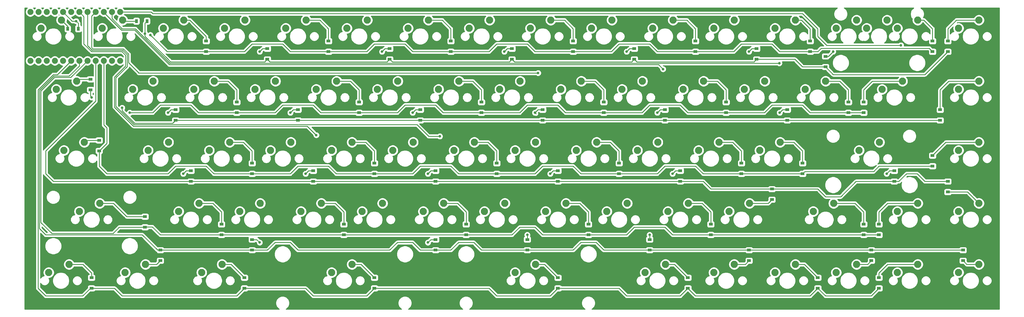
<source format=gbr>
%TF.GenerationSoftware,KiCad,Pcbnew,(5.1.8-0-10_14)*%
%TF.CreationDate,2021-09-01T06:12:34+09:00*%
%TF.ProjectId,ts68,74733638-2e6b-4696-9361-645f70636258,rev?*%
%TF.SameCoordinates,Original*%
%TF.FileFunction,Copper,L2,Bot*%
%TF.FilePolarity,Positive*%
%FSLAX46Y46*%
G04 Gerber Fmt 4.6, Leading zero omitted, Abs format (unit mm)*
G04 Created by KiCad (PCBNEW (5.1.8-0-10_14)) date 2021-09-01 06:12:34*
%MOMM*%
%LPD*%
G01*
G04 APERTURE LIST*
%TA.AperFunction,ComponentPad*%
%ADD10C,2.250000*%
%TD*%
%TA.AperFunction,SMDPad,CuDef*%
%ADD11R,1.200000X0.900000*%
%TD*%
%TA.AperFunction,SMDPad,CuDef*%
%ADD12R,0.900000X1.200000*%
%TD*%
%TA.AperFunction,ComponentPad*%
%ADD13C,1.879600*%
%TD*%
%TA.AperFunction,ViaPad*%
%ADD14C,0.800000*%
%TD*%
%TA.AperFunction,Conductor*%
%ADD15C,0.250000*%
%TD*%
%TA.AperFunction,NonConductor*%
%ADD16C,0.254000*%
%TD*%
%TA.AperFunction,NonConductor*%
%ADD17C,0.100000*%
%TD*%
G04 APERTURE END LIST*
D10*
%TO.P,MX65,2*%
%TO.N,Net-(D64-Pad2)*%
X293052500Y-61595000D03*
%TO.P,MX65,1*%
%TO.N,Net-(B1-Pad12)*%
X286702500Y-64135000D03*
%TD*%
%TO.P,MX58,1*%
%TO.N,Net-(B1-Pad11)*%
X229552500Y-102235000D03*
%TO.P,MX58,2*%
%TO.N,Net-(D58-Pad2)*%
X235902500Y-99695000D03*
%TD*%
D11*
%TO.P,D70,2*%
%TO.N,Net-(D70-Pad2)*%
X288131250Y-98550000D03*
%TO.P,D70,1*%
%TO.N,Net-(B1-Pad18)*%
X288131250Y-95250000D03*
%TD*%
%TO.P,D69,2*%
%TO.N,Net-(D69-Pad2)*%
X283368750Y-77118750D03*
%TO.P,D69,1*%
%TO.N,Net-(B1-Pad16)*%
X283368750Y-73818750D03*
%TD*%
%TO.P,D68,2*%
%TO.N,Net-(D68-Pad2)*%
X280987500Y-51468750D03*
%TO.P,D68,1*%
%TO.N,Net-(B1-Pad14)*%
X280987500Y-54768750D03*
%TD*%
%TO.P,D67,2*%
%TO.N,Net-(D67-Pad2)*%
X283368750Y-30037500D03*
%TO.P,D67,1*%
%TO.N,Net-(B1-Pad2)*%
X283368750Y-33337500D03*
%TD*%
%TO.P,D66,2*%
%TO.N,Net-(D66-Pad2)*%
X261937500Y-103856250D03*
%TO.P,D66,1*%
%TO.N,Net-(B1-Pad19)*%
X261937500Y-107156250D03*
%TD*%
%TO.P,D65,2*%
%TO.N,Net-(D65-Pad2)*%
X261937500Y-87187500D03*
%TO.P,D65,1*%
%TO.N,Net-(B1-Pad17)*%
X261937500Y-90487500D03*
%TD*%
%TO.P,D64,2*%
%TO.N,Net-(D64-Pad2)*%
X278606250Y-65756250D03*
%TO.P,D64,1*%
%TO.N,Net-(B1-Pad15)*%
X278606250Y-69056250D03*
%TD*%
%TO.P,D63,2*%
%TO.N,Net-(D63-Pad2)*%
X257175000Y-49087500D03*
%TO.P,D63,1*%
%TO.N,Net-(B1-Pad13)*%
X257175000Y-52387500D03*
%TD*%
%TO.P,D62,2*%
%TO.N,Net-(D62-Pad2)*%
X278606250Y-30037500D03*
%TO.P,D62,1*%
%TO.N,Net-(B1-Pad5)*%
X278606250Y-33337500D03*
%TD*%
%TO.P,D61,2*%
%TO.N,Net-(D61-Pad2)*%
X259556250Y-98550000D03*
%TO.P,D61,1*%
%TO.N,Net-(B1-Pad18)*%
X259556250Y-95250000D03*
%TD*%
%TO.P,D60,2*%
%TO.N,Net-(D60-Pad2)*%
X266700000Y-70518750D03*
%TO.P,D60,1*%
%TO.N,Net-(B1-Pad16)*%
X266700000Y-73818750D03*
%TD*%
%TO.P,D59,2*%
%TO.N,Net-(D59-Pad2)*%
X245268750Y-34800000D03*
%TO.P,D59,1*%
%TO.N,Net-(B1-Pad2)*%
X245268750Y-38100000D03*
%TD*%
%TO.P,D58,2*%
%TO.N,Net-(D58-Pad2)*%
X242887500Y-103856250D03*
%TO.P,D58,1*%
%TO.N,Net-(B1-Pad19)*%
X242887500Y-107156250D03*
%TD*%
%TO.P,D57,2*%
%TO.N,Net-(D57-Pad2)*%
X257175000Y-87187500D03*
%TO.P,D57,1*%
%TO.N,Net-(B1-Pad17)*%
X257175000Y-90487500D03*
%TD*%
%TO.P,D56,2*%
%TO.N,Net-(D56-Pad2)*%
X238125000Y-68137500D03*
%TO.P,D56,1*%
%TO.N,Net-(B1-Pad15)*%
X238125000Y-71437500D03*
%TD*%
%TO.P,D55,2*%
%TO.N,Net-(D55-Pad2)*%
X252412500Y-49087500D03*
%TO.P,D55,1*%
%TO.N,Net-(B1-Pad13)*%
X252412500Y-52387500D03*
%TD*%
%TO.P,D54,2*%
%TO.N,Net-(D54-Pad2)*%
X240506250Y-30037500D03*
%TO.P,D54,1*%
%TO.N,Net-(B1-Pad5)*%
X240506250Y-33337500D03*
%TD*%
%TO.P,D53,2*%
%TO.N,Net-(D53-Pad2)*%
X221456250Y-98550000D03*
%TO.P,D53,1*%
%TO.N,Net-(B1-Pad18)*%
X221456250Y-95250000D03*
%TD*%
%TO.P,D52,2*%
%TO.N,Net-(D52-Pad2)*%
X228600000Y-79500000D03*
%TO.P,D52,1*%
%TO.N,Net-(B1-Pad16)*%
X228600000Y-76200000D03*
%TD*%
%TO.P,D51,2*%
%TO.N,Net-(D51-Pad2)*%
X233362500Y-51468750D03*
%TO.P,D51,1*%
%TO.N,Net-(B1-Pad14)*%
X233362500Y-54768750D03*
%TD*%
%TO.P,D50,2*%
%TO.N,Net-(D50-Pad2)*%
X223837500Y-32418750D03*
%TO.P,D50,1*%
%TO.N,Net-(B1-Pad2)*%
X223837500Y-35718750D03*
%TD*%
%TO.P,D49,2*%
%TO.N,Net-(D49-Pad2)*%
X202406250Y-103856250D03*
%TO.P,D49,1*%
%TO.N,Net-(B1-Pad19)*%
X202406250Y-107156250D03*
%TD*%
%TO.P,D48,2*%
%TO.N,Net-(D48-Pad2)*%
X209550000Y-87187500D03*
%TO.P,D48,1*%
%TO.N,Net-(B1-Pad17)*%
X209550000Y-90487500D03*
%TD*%
%TO.P,D47,2*%
%TO.N,Net-(D47-Pad2)*%
X219075000Y-68137500D03*
%TO.P,D47,1*%
%TO.N,Net-(B1-Pad15)*%
X219075000Y-71437500D03*
%TD*%
%TO.P,D46,2*%
%TO.N,Net-(D46-Pad2)*%
X214312500Y-49087500D03*
%TO.P,D46,1*%
%TO.N,Net-(B1-Pad13)*%
X214312500Y-52387500D03*
%TD*%
%TO.P,D45,2*%
%TO.N,Net-(D45-Pad2)*%
X204787500Y-30037500D03*
%TO.P,D45,1*%
%TO.N,Net-(B1-Pad5)*%
X204787500Y-33337500D03*
%TD*%
%TO.P,D44,2*%
%TO.N,Net-(D44-Pad2)*%
X190500000Y-91950000D03*
%TO.P,D44,1*%
%TO.N,Net-(B1-Pad18)*%
X190500000Y-95250000D03*
%TD*%
%TO.P,D43,2*%
%TO.N,Net-(D43-Pad2)*%
X200025000Y-70518750D03*
%TO.P,D43,1*%
%TO.N,Net-(B1-Pad16)*%
X200025000Y-73818750D03*
%TD*%
%TO.P,D42,2*%
%TO.N,Net-(D42-Pad2)*%
X195262500Y-51468750D03*
%TO.P,D42,1*%
%TO.N,Net-(B1-Pad14)*%
X195262500Y-54768750D03*
%TD*%
%TO.P,D41,2*%
%TO.N,Net-(D41-Pad2)*%
X185737500Y-32418750D03*
%TO.P,D41,1*%
%TO.N,Net-(B1-Pad2)*%
X185737500Y-35718750D03*
%TD*%
%TO.P,D40,2*%
%TO.N,Net-(D40-Pad2)*%
X161925000Y-103856250D03*
%TO.P,D40,1*%
%TO.N,Net-(B1-Pad19)*%
X161925000Y-107156250D03*
%TD*%
%TO.P,D39,2*%
%TO.N,Net-(D39-Pad2)*%
X171450000Y-87187500D03*
%TO.P,D39,1*%
%TO.N,Net-(B1-Pad17)*%
X171450000Y-90487500D03*
%TD*%
%TO.P,D38,2*%
%TO.N,Net-(D38-Pad2)*%
X180975000Y-68137500D03*
%TO.P,D38,1*%
%TO.N,Net-(B1-Pad15)*%
X180975000Y-71437500D03*
%TD*%
%TO.P,D37,2*%
%TO.N,Net-(D37-Pad2)*%
X176212500Y-49087500D03*
%TO.P,D37,1*%
%TO.N,Net-(B1-Pad13)*%
X176212500Y-52387500D03*
%TD*%
%TO.P,D36,2*%
%TO.N,Net-(D36-Pad2)*%
X166687500Y-30037500D03*
%TO.P,D36,1*%
%TO.N,Net-(B1-Pad5)*%
X166687500Y-33337500D03*
%TD*%
%TO.P,D35,2*%
%TO.N,Net-(D35-Pad2)*%
X152400000Y-91950000D03*
%TO.P,D35,1*%
%TO.N,Net-(B1-Pad18)*%
X152400000Y-95250000D03*
%TD*%
%TO.P,D34,2*%
%TO.N,Net-(D34-Pad2)*%
X161925000Y-70518750D03*
%TO.P,D34,1*%
%TO.N,Net-(B1-Pad16)*%
X161925000Y-73818750D03*
%TD*%
%TO.P,D33,2*%
%TO.N,Net-(D33-Pad2)*%
X157162500Y-51468750D03*
%TO.P,D33,1*%
%TO.N,Net-(B1-Pad14)*%
X157162500Y-54768750D03*
%TD*%
%TO.P,D32,2*%
%TO.N,Net-(D32-Pad2)*%
X147637500Y-32418750D03*
%TO.P,D32,1*%
%TO.N,Net-(B1-Pad2)*%
X147637500Y-35718750D03*
%TD*%
%TO.P,D31,2*%
%TO.N,Net-(D31-Pad2)*%
X133350000Y-87187500D03*
%TO.P,D31,1*%
%TO.N,Net-(B1-Pad17)*%
X133350000Y-90487500D03*
%TD*%
%TO.P,D30,2*%
%TO.N,Net-(D30-Pad2)*%
X142875000Y-68137500D03*
%TO.P,D30,1*%
%TO.N,Net-(B1-Pad15)*%
X142875000Y-71437500D03*
%TD*%
%TO.P,D29,2*%
%TO.N,Net-(D29-Pad2)*%
X138112500Y-49087500D03*
%TO.P,D29,1*%
%TO.N,Net-(B1-Pad13)*%
X138112500Y-52387500D03*
%TD*%
%TO.P,D28,2*%
%TO.N,Net-(D28-Pad2)*%
X128587500Y-30037500D03*
%TO.P,D28,1*%
%TO.N,Net-(B1-Pad5)*%
X128587500Y-33337500D03*
%TD*%
%TO.P,D27,2*%
%TO.N,Net-(D27-Pad2)*%
X123825000Y-91950000D03*
%TO.P,D27,1*%
%TO.N,Net-(B1-Pad18)*%
X123825000Y-95250000D03*
%TD*%
%TO.P,D26,2*%
%TO.N,Net-(D26-Pad2)*%
X123825000Y-70518750D03*
%TO.P,D26,1*%
%TO.N,Net-(B1-Pad16)*%
X123825000Y-73818750D03*
%TD*%
%TO.P,D25,2*%
%TO.N,Net-(D25-Pad2)*%
X119062500Y-51468750D03*
%TO.P,D25,1*%
%TO.N,Net-(B1-Pad14)*%
X119062500Y-54768750D03*
%TD*%
%TO.P,D24,2*%
%TO.N,Net-(D24-Pad2)*%
X109537500Y-32418750D03*
%TO.P,D24,1*%
%TO.N,Net-(B1-Pad2)*%
X109537500Y-35718750D03*
%TD*%
%TO.P,D23,2*%
%TO.N,Net-(D23-Pad2)*%
X104775000Y-103856250D03*
%TO.P,D23,1*%
%TO.N,Net-(B1-Pad19)*%
X104775000Y-107156250D03*
%TD*%
%TO.P,D22,2*%
%TO.N,Net-(D22-Pad2)*%
X95250000Y-87187500D03*
%TO.P,D22,1*%
%TO.N,Net-(B1-Pad17)*%
X95250000Y-90487500D03*
%TD*%
%TO.P,D21,2*%
%TO.N,Net-(D21-Pad2)*%
X104775000Y-68137500D03*
%TO.P,D21,1*%
%TO.N,Net-(B1-Pad15)*%
X104775000Y-71437500D03*
%TD*%
%TO.P,D20,2*%
%TO.N,Net-(D20-Pad2)*%
X100012500Y-49087500D03*
%TO.P,D20,1*%
%TO.N,Net-(B1-Pad13)*%
X100012500Y-52387500D03*
%TD*%
%TO.P,D19,2*%
%TO.N,Net-(D19-Pad2)*%
X90487500Y-30037500D03*
%TO.P,D19,1*%
%TO.N,Net-(B1-Pad5)*%
X90487500Y-33337500D03*
%TD*%
%TO.P,D18,2*%
%TO.N,Net-(D18-Pad2)*%
X66675000Y-91950000D03*
%TO.P,D18,1*%
%TO.N,Net-(B1-Pad18)*%
X66675000Y-95250000D03*
%TD*%
%TO.P,D17,2*%
%TO.N,Net-(D17-Pad2)*%
X85725000Y-70518750D03*
%TO.P,D17,1*%
%TO.N,Net-(B1-Pad16)*%
X85725000Y-73818750D03*
%TD*%
%TO.P,D16,2*%
%TO.N,Net-(D16-Pad2)*%
X80962500Y-51468750D03*
%TO.P,D16,1*%
%TO.N,Net-(B1-Pad14)*%
X80962500Y-54768750D03*
%TD*%
%TO.P,D15,2*%
%TO.N,Net-(D15-Pad2)*%
X71437500Y-32418750D03*
%TO.P,D15,1*%
%TO.N,Net-(B1-Pad2)*%
X71437500Y-35718750D03*
%TD*%
%TO.P,D14,2*%
%TO.N,Net-(D14-Pad2)*%
X64293750Y-103856250D03*
%TO.P,D14,1*%
%TO.N,Net-(B1-Pad19)*%
X64293750Y-107156250D03*
%TD*%
%TO.P,D13,2*%
%TO.N,Net-(D13-Pad2)*%
X57150000Y-87187500D03*
%TO.P,D13,1*%
%TO.N,Net-(B1-Pad17)*%
X57150000Y-90487500D03*
%TD*%
%TO.P,D12,2*%
%TO.N,Net-(D12-Pad2)*%
X66675000Y-68137500D03*
%TO.P,D12,1*%
%TO.N,Net-(B1-Pad15)*%
X66675000Y-71437500D03*
%TD*%
%TO.P,D11,2*%
%TO.N,Net-(D11-Pad2)*%
X61912500Y-49087500D03*
%TO.P,D11,1*%
%TO.N,Net-(B1-Pad13)*%
X61912500Y-52387500D03*
%TD*%
%TO.P,D10,2*%
%TO.N,Net-(D10-Pad2)*%
X52387500Y-30037500D03*
%TO.P,D10,1*%
%TO.N,Net-(B1-Pad5)*%
X52387500Y-33337500D03*
%TD*%
%TO.P,D9,2*%
%TO.N,Net-(D9-Pad2)*%
X38100000Y-98550000D03*
%TO.P,D9,1*%
%TO.N,Net-(B1-Pad18)*%
X38100000Y-95250000D03*
%TD*%
%TO.P,D8,2*%
%TO.N,Net-(D8-Pad2)*%
X47625000Y-70518750D03*
%TO.P,D8,1*%
%TO.N,Net-(B1-Pad16)*%
X47625000Y-73818750D03*
%TD*%
%TO.P,D7,2*%
%TO.N,Net-(D7-Pad2)*%
X42862500Y-51468750D03*
%TO.P,D7,1*%
%TO.N,Net-(B1-Pad14)*%
X42862500Y-54768750D03*
%TD*%
D12*
%TO.P,D6,2*%
%TO.N,Net-(D6-Pad2)*%
X30662500Y-23812500D03*
%TO.P,D6,1*%
%TO.N,Net-(B1-Pad2)*%
X33962500Y-23812500D03*
%TD*%
D11*
%TO.P,D5,2*%
%TO.N,Net-(D5-Pad2)*%
X16668750Y-103856250D03*
%TO.P,D5,1*%
%TO.N,Net-(B1-Pad19)*%
X16668750Y-107156250D03*
%TD*%
%TO.P,D4,2*%
%TO.N,Net-(D4-Pad2)*%
X33337500Y-84806250D03*
%TO.P,D4,1*%
%TO.N,Net-(B1-Pad17)*%
X33337500Y-88106250D03*
%TD*%
%TO.P,D3,2*%
%TO.N,Net-(D3-Pad2)*%
X19050000Y-60993750D03*
%TO.P,D3,1*%
%TO.N,Net-(B1-Pad15)*%
X19050000Y-64293750D03*
%TD*%
%TO.P,D2,2*%
%TO.N,Net-(D2-Pad2)*%
X16337500Y-41943750D03*
%TO.P,D2,1*%
%TO.N,Net-(B1-Pad13)*%
X16337500Y-45243750D03*
%TD*%
D12*
%TO.P,D1,2*%
%TO.N,Net-(D1-Pad2)*%
X9231250Y-26193750D03*
%TO.P,D1,1*%
%TO.N,Net-(B1-Pad5)*%
X12531250Y-26193750D03*
%TD*%
D10*
%TO.P,MX10,2*%
%TO.N,Net-(D10-Pad2)*%
X45402500Y-23495000D03*
%TO.P,MX10,1*%
%TO.N,Net-(B1-Pad6)*%
X39052500Y-26035000D03*
%TD*%
%TO.P,MX45,2*%
%TO.N,Net-(D45-Pad2)*%
X197802500Y-23495000D03*
%TO.P,MX45,1*%
%TO.N,Net-(B1-Pad10)*%
X191452500Y-26035000D03*
%TD*%
%TO.P,MX19,2*%
%TO.N,Net-(D19-Pad2)*%
X83502500Y-23495000D03*
%TO.P,MX19,1*%
%TO.N,Net-(B1-Pad7)*%
X77152500Y-26035000D03*
%TD*%
%TO.P,MX44,1*%
%TO.N,Net-(B1-Pad9)*%
X177165000Y-83185000D03*
%TO.P,MX44,2*%
%TO.N,Net-(D44-Pad2)*%
X183515000Y-80645000D03*
%TD*%
%TO.P,MX23,2*%
%TO.N,Net-(D23-Pad2)*%
X97790000Y-99695000D03*
%TO.P,MX23,1*%
%TO.N,Net-(B1-Pad7)*%
X91440000Y-102235000D03*
%TD*%
%TO.P,MX40,2*%
%TO.N,Net-(D40-Pad2)*%
X154940000Y-99695000D03*
%TO.P,MX40,1*%
%TO.N,Net-(B1-Pad9)*%
X148590000Y-102235000D03*
%TD*%
%TO.P,MX5,2*%
%TO.N,Net-(D5-Pad2)*%
X9683750Y-99695000D03*
%TO.P,MX5,1*%
%TO.N,Net-(B1-Pad20)*%
X3333750Y-102235000D03*
%TD*%
%TO.P,MX3,1*%
%TO.N,Net-(B1-Pad20)*%
X8096250Y-64135000D03*
%TO.P,MX3,2*%
%TO.N,Net-(D3-Pad2)*%
X14446250Y-61595000D03*
%TD*%
%TO.P,MX12,1*%
%TO.N,Net-(B1-Pad6)*%
X53340000Y-64135000D03*
%TO.P,MX12,2*%
%TO.N,Net-(D12-Pad2)*%
X59690000Y-61595000D03*
%TD*%
%TO.P,MX7,1*%
%TO.N,Net-(B1-Pad20)*%
X29527500Y-45085000D03*
%TO.P,MX7,2*%
%TO.N,Net-(D7-Pad2)*%
X35877500Y-42545000D03*
%TD*%
D13*
%TO.P,B1,1*%
%TO.N,Net-(B1-Pad1)*%
X-2381250Y-20955000D03*
%TO.P,B1,2*%
%TO.N,Net-(B1-Pad2)*%
X158750Y-20955000D03*
%TO.P,B1,3*%
%TO.N,+5V*%
X2698750Y-20955000D03*
%TO.P,B1,4*%
X5238750Y-20955000D03*
%TO.P,B1,5*%
%TO.N,Net-(B1-Pad5)*%
X7778750Y-20955000D03*
%TO.P,B1,6*%
%TO.N,Net-(B1-Pad6)*%
X10318750Y-20955000D03*
%TO.P,B1,7*%
%TO.N,Net-(B1-Pad7)*%
X12858750Y-20955000D03*
%TO.P,B1,8*%
%TO.N,Net-(B1-Pad8)*%
X15398750Y-20955000D03*
%TO.P,B1,9*%
%TO.N,Net-(B1-Pad9)*%
X17938750Y-20955000D03*
%TO.P,B1,10*%
%TO.N,Net-(B1-Pad10)*%
X20478750Y-20955000D03*
%TO.P,B1,11*%
%TO.N,Net-(B1-Pad11)*%
X23018750Y-20955000D03*
%TO.P,B1,12*%
%TO.N,Net-(B1-Pad12)*%
X25558750Y-20955000D03*
%TO.P,B1,13*%
%TO.N,Net-(B1-Pad13)*%
X25558750Y-36195000D03*
%TO.P,B1,14*%
%TO.N,Net-(B1-Pad14)*%
X23018750Y-36195000D03*
%TO.P,B1,15*%
%TO.N,Net-(B1-Pad15)*%
X20478750Y-36195000D03*
%TO.P,B1,16*%
%TO.N,Net-(B1-Pad16)*%
X17938750Y-36195000D03*
%TO.P,B1,17*%
%TO.N,Net-(B1-Pad17)*%
X15398750Y-36195000D03*
%TO.P,B1,18*%
%TO.N,Net-(B1-Pad18)*%
X12858750Y-36195000D03*
%TO.P,B1,19*%
%TO.N,Net-(B1-Pad19)*%
X10318750Y-36195000D03*
%TO.P,B1,20*%
%TO.N,Net-(B1-Pad20)*%
X7778750Y-36195000D03*
%TO.P,B1,21*%
%TO.N,Net-(B1-Pad21)*%
X5238750Y-36195000D03*
%TO.P,B1,22*%
%TO.N,Net-(B1-Pad22)*%
X2698750Y-36195000D03*
%TO.P,B1,23*%
%TO.N,+5V*%
X158750Y-36195000D03*
%TO.P,B1,24*%
%TO.N,Net-(B1-Pad24)*%
X-2381250Y-36195000D03*
%TD*%
D10*
%TO.P,MX1,1*%
%TO.N,Net-(B1-Pad20)*%
X952500Y-26035000D03*
%TO.P,MX1,2*%
%TO.N,Net-(D1-Pad2)*%
X7302500Y-23495000D03*
%TD*%
%TO.P,MX2,2*%
%TO.N,Net-(D2-Pad2)*%
X12065000Y-42545000D03*
%TO.P,MX2,1*%
%TO.N,Net-(B1-Pad20)*%
X5715000Y-45085000D03*
%TD*%
%TO.P,MX4,1*%
%TO.N,Net-(B1-Pad20)*%
X12858750Y-83185000D03*
%TO.P,MX4,2*%
%TO.N,Net-(D4-Pad2)*%
X19208750Y-80645000D03*
%TD*%
%TO.P,MX6,2*%
%TO.N,Net-(D6-Pad2)*%
X26352500Y-23495000D03*
%TO.P,MX6,1*%
%TO.N,Net-(B1-Pad20)*%
X20002500Y-26035000D03*
%TD*%
%TO.P,MX8,2*%
%TO.N,Net-(D8-Pad2)*%
X40640000Y-61595000D03*
%TO.P,MX8,1*%
%TO.N,Net-(B1-Pad20)*%
X34290000Y-64135000D03*
%TD*%
%TO.P,MX9,1*%
%TO.N,Net-(B1-Pad20)*%
X27146250Y-102235000D03*
%TO.P,MX9,2*%
%TO.N,Net-(D9-Pad2)*%
X33496250Y-99695000D03*
%TD*%
%TO.P,MX11,1*%
%TO.N,Net-(B1-Pad6)*%
X48577500Y-45085000D03*
%TO.P,MX11,2*%
%TO.N,Net-(D11-Pad2)*%
X54927500Y-42545000D03*
%TD*%
%TO.P,MX13,2*%
%TO.N,Net-(D13-Pad2)*%
X50165000Y-80645000D03*
%TO.P,MX13,1*%
%TO.N,Net-(B1-Pad6)*%
X43815000Y-83185000D03*
%TD*%
%TO.P,MX14,1*%
%TO.N,Net-(B1-Pad6)*%
X50958750Y-102235000D03*
%TO.P,MX14,2*%
%TO.N,Net-(D14-Pad2)*%
X57308750Y-99695000D03*
%TD*%
%TO.P,MX15,2*%
%TO.N,Net-(D15-Pad2)*%
X64452500Y-23495000D03*
%TO.P,MX15,1*%
%TO.N,Net-(B1-Pad6)*%
X58102500Y-26035000D03*
%TD*%
%TO.P,MX16,1*%
%TO.N,Net-(B1-Pad6)*%
X67627500Y-45085000D03*
%TO.P,MX16,2*%
%TO.N,Net-(D16-Pad2)*%
X73977500Y-42545000D03*
%TD*%
%TO.P,MX17,1*%
%TO.N,Net-(B1-Pad6)*%
X72390000Y-64135000D03*
%TO.P,MX17,2*%
%TO.N,Net-(D17-Pad2)*%
X78740000Y-61595000D03*
%TD*%
%TO.P,MX18,2*%
%TO.N,Net-(D18-Pad2)*%
X69215000Y-80645000D03*
%TO.P,MX18,1*%
%TO.N,Net-(B1-Pad6)*%
X62865000Y-83185000D03*
%TD*%
%TO.P,MX20,1*%
%TO.N,Net-(B1-Pad7)*%
X86677500Y-45085000D03*
%TO.P,MX20,2*%
%TO.N,Net-(D20-Pad2)*%
X93027500Y-42545000D03*
%TD*%
%TO.P,MX21,1*%
%TO.N,Net-(B1-Pad7)*%
X91440000Y-64135000D03*
%TO.P,MX21,2*%
%TO.N,Net-(D21-Pad2)*%
X97790000Y-61595000D03*
%TD*%
%TO.P,MX22,2*%
%TO.N,Net-(D22-Pad2)*%
X88265000Y-80645000D03*
%TO.P,MX22,1*%
%TO.N,Net-(B1-Pad7)*%
X81915000Y-83185000D03*
%TD*%
%TO.P,MX24,2*%
%TO.N,Net-(D24-Pad2)*%
X102552500Y-23495000D03*
%TO.P,MX24,1*%
%TO.N,Net-(B1-Pad7)*%
X96202500Y-26035000D03*
%TD*%
%TO.P,MX25,1*%
%TO.N,Net-(B1-Pad7)*%
X105727500Y-45085000D03*
%TO.P,MX25,2*%
%TO.N,Net-(D25-Pad2)*%
X112077500Y-42545000D03*
%TD*%
%TO.P,MX26,1*%
%TO.N,Net-(B1-Pad7)*%
X110490000Y-64135000D03*
%TO.P,MX26,2*%
%TO.N,Net-(D26-Pad2)*%
X116840000Y-61595000D03*
%TD*%
%TO.P,MX27,2*%
%TO.N,Net-(D27-Pad2)*%
X107315000Y-80645000D03*
%TO.P,MX27,1*%
%TO.N,Net-(B1-Pad7)*%
X100965000Y-83185000D03*
%TD*%
%TO.P,MX28,2*%
%TO.N,Net-(D28-Pad2)*%
X121602500Y-23495000D03*
%TO.P,MX28,1*%
%TO.N,Net-(B1-Pad8)*%
X115252500Y-26035000D03*
%TD*%
%TO.P,MX29,1*%
%TO.N,Net-(B1-Pad8)*%
X124777500Y-45085000D03*
%TO.P,MX29,2*%
%TO.N,Net-(D29-Pad2)*%
X131127500Y-42545000D03*
%TD*%
%TO.P,MX30,1*%
%TO.N,Net-(B1-Pad8)*%
X129540000Y-64135000D03*
%TO.P,MX30,2*%
%TO.N,Net-(D30-Pad2)*%
X135890000Y-61595000D03*
%TD*%
%TO.P,MX31,2*%
%TO.N,Net-(D31-Pad2)*%
X126365000Y-80645000D03*
%TO.P,MX31,1*%
%TO.N,Net-(B1-Pad8)*%
X120015000Y-83185000D03*
%TD*%
%TO.P,MX32,2*%
%TO.N,Net-(D32-Pad2)*%
X140652500Y-23495000D03*
%TO.P,MX32,1*%
%TO.N,Net-(B1-Pad8)*%
X134302500Y-26035000D03*
%TD*%
%TO.P,MX33,1*%
%TO.N,Net-(B1-Pad8)*%
X143827500Y-45085000D03*
%TO.P,MX33,2*%
%TO.N,Net-(D33-Pad2)*%
X150177500Y-42545000D03*
%TD*%
%TO.P,MX34,1*%
%TO.N,Net-(B1-Pad8)*%
X148590000Y-64135000D03*
%TO.P,MX34,2*%
%TO.N,Net-(D34-Pad2)*%
X154940000Y-61595000D03*
%TD*%
%TO.P,MX35,2*%
%TO.N,Net-(D35-Pad2)*%
X145415000Y-80645000D03*
%TO.P,MX35,1*%
%TO.N,Net-(B1-Pad8)*%
X139065000Y-83185000D03*
%TD*%
%TO.P,MX36,2*%
%TO.N,Net-(D36-Pad2)*%
X159702500Y-23495000D03*
%TO.P,MX36,1*%
%TO.N,Net-(B1-Pad9)*%
X153352500Y-26035000D03*
%TD*%
%TO.P,MX37,1*%
%TO.N,Net-(B1-Pad9)*%
X162877500Y-45085000D03*
%TO.P,MX37,2*%
%TO.N,Net-(D37-Pad2)*%
X169227500Y-42545000D03*
%TD*%
%TO.P,MX38,1*%
%TO.N,Net-(B1-Pad9)*%
X167640000Y-64135000D03*
%TO.P,MX38,2*%
%TO.N,Net-(D38-Pad2)*%
X173990000Y-61595000D03*
%TD*%
%TO.P,MX39,2*%
%TO.N,Net-(D39-Pad2)*%
X164465000Y-80645000D03*
%TO.P,MX39,1*%
%TO.N,Net-(B1-Pad9)*%
X158115000Y-83185000D03*
%TD*%
%TO.P,MX41,2*%
%TO.N,Net-(D41-Pad2)*%
X178752500Y-23495000D03*
%TO.P,MX41,1*%
%TO.N,Net-(B1-Pad9)*%
X172402500Y-26035000D03*
%TD*%
%TO.P,MX42,1*%
%TO.N,Net-(B1-Pad9)*%
X181927500Y-45085000D03*
%TO.P,MX42,2*%
%TO.N,Net-(D42-Pad2)*%
X188277500Y-42545000D03*
%TD*%
%TO.P,MX43,2*%
%TO.N,Net-(D43-Pad2)*%
X193040000Y-61595000D03*
%TO.P,MX43,1*%
%TO.N,Net-(B1-Pad9)*%
X186690000Y-64135000D03*
%TD*%
%TO.P,MX46,1*%
%TO.N,Net-(B1-Pad10)*%
X200977500Y-45085000D03*
%TO.P,MX46,2*%
%TO.N,Net-(D46-Pad2)*%
X207327500Y-42545000D03*
%TD*%
%TO.P,MX47,2*%
%TO.N,Net-(D47-Pad2)*%
X212090000Y-61595000D03*
%TO.P,MX47,1*%
%TO.N,Net-(B1-Pad10)*%
X205740000Y-64135000D03*
%TD*%
%TO.P,MX48,1*%
%TO.N,Net-(B1-Pad10)*%
X196215000Y-83185000D03*
%TO.P,MX48,2*%
%TO.N,Net-(D48-Pad2)*%
X202565000Y-80645000D03*
%TD*%
%TO.P,MX49,2*%
%TO.N,Net-(D49-Pad2)*%
X195421250Y-99695000D03*
%TO.P,MX49,1*%
%TO.N,Net-(B1-Pad10)*%
X189071250Y-102235000D03*
%TD*%
%TO.P,MX50,2*%
%TO.N,Net-(D50-Pad2)*%
X216852500Y-23495000D03*
%TO.P,MX50,1*%
%TO.N,Net-(B1-Pad10)*%
X210502500Y-26035000D03*
%TD*%
%TO.P,MX51,1*%
%TO.N,Net-(B1-Pad10)*%
X220027500Y-45085000D03*
%TO.P,MX51,2*%
%TO.N,Net-(D51-Pad2)*%
X226377500Y-42545000D03*
%TD*%
%TO.P,MX52,2*%
%TO.N,Net-(D52-Pad2)*%
X221615000Y-80645000D03*
%TO.P,MX52,1*%
%TO.N,Net-(B1-Pad10)*%
X215265000Y-83185000D03*
%TD*%
%TO.P,MX53,1*%
%TO.N,Net-(B1-Pad10)*%
X210502500Y-102235000D03*
%TO.P,MX53,2*%
%TO.N,Net-(D53-Pad2)*%
X216852500Y-99695000D03*
%TD*%
%TO.P,MX54,2*%
%TO.N,Net-(D54-Pad2)*%
X235902500Y-23495000D03*
%TO.P,MX54,1*%
%TO.N,Net-(B1-Pad11)*%
X229552500Y-26035000D03*
%TD*%
%TO.P,MX55,1*%
%TO.N,Net-(B1-Pad11)*%
X238987501Y-45085000D03*
%TO.P,MX55,2*%
%TO.N,Net-(D55-Pad2)*%
X245337501Y-42545000D03*
%TD*%
%TO.P,MX56,2*%
%TO.N,Net-(D56-Pad2)*%
X231140000Y-61595000D03*
%TO.P,MX56,1*%
%TO.N,Net-(B1-Pad11)*%
X224790000Y-64135000D03*
%TD*%
%TO.P,MX57,2*%
%TO.N,Net-(D57-Pad2)*%
X247808750Y-80645000D03*
%TO.P,MX57,1*%
%TO.N,Net-(B1-Pad11)*%
X241458750Y-83185000D03*
%TD*%
%TO.P,MX59,2*%
%TO.N,Net-(D59-Pad2)*%
X254952500Y-23495000D03*
%TO.P,MX59,1*%
%TO.N,Net-(B1-Pad11)*%
X248602500Y-26035000D03*
%TD*%
%TO.P,MX60,2*%
%TO.N,Net-(D60-Pad2)*%
X262096250Y-61595000D03*
%TO.P,MX60,1*%
%TO.N,Net-(B1-Pad11)*%
X255746250Y-64135000D03*
%TD*%
%TO.P,MX61,1*%
%TO.N,Net-(B1-Pad11)*%
X248602500Y-102235000D03*
%TO.P,MX61,2*%
%TO.N,Net-(D61-Pad2)*%
X254952500Y-99695000D03*
%TD*%
%TO.P,MX62,1*%
%TO.N,Net-(B1-Pad11)*%
X258127500Y-26035000D03*
%TO.P,MX62,2*%
%TO.N,Net-(D59-Pad2)*%
X264477500Y-23495000D03*
%TD*%
%TO.P,MX63,2*%
%TO.N,Net-(D62-Pad2)*%
X274002500Y-23495000D03*
%TO.P,MX63,1*%
%TO.N,Net-(B1-Pad12)*%
X267652500Y-26035000D03*
%TD*%
%TO.P,MX64,1*%
%TO.N,Net-(B1-Pad12)*%
X262890000Y-45085000D03*
%TO.P,MX64,2*%
%TO.N,Net-(D63-Pad2)*%
X269240000Y-42545000D03*
%TD*%
%TO.P,MX66,1*%
%TO.N,Net-(B1-Pad12)*%
X267652500Y-83185000D03*
%TO.P,MX66,2*%
%TO.N,Net-(D65-Pad2)*%
X274002500Y-80645000D03*
%TD*%
%TO.P,MX67,1*%
%TO.N,Net-(B1-Pad12)*%
X267652500Y-102235000D03*
%TO.P,MX67,2*%
%TO.N,Net-(D66-Pad2)*%
X274002500Y-99695000D03*
%TD*%
%TO.P,MX68,2*%
%TO.N,Net-(D67-Pad2)*%
X293052500Y-23495000D03*
%TO.P,MX68,1*%
%TO.N,Net-(B1-Pad12)*%
X286702500Y-26035000D03*
%TD*%
%TO.P,MX69,1*%
%TO.N,Net-(B1-Pad12)*%
X286702500Y-45085000D03*
%TO.P,MX69,2*%
%TO.N,Net-(D68-Pad2)*%
X293052500Y-42545000D03*
%TD*%
%TO.P,MX70,2*%
%TO.N,Net-(D69-Pad2)*%
X293052500Y-80645000D03*
%TO.P,MX70,1*%
%TO.N,Net-(B1-Pad12)*%
X286702500Y-83185000D03*
%TD*%
%TO.P,MX71,1*%
%TO.N,Net-(B1-Pad12)*%
X286702500Y-102235000D03*
%TO.P,MX71,2*%
%TO.N,Net-(D70-Pad2)*%
X293052500Y-99695000D03*
%TD*%
D14*
%TO.N,Net-(B1-Pad2)*%
X33312659Y-27711746D03*
%TO.N,Net-(B1-Pad5)*%
X11906250Y-23812500D03*
X34991544Y-28116906D03*
%TO.N,Net-(B1-Pad7)*%
X86677500Y-59372500D03*
%TO.N,Net-(B1-Pad8)*%
X125142733Y-59744874D03*
%TO.N,Net-(B1-Pad9)*%
X155757933Y-39996388D03*
%TO.N,Net-(B1-Pad10)*%
X194689703Y-38781900D03*
%TO.N,Net-(B1-Pad11)*%
X230883699Y-36945942D03*
%TO.N,Net-(B1-Pad12)*%
X268774267Y-31362793D03*
%TO.N,Net-(B1-Pad13)*%
X28575000Y-52387500D03*
X16668750Y-47625000D03*
%TO.N,Net-(B1-Pad14)*%
X26213612Y-50860344D03*
%TO.N,Net-(D7-Pad2)*%
X40481250Y-52387500D03*
%TO.N,Net-(D8-Pad2)*%
X45243750Y-71437500D03*
%TO.N,Net-(D15-Pad2)*%
X69056250Y-33337500D03*
%TO.N,Net-(D16-Pad2)*%
X78581250Y-52387500D03*
%TO.N,Net-(D17-Pad2)*%
X83343750Y-71437500D03*
%TO.N,Net-(D18-Pad2)*%
X69056250Y-92868750D03*
%TO.N,Net-(D24-Pad2)*%
X107156250Y-33337500D03*
%TO.N,Net-(D25-Pad2)*%
X116681250Y-52387500D03*
%TO.N,Net-(D26-Pad2)*%
X121443750Y-71437500D03*
%TO.N,Net-(D27-Pad2)*%
X121443750Y-92868750D03*
%TO.N,Net-(D32-Pad2)*%
X145256250Y-33337500D03*
%TO.N,Net-(D33-Pad2)*%
X154781250Y-52387500D03*
%TO.N,Net-(D34-Pad2)*%
X159543750Y-71437500D03*
%TO.N,Net-(D35-Pad2)*%
X152400000Y-90487500D03*
%TO.N,Net-(D41-Pad2)*%
X183356250Y-33337500D03*
%TO.N,Net-(D42-Pad2)*%
X192881250Y-52387500D03*
%TO.N,Net-(D43-Pad2)*%
X197643750Y-71437500D03*
%TO.N,Net-(D44-Pad2)*%
X190500000Y-90487500D03*
%TO.N,Net-(D50-Pad2)*%
X221456250Y-33337500D03*
%TO.N,Net-(D51-Pad2)*%
X230981250Y-52387500D03*
%TO.N,Net-(D59-Pad2)*%
X247650000Y-33337500D03*
%TO.N,Net-(D60-Pad2)*%
X264318750Y-71437500D03*
%TD*%
D15*
%TO.N,Net-(B1-Pad2)*%
X276225000Y-40481250D02*
X283368750Y-33337500D01*
X264318750Y-40481250D02*
X276225000Y-40481250D01*
X247650000Y-40481250D02*
X264318750Y-40481250D01*
X245268750Y-38100000D02*
X247650000Y-40481250D01*
X33312659Y-28550159D02*
X33337500Y-28575000D01*
X33312659Y-27711746D02*
X33312659Y-28550159D01*
X40481250Y-35718750D02*
X33337500Y-28575000D01*
X33312659Y-24462341D02*
X33962500Y-23812500D01*
X33312659Y-27711746D02*
X33312659Y-24462341D01*
X40489463Y-35718750D02*
X41266645Y-36495932D01*
X40481250Y-35718750D02*
X40489463Y-35718750D01*
X70660318Y-36495932D02*
X71437500Y-35718750D01*
X41266645Y-36495932D02*
X70660318Y-36495932D01*
X235743750Y-35718750D02*
X238125000Y-38100000D01*
X223837500Y-35718750D02*
X235743750Y-35718750D01*
X238125000Y-38100000D02*
X245268750Y-38100000D01*
X71437500Y-35718750D02*
X71437500Y-35722230D01*
X71437500Y-35722230D02*
X72211202Y-36495932D01*
X72211202Y-36495932D02*
X108760318Y-36495932D01*
X108760318Y-36495932D02*
X109537500Y-35718750D01*
X109537500Y-35718750D02*
X110308481Y-36489731D01*
X110308481Y-36489731D02*
X110314682Y-36495932D01*
X110314682Y-36495932D02*
X146860318Y-36495932D01*
X146860318Y-36495932D02*
X147637500Y-35718750D01*
X184960318Y-36495932D02*
X185737500Y-35718750D01*
X148414682Y-36495932D02*
X184960318Y-36495932D01*
X147637500Y-35718750D02*
X148414682Y-36495932D01*
X186514728Y-36495932D02*
X223060318Y-36495932D01*
X223060318Y-36495932D02*
X223837500Y-35718750D01*
X185737546Y-35718750D02*
X186514728Y-36495932D01*
X185737500Y-35718750D02*
X185737546Y-35718750D01*
%TO.N,Net-(B1-Pad5)*%
X219075000Y-30956250D02*
X216693750Y-33337500D01*
X216693750Y-33337500D02*
X204787500Y-33337500D01*
X228600000Y-30956250D02*
X219075000Y-30956250D01*
X230981250Y-33337500D02*
X228600000Y-30956250D01*
X240506250Y-33337500D02*
X230981250Y-33337500D01*
X178593750Y-33337500D02*
X166687500Y-33337500D01*
X180975000Y-30956250D02*
X178593750Y-33337500D01*
X190500000Y-30956250D02*
X180975000Y-30956250D01*
X192881250Y-33337500D02*
X190500000Y-30956250D01*
X204787500Y-33337500D02*
X192881250Y-33337500D01*
X140493750Y-33337500D02*
X128587500Y-33337500D01*
X142875000Y-30956250D02*
X140493750Y-33337500D01*
X152400000Y-30956250D02*
X142875000Y-30956250D01*
X154781250Y-33337500D02*
X152400000Y-30956250D01*
X166687500Y-33337500D02*
X154781250Y-33337500D01*
X102393750Y-33337500D02*
X90487500Y-33337500D01*
X104775000Y-30956250D02*
X102393750Y-33337500D01*
X114300000Y-30956250D02*
X104775000Y-30956250D01*
X116681250Y-33337500D02*
X114300000Y-30956250D01*
X128587500Y-33337500D02*
X116681250Y-33337500D01*
X78581250Y-33337500D02*
X90487500Y-33337500D01*
X76200000Y-30956250D02*
X78581250Y-33337500D01*
X66675000Y-30956250D02*
X76200000Y-30956250D01*
X64293750Y-33337500D02*
X66675000Y-30956250D01*
X52387500Y-33337500D02*
X64293750Y-33337500D01*
X278606250Y-33337500D02*
X277530418Y-32261668D01*
X277530418Y-32261668D02*
X243963332Y-32261668D01*
X242887500Y-33337500D02*
X240506250Y-33337500D01*
X243963332Y-32261668D02*
X242887500Y-33337500D01*
X40212138Y-33337500D02*
X52387500Y-33337500D01*
X34991544Y-28116906D02*
X40212138Y-33337500D01*
X10636250Y-23812500D02*
X7778750Y-20955000D01*
X11906250Y-23812500D02*
X10636250Y-23812500D01*
X12531250Y-26193750D02*
X12531250Y-24437500D01*
X12531250Y-24437500D02*
X11906250Y-23812500D01*
%TO.N,Net-(B1-Pad7)*%
X29735174Y-56565334D02*
X83870334Y-56565334D01*
X23812501Y-50642661D02*
X29735174Y-56565334D01*
X83870334Y-56565334D02*
X86677500Y-59372500D01*
X27329867Y-37782038D02*
X23812500Y-41299405D01*
X26193750Y-33337500D02*
X27329867Y-34473617D01*
X14287500Y-30956250D02*
X16668750Y-33337500D01*
X14287500Y-22383750D02*
X14287500Y-30956250D01*
X23812500Y-41299405D02*
X23812501Y-50642661D01*
X16668750Y-33337500D02*
X26193750Y-33337500D01*
X27329867Y-34473617D02*
X27329867Y-37782038D01*
X12858750Y-20955000D02*
X14287500Y-22383750D01*
%TO.N,Net-(B1-Pad8)*%
X15398750Y-31431090D02*
X15398750Y-20955000D01*
X16855150Y-32887490D02*
X15398750Y-31431090D01*
X27779876Y-34287216D02*
X26380150Y-32887490D01*
X27779877Y-37968438D02*
X27779876Y-34287216D01*
X26380150Y-32887490D02*
X16855150Y-32887490D01*
X24262510Y-50456260D02*
X24262510Y-41485805D01*
X29921574Y-56115324D02*
X24262510Y-50456260D01*
X24262510Y-41485805D02*
X27779877Y-37968438D01*
X118027824Y-56115324D02*
X29921574Y-56115324D01*
X121657374Y-59744874D02*
X118027824Y-56115324D01*
X125142733Y-59744874D02*
X121657374Y-59744874D01*
%TO.N,Net-(B1-Pad9)*%
X17041550Y-32437480D02*
X26566551Y-32437481D01*
X28229885Y-34100817D02*
X28229885Y-36785161D01*
X16668750Y-22225000D02*
X16668750Y-32064680D01*
X26566551Y-32437481D02*
X28229885Y-34100817D01*
X17938750Y-20955000D02*
X16668750Y-22225000D01*
X31441112Y-39996388D02*
X31313909Y-39996388D01*
X28229885Y-36785161D02*
X31441112Y-39996388D01*
X16668750Y-32064680D02*
X17041550Y-32437480D01*
X155757933Y-39996388D02*
X31441112Y-39996388D01*
%TO.N,Net-(B1-Pad10)*%
X193303755Y-37395952D02*
X194689703Y-38781900D01*
X30133440Y-26643760D02*
X40885632Y-37395952D01*
X40885632Y-37395952D02*
X193303755Y-37395952D01*
X26007349Y-26643759D02*
X30133440Y-26643760D01*
X20478750Y-21115160D02*
X26007349Y-26643759D01*
X20478750Y-20955000D02*
X20478750Y-21115160D01*
%TO.N,Net-(B1-Pad11)*%
X23018750Y-23018750D02*
X23018750Y-20955000D01*
X26193750Y-26193750D02*
X23018750Y-23018750D01*
X30319840Y-26193750D02*
X26193750Y-26193750D01*
X41072032Y-36945942D02*
X30319840Y-26193750D01*
X230883699Y-36945942D02*
X41072032Y-36945942D01*
%TO.N,Net-(B1-Pad12)*%
X245675293Y-31362793D02*
X268774267Y-31362793D01*
X242887500Y-26193750D02*
X242887500Y-28575000D01*
X242887500Y-28575000D02*
X245675293Y-31362793D01*
X35718750Y-21431250D02*
X238125000Y-21431250D01*
X238125000Y-21431250D02*
X242887500Y-26193750D01*
X35242500Y-20955000D02*
X35718750Y-21431250D01*
X25558750Y-20955000D02*
X35242500Y-20955000D01*
%TO.N,Net-(B1-Pad13)*%
X257175000Y-52387500D02*
X252412500Y-52387500D01*
X252412500Y-52387500D02*
X240506250Y-52387500D01*
X240506250Y-52387500D02*
X238125000Y-50006250D01*
X238125000Y-50006250D02*
X228600000Y-50006250D01*
X228600000Y-50006250D02*
X226218750Y-52387500D01*
X226218750Y-52387500D02*
X214312500Y-52387500D01*
X100012500Y-52387500D02*
X111918750Y-52387500D01*
X111918750Y-52387500D02*
X114300000Y-50006250D01*
X114300000Y-50006250D02*
X123825000Y-50006250D01*
X123825000Y-50006250D02*
X126206250Y-52387500D01*
X126206250Y-52387500D02*
X138112500Y-52387500D01*
X138112500Y-52387500D02*
X150018750Y-52387500D01*
X150018750Y-52387500D02*
X152400000Y-50006250D01*
X152400000Y-50006250D02*
X161925000Y-50006250D01*
X161925000Y-50006250D02*
X164306250Y-52387500D01*
X164306250Y-52387500D02*
X176212500Y-52387500D01*
X176212500Y-52387500D02*
X188118750Y-52387500D01*
X188118750Y-52387500D02*
X190500000Y-50006250D01*
X190500000Y-50006250D02*
X200025000Y-50006250D01*
X200025000Y-50006250D02*
X202406250Y-52387500D01*
X202406250Y-52387500D02*
X214312500Y-52387500D01*
X100012500Y-52387500D02*
X88106250Y-52387500D01*
X88106250Y-52387500D02*
X85725000Y-50006250D01*
X85725000Y-50006250D02*
X76200000Y-50006250D01*
X76200000Y-50006250D02*
X73818750Y-52387500D01*
X73818750Y-52387500D02*
X61912500Y-52387500D01*
X61912500Y-52387500D02*
X50006250Y-52387500D01*
X50006250Y-52387500D02*
X47625000Y-50006250D01*
X47625000Y-50006250D02*
X38100000Y-50006250D01*
X38100000Y-50006250D02*
X35718750Y-52387500D01*
X35718750Y-52387500D02*
X28575000Y-52387500D01*
X16337500Y-45243750D02*
X16337500Y-47293750D01*
X16668750Y-47625000D02*
X16337500Y-47293750D01*
%TO.N,Net-(B1-Pad14)*%
X280987500Y-54768750D02*
X233362500Y-54768750D01*
X233362500Y-54768750D02*
X195262500Y-54768750D01*
X195262500Y-54768750D02*
X157162500Y-54768750D01*
X157162500Y-54768750D02*
X119062500Y-54768750D01*
X119062500Y-54768750D02*
X80962500Y-54768750D01*
X80962500Y-54768750D02*
X42862500Y-54768750D01*
X26213612Y-50860344D02*
X26213612Y-51770952D01*
X26213612Y-51770952D02*
X30107974Y-55665314D01*
X41965936Y-55665314D02*
X42862500Y-54768750D01*
X30107974Y-55665314D02*
X41965936Y-55665314D01*
%TO.N,Net-(B1-Pad15)*%
X66675000Y-71437500D02*
X78581250Y-71437500D01*
X78581250Y-71437500D02*
X80962500Y-69056250D01*
X80962500Y-69056250D02*
X90487500Y-69056250D01*
X90487500Y-69056250D02*
X92868750Y-71437500D01*
X92868750Y-71437500D02*
X104775000Y-71437500D01*
X104775000Y-71437500D02*
X116681250Y-71437500D01*
X116681250Y-71437500D02*
X119062500Y-69056250D01*
X119062500Y-69056250D02*
X128587500Y-69056250D01*
X128587500Y-69056250D02*
X130968750Y-71437500D01*
X130968750Y-71437500D02*
X142875000Y-71437500D01*
X142875000Y-71437500D02*
X154781250Y-71437500D01*
X154781250Y-71437500D02*
X157162500Y-69056250D01*
X157162500Y-69056250D02*
X166687500Y-69056250D01*
X166687500Y-69056250D02*
X169068750Y-71437500D01*
X169068750Y-71437500D02*
X180975000Y-71437500D01*
X180975000Y-71437500D02*
X192881250Y-71437500D01*
X192881250Y-71437500D02*
X195262500Y-69056250D01*
X195262500Y-69056250D02*
X204787500Y-69056250D01*
X204787500Y-69056250D02*
X207168750Y-71437500D01*
X207168750Y-71437500D02*
X219075000Y-71437500D01*
X219075000Y-71437500D02*
X238125000Y-71437500D01*
X238850001Y-70712499D02*
X260281251Y-70712499D01*
X238125000Y-71437500D02*
X238850001Y-70712499D01*
X261937500Y-69056250D02*
X278606250Y-69056250D01*
X260281251Y-70712499D02*
X261937500Y-69056250D01*
X21431250Y-71437500D02*
X40481250Y-71437500D01*
X40481250Y-71437500D02*
X42862500Y-69056250D01*
X42862500Y-69056250D02*
X52387500Y-69056250D01*
X52387500Y-69056250D02*
X54768750Y-71437500D01*
X54768750Y-71437500D02*
X66675000Y-71437500D01*
X19050000Y-63962500D02*
X19050000Y-69056250D01*
X19050000Y-69056250D02*
X21431250Y-71437500D01*
X19050000Y-63962500D02*
X19381250Y-63962500D01*
X19381250Y-63962500D02*
X21431250Y-61912500D01*
X20478750Y-36195000D02*
X20478750Y-56197500D01*
X21431250Y-57150000D02*
X21431250Y-61912500D01*
X20478750Y-56197500D02*
X21431250Y-57150000D01*
%TO.N,Net-(B1-Pad16)*%
X283368750Y-73818750D02*
X276225000Y-73818750D01*
X276225000Y-73818750D02*
X273843750Y-71437500D01*
X273843750Y-71437500D02*
X270502351Y-71437500D01*
X268121101Y-73818750D02*
X266700000Y-73818750D01*
X270502351Y-71437500D02*
X268121101Y-73818750D01*
X266700000Y-73818750D02*
X254793750Y-73818750D01*
X254793750Y-73818750D02*
X250031250Y-78581250D01*
X250031250Y-78581250D02*
X245268750Y-78581250D01*
X242887500Y-76200000D02*
X228600000Y-76200000D01*
X245268750Y-78581250D02*
X242887500Y-76200000D01*
X228600000Y-76200000D02*
X209550000Y-76200000D01*
X207168750Y-73818750D02*
X200025000Y-73818750D01*
X209550000Y-76200000D02*
X207168750Y-73818750D01*
X200025000Y-73818750D02*
X161925000Y-73818750D01*
X161925000Y-73818750D02*
X123825000Y-73818750D01*
X123825000Y-73818750D02*
X85725000Y-73818750D01*
X85725000Y-73818750D02*
X47625000Y-73818750D01*
X4762500Y-73818750D02*
X47625000Y-73818750D01*
X2381250Y-71437500D02*
X4762500Y-73818750D01*
X2381250Y-64293750D02*
X2381250Y-71437500D01*
X17938750Y-48736250D02*
X2381250Y-64293750D01*
X17938750Y-36195000D02*
X17938750Y-48736250D01*
%TO.N,Net-(B1-Pad17)*%
X171450000Y-90487500D02*
X157162500Y-90487500D01*
X157162500Y-90487500D02*
X154781250Y-88106250D01*
X154781250Y-88106250D02*
X150018750Y-88106250D01*
X150018750Y-88106250D02*
X147637500Y-90487500D01*
X147637500Y-90487500D02*
X133350000Y-90487500D01*
X133350000Y-90487500D02*
X95250000Y-90487500D01*
X57150000Y-90487500D02*
X95250000Y-90487500D01*
X5135300Y-41381270D02*
X900020Y-45616550D01*
X900020Y-45616550D02*
X900020Y-86625020D01*
X900020Y-86625020D02*
X4312490Y-90037490D01*
X10212480Y-41381270D02*
X5135300Y-41381270D01*
X15398750Y-36195000D02*
X10212480Y-41381270D01*
X38100000Y-90487500D02*
X35599990Y-87987490D01*
X35599990Y-87987490D02*
X33337500Y-87987490D01*
X38100000Y-90487500D02*
X57150000Y-90487500D01*
X25293730Y-88106250D02*
X23362490Y-90037490D01*
X33337500Y-88106250D02*
X25293730Y-88106250D01*
X4312490Y-90037490D02*
X23362490Y-90037490D01*
X171450000Y-90487500D02*
X183356250Y-90487500D01*
X183356250Y-90487500D02*
X185737500Y-88106250D01*
X185737500Y-88106250D02*
X195262500Y-88106250D01*
X195262500Y-88106250D02*
X197643750Y-90487500D01*
X197643750Y-90487500D02*
X209550000Y-90487500D01*
X209550000Y-90487500D02*
X257175000Y-90487500D01*
X257175000Y-90487500D02*
X261937500Y-90487500D01*
%TO.N,Net-(B1-Pad18)*%
X288131250Y-95250000D02*
X259556250Y-95250000D01*
X259556250Y-95250000D02*
X221456250Y-95250000D01*
X221456250Y-95250000D02*
X190500000Y-95250000D01*
X190500000Y-95250000D02*
X176212500Y-95250000D01*
X176212500Y-95250000D02*
X173831250Y-92868750D01*
X173831250Y-92868750D02*
X169068750Y-92868750D01*
X169068750Y-92868750D02*
X166687500Y-95250000D01*
X166687500Y-95250000D02*
X152400000Y-95250000D01*
X123825000Y-95250000D02*
X128587500Y-95250000D01*
X128587500Y-95250000D02*
X130968750Y-92868750D01*
X130968750Y-92868750D02*
X135731250Y-92868750D01*
X135731250Y-92868750D02*
X138112500Y-95250000D01*
X138112500Y-95250000D02*
X152400000Y-95250000D01*
X123825000Y-95250000D02*
X119062500Y-95250000D01*
X119062500Y-95250000D02*
X116681250Y-92868750D01*
X116681250Y-92868750D02*
X111918750Y-92868750D01*
X111918750Y-92868750D02*
X109537500Y-95250000D01*
X109537500Y-95250000D02*
X80962500Y-95250000D01*
X80962500Y-95250000D02*
X78581250Y-92868750D01*
X78581250Y-92868750D02*
X73818750Y-92868750D01*
X73818750Y-92868750D02*
X71437500Y-95250000D01*
X71437500Y-95250000D02*
X66675000Y-95250000D01*
X38100000Y-95250000D02*
X66675000Y-95250000D01*
X450010Y-45430150D02*
X4948900Y-40931260D01*
X12858750Y-37783910D02*
X12858750Y-36195000D01*
X450010Y-88556260D02*
X450010Y-45430150D01*
X2381250Y-90487500D02*
X450010Y-88556260D01*
X32487500Y-90487500D02*
X2381250Y-90487500D01*
X37250000Y-95250000D02*
X32487500Y-90487500D01*
X9711400Y-40931260D02*
X12858750Y-37783910D01*
X4948900Y-40931260D02*
X9711400Y-40931260D01*
X38100000Y-95250000D02*
X37250000Y-95250000D01*
%TO.N,Net-(B1-Pad19)*%
X16668750Y-106825000D02*
X16937651Y-107093901D01*
X202406250Y-106825000D02*
X202137349Y-107093901D01*
X202675151Y-107093901D02*
X202406250Y-106825000D01*
X242887500Y-106825000D02*
X242618599Y-107093901D01*
X243156401Y-107093901D02*
X242887500Y-106825000D01*
X261937500Y-106825000D02*
X261668599Y-107093901D01*
X13956250Y-109537500D02*
X16668750Y-106825000D01*
X2381250Y-109537500D02*
X0Y-107156250D01*
X2381250Y-109537500D02*
X13956250Y-109537500D01*
X10318750Y-36195000D02*
X6032500Y-40481250D01*
X4762499Y-40481251D02*
X0Y-45243750D01*
X6032500Y-40481250D02*
X4762499Y-40481251D01*
X0Y-45243750D02*
X0Y-107156250D01*
X16668750Y-107156250D02*
X23812500Y-107156250D01*
X23812500Y-107156250D02*
X26193750Y-109537500D01*
X26193750Y-109537500D02*
X61912500Y-109537500D01*
X61912500Y-109537500D02*
X64293750Y-107156250D01*
X64293750Y-107156250D02*
X83343750Y-107156250D01*
X83343750Y-107156250D02*
X85725000Y-109537500D01*
X85725000Y-109537500D02*
X102393750Y-109537500D01*
X102393750Y-109537500D02*
X104775000Y-107156250D01*
X104775000Y-107156250D02*
X140493750Y-107156250D01*
X140493750Y-107156250D02*
X142875000Y-109537500D01*
X142875000Y-109537500D02*
X159543750Y-109537500D01*
X159543750Y-109537500D02*
X161925000Y-107156250D01*
X200025000Y-109537500D02*
X202406250Y-107156250D01*
X183356250Y-109537500D02*
X200025000Y-109537500D01*
X180975000Y-107156250D02*
X183356250Y-109537500D01*
X161925000Y-107156250D02*
X180975000Y-107156250D01*
X242887500Y-107156250D02*
X240506250Y-109537500D01*
X240506250Y-109537500D02*
X204787500Y-109537500D01*
X204787500Y-109537500D02*
X202406250Y-107156250D01*
X242887500Y-107156250D02*
X245268750Y-109537500D01*
X245268750Y-109537500D02*
X259556250Y-109537500D01*
X259556250Y-109537500D02*
X261937500Y-107156250D01*
%TO.N,Net-(D1-Pad2)*%
X9231250Y-25423750D02*
X7302500Y-23495000D01*
X9231250Y-26193750D02*
X9231250Y-25423750D01*
%TO.N,Net-(D2-Pad2)*%
X12666250Y-41943750D02*
X12065000Y-42545000D01*
X16337500Y-41943750D02*
X12666250Y-41943750D01*
%TO.N,Net-(D3-Pad2)*%
X14763750Y-61912500D02*
X14446250Y-61595000D01*
X15047500Y-60993750D02*
X14446250Y-61595000D01*
X19050000Y-60993750D02*
X15047500Y-60993750D01*
%TO.N,Net-(D4-Pad2)*%
X23495000Y-80645000D02*
X19208750Y-80645000D01*
X27656250Y-84806250D02*
X23495000Y-80645000D01*
X33337500Y-84806250D02*
X27656250Y-84806250D01*
%TO.N,Net-(D5-Pad2)*%
X16668750Y-103856250D02*
X16668750Y-102393750D01*
X13970000Y-99695000D02*
X9683750Y-99695000D01*
X16668750Y-102393750D02*
X13970000Y-99695000D01*
%TO.N,Net-(D6-Pad2)*%
X26670000Y-23812500D02*
X26352500Y-23495000D01*
X30662500Y-23812500D02*
X26670000Y-23812500D01*
%TO.N,Net-(D7-Pad2)*%
X41400000Y-51468750D02*
X40481250Y-52387500D01*
X42862500Y-51468750D02*
X41400000Y-51468750D01*
%TO.N,Net-(D8-Pad2)*%
X46162500Y-70518750D02*
X45243750Y-71437500D01*
X47625000Y-70518750D02*
X46162500Y-70518750D01*
%TO.N,Net-(D9-Pad2)*%
X36955000Y-99695000D02*
X38100000Y-98550000D01*
X33496250Y-99695000D02*
X36955000Y-99695000D01*
%TO.N,Net-(D10-Pad2)*%
X52387500Y-28575000D02*
X47307500Y-23495000D01*
X47307500Y-23495000D02*
X45402500Y-23495000D01*
X52387500Y-30037500D02*
X52387500Y-28575000D01*
%TO.N,Net-(D11-Pad2)*%
X54927500Y-42545000D02*
X59213750Y-42545000D01*
X61912500Y-45243750D02*
X61912500Y-49087500D01*
X59213750Y-42545000D02*
X61912500Y-45243750D01*
%TO.N,Net-(D12-Pad2)*%
X63976250Y-61595000D02*
X59690000Y-61595000D01*
X66675000Y-64293750D02*
X63976250Y-61595000D01*
X66675000Y-68137500D02*
X66675000Y-64293750D01*
%TO.N,Net-(D13-Pad2)*%
X50165000Y-80645000D02*
X54451250Y-80645000D01*
X54451250Y-80645000D02*
X57150000Y-83343750D01*
X57150000Y-83343750D02*
X57150000Y-87187500D01*
%TO.N,Net-(D14-Pad2)*%
X60132500Y-99695000D02*
X64293750Y-103856250D01*
X57308750Y-99695000D02*
X60132500Y-99695000D01*
%TO.N,Net-(D15-Pad2)*%
X69975000Y-32418750D02*
X69056250Y-33337500D01*
X71437500Y-32418750D02*
X69975000Y-32418750D01*
%TO.N,Net-(D16-Pad2)*%
X80962500Y-51468750D02*
X79500000Y-51468750D01*
X79500000Y-51468750D02*
X78581250Y-52387500D01*
%TO.N,Net-(D17-Pad2)*%
X85725000Y-70518750D02*
X84262500Y-70518750D01*
X84262500Y-70518750D02*
X83343750Y-71437500D01*
%TO.N,Net-(D18-Pad2)*%
X69956481Y-81386481D02*
X69215000Y-80645000D01*
X66675000Y-91950000D02*
X68137500Y-91950000D01*
X68137500Y-91950000D02*
X69056250Y-92868750D01*
%TO.N,Net-(D19-Pad2)*%
X87788750Y-23495000D02*
X83502500Y-23495000D01*
X90487500Y-26193750D02*
X87788750Y-23495000D01*
X90487500Y-30037500D02*
X90487500Y-26193750D01*
%TO.N,Net-(D20-Pad2)*%
X97313750Y-42545000D02*
X93027500Y-42545000D01*
X100012500Y-45243750D02*
X97313750Y-42545000D01*
X100012500Y-49087500D02*
X100012500Y-45243750D01*
%TO.N,Net-(D21-Pad2)*%
X102076250Y-61595000D02*
X97790000Y-61595000D01*
X104775000Y-64293750D02*
X102076250Y-61595000D01*
X104775000Y-68137500D02*
X104775000Y-64293750D01*
%TO.N,Net-(D22-Pad2)*%
X88265000Y-80645000D02*
X92551250Y-80645000D01*
X95250000Y-83343750D02*
X95250000Y-87187500D01*
X92551250Y-80645000D02*
X95250000Y-83343750D01*
%TO.N,Net-(D23-Pad2)*%
X100613750Y-99695000D02*
X104775000Y-103856250D01*
X97790000Y-99695000D02*
X100613750Y-99695000D01*
%TO.N,Net-(D24-Pad2)*%
X108075000Y-32418750D02*
X107156250Y-33337500D01*
X109537500Y-32418750D02*
X108075000Y-32418750D01*
%TO.N,Net-(D25-Pad2)*%
X119062500Y-51468750D02*
X117600000Y-51468750D01*
X117600000Y-51468750D02*
X116681250Y-52387500D01*
%TO.N,Net-(D26-Pad2)*%
X122362500Y-70518750D02*
X121443750Y-71437500D01*
X123825000Y-70518750D02*
X122362500Y-70518750D01*
%TO.N,Net-(D27-Pad2)*%
X123825000Y-91950000D02*
X122362500Y-91950000D01*
X122362500Y-91950000D02*
X121443750Y-92868750D01*
%TO.N,Net-(D28-Pad2)*%
X125888750Y-23495000D02*
X121602500Y-23495000D01*
X128587500Y-26193750D02*
X125888750Y-23495000D01*
X128587500Y-30037500D02*
X128587500Y-26193750D01*
%TO.N,Net-(D29-Pad2)*%
X131127500Y-42545000D02*
X135413750Y-42545000D01*
X138112500Y-45243750D02*
X138112500Y-49087500D01*
X135413750Y-42545000D02*
X138112500Y-45243750D01*
%TO.N,Net-(D30-Pad2)*%
X140176250Y-61595000D02*
X135890000Y-61595000D01*
X142875000Y-64293750D02*
X140176250Y-61595000D01*
X142875000Y-68137500D02*
X142875000Y-64293750D01*
%TO.N,Net-(D31-Pad2)*%
X126365000Y-80645000D02*
X130651250Y-80645000D01*
X133350000Y-83343750D02*
X133350000Y-87187500D01*
X130651250Y-80645000D02*
X133350000Y-83343750D01*
%TO.N,Net-(D32-Pad2)*%
X147637500Y-32418750D02*
X146175000Y-32418750D01*
X146175000Y-32418750D02*
X145256250Y-33337500D01*
%TO.N,Net-(D33-Pad2)*%
X155112500Y-52718750D02*
X154781250Y-52387500D01*
X157162500Y-51468750D02*
X155700000Y-51468750D01*
X155700000Y-51468750D02*
X154781250Y-52387500D01*
%TO.N,Net-(D34-Pad2)*%
X161925000Y-70518750D02*
X160462500Y-70518750D01*
X160462500Y-70518750D02*
X159543750Y-71437500D01*
%TO.N,Net-(D35-Pad2)*%
X152400000Y-90487500D02*
X152400000Y-91950000D01*
%TO.N,Net-(D36-Pad2)*%
X166687500Y-26193750D02*
X163988750Y-23495000D01*
X163988750Y-23495000D02*
X159702500Y-23495000D01*
X166687500Y-30037500D02*
X166687500Y-26193750D01*
%TO.N,Net-(D37-Pad2)*%
X169227500Y-42545000D02*
X173513750Y-42545000D01*
X176212500Y-45243750D02*
X176212500Y-49087500D01*
X173513750Y-42545000D02*
X176212500Y-45243750D01*
%TO.N,Net-(D38-Pad2)*%
X178276250Y-61595000D02*
X173990000Y-61595000D01*
X180975000Y-64293750D02*
X178276250Y-61595000D01*
X180975000Y-68137500D02*
X180975000Y-64293750D01*
%TO.N,Net-(D39-Pad2)*%
X164465000Y-80645000D02*
X168751250Y-80645000D01*
X171450000Y-83343750D02*
X171450000Y-87187500D01*
X168751250Y-80645000D02*
X171450000Y-83343750D01*
%TO.N,Net-(D40-Pad2)*%
X157763750Y-99695000D02*
X161925000Y-103856250D01*
X154940000Y-99695000D02*
X157763750Y-99695000D01*
%TO.N,Net-(D41-Pad2)*%
X184275000Y-32418750D02*
X183356250Y-33337500D01*
X185737500Y-32418750D02*
X184275000Y-32418750D01*
%TO.N,Net-(D42-Pad2)*%
X195262500Y-51468750D02*
X193800000Y-51468750D01*
X193800000Y-51468750D02*
X192881250Y-52387500D01*
%TO.N,Net-(D43-Pad2)*%
X200025000Y-70518750D02*
X198562500Y-70518750D01*
X198562500Y-70518750D02*
X197643750Y-71437500D01*
%TO.N,Net-(D44-Pad2)*%
X190500000Y-91950000D02*
X190500000Y-90487500D01*
%TO.N,Net-(D45-Pad2)*%
X197802500Y-23495000D02*
X202088750Y-23495000D01*
X204787500Y-26193750D02*
X204787500Y-30037500D01*
X202088750Y-23495000D02*
X204787500Y-26193750D01*
%TO.N,Net-(D46-Pad2)*%
X207327500Y-42545000D02*
X211613750Y-42545000D01*
X214312500Y-45243750D02*
X214312500Y-49087500D01*
X211613750Y-42545000D02*
X214312500Y-45243750D01*
%TO.N,Net-(D47-Pad2)*%
X216376250Y-61595000D02*
X212090000Y-61595000D01*
X219075000Y-64293750D02*
X216376250Y-61595000D01*
X219075000Y-68137500D02*
X219075000Y-64293750D01*
%TO.N,Net-(D48-Pad2)*%
X202565000Y-80645000D02*
X206851250Y-80645000D01*
X209550000Y-83343750D02*
X209550000Y-87187500D01*
X206851250Y-80645000D02*
X209550000Y-83343750D01*
%TO.N,Net-(D49-Pad2)*%
X198245000Y-99695000D02*
X202406250Y-103856250D01*
X195421250Y-99695000D02*
X198245000Y-99695000D01*
%TO.N,Net-(D50-Pad2)*%
X223837500Y-32418750D02*
X222375000Y-32418750D01*
X222375000Y-32418750D02*
X221456250Y-33337500D01*
%TO.N,Net-(D51-Pad2)*%
X231900000Y-51468750D02*
X230981250Y-52387500D01*
X233362500Y-51468750D02*
X231900000Y-51468750D01*
%TO.N,Net-(D52-Pad2)*%
X227455000Y-80645000D02*
X228600000Y-79500000D01*
X221615000Y-80645000D02*
X227455000Y-80645000D01*
%TO.N,Net-(D53-Pad2)*%
X220311250Y-99695000D02*
X221456250Y-98550000D01*
X216852500Y-99695000D02*
X220311250Y-99695000D01*
%TO.N,Net-(D54-Pad2)*%
X235902500Y-23495000D02*
X237807500Y-23495000D01*
X240506250Y-26193750D02*
X240506250Y-30037500D01*
X237807500Y-23495000D02*
X240506250Y-26193750D01*
%TO.N,Net-(D55-Pad2)*%
X245337501Y-42545000D02*
X249713750Y-42545000D01*
X249713750Y-42545000D02*
X252412500Y-45243750D01*
X252412500Y-45243750D02*
X252412500Y-49087500D01*
%TO.N,Net-(D56-Pad2)*%
X238125000Y-68137500D02*
X238125000Y-64293750D01*
X235426250Y-61595000D02*
X231140000Y-61595000D01*
X238125000Y-64293750D02*
X235426250Y-61595000D01*
%TO.N,Net-(D57-Pad2)*%
X254476250Y-80645000D02*
X247808750Y-80645000D01*
X257175000Y-83343750D02*
X254476250Y-80645000D01*
X257175000Y-87187500D02*
X257175000Y-83343750D01*
%TO.N,Net-(D58-Pad2)*%
X238726250Y-99695000D02*
X242887500Y-103856250D01*
X235902500Y-99695000D02*
X238726250Y-99695000D01*
%TO.N,Net-(D59-Pad2)*%
X245268750Y-34800000D02*
X246187500Y-34800000D01*
X246187500Y-34800000D02*
X247650000Y-33337500D01*
%TO.N,Net-(D60-Pad2)*%
X265237500Y-70518750D02*
X264318750Y-71437500D01*
X266700000Y-70518750D02*
X265237500Y-70518750D01*
%TO.N,Net-(D61-Pad2)*%
X258411250Y-99695000D02*
X259556250Y-98550000D01*
X254952500Y-99695000D02*
X258411250Y-99695000D01*
%TO.N,Net-(D62-Pad2)*%
X275907500Y-23495000D02*
X274002500Y-23495000D01*
X278606250Y-26193750D02*
X275907500Y-23495000D01*
X278606250Y-30037500D02*
X278606250Y-26193750D01*
%TO.N,Net-(D63-Pad2)*%
X259873750Y-42545000D02*
X269240000Y-42545000D01*
X257175000Y-45243750D02*
X259873750Y-42545000D01*
X257175000Y-49087500D02*
X257175000Y-45243750D01*
%TO.N,Net-(D64-Pad2)*%
X282767500Y-61595000D02*
X278606250Y-65756250D01*
X293052500Y-61595000D02*
X282767500Y-61595000D01*
%TO.N,Net-(D65-Pad2)*%
X264636250Y-80645000D02*
X274002500Y-80645000D01*
X261937500Y-83343750D02*
X264636250Y-80645000D01*
X261937500Y-87187500D02*
X261937500Y-83343750D01*
%TO.N,Net-(D66-Pad2)*%
X261937500Y-103856250D02*
X261937500Y-102393750D01*
X264636250Y-99695000D02*
X274002500Y-99695000D01*
X261937500Y-102393750D02*
X264636250Y-99695000D01*
%TO.N,Net-(D67-Pad2)*%
X286067500Y-23495000D02*
X293052500Y-23495000D01*
X283368750Y-26193750D02*
X286067500Y-23495000D01*
X283368750Y-30037500D02*
X283368750Y-26193750D01*
%TO.N,Net-(D68-Pad2)*%
X280987500Y-51468750D02*
X280987500Y-45243750D01*
X283686250Y-42545000D02*
X293052500Y-42545000D01*
X280987500Y-45243750D02*
X283686250Y-42545000D01*
%TO.N,Net-(D69-Pad2)*%
X293052500Y-80645000D02*
X290988750Y-78581250D01*
X289526250Y-77118750D02*
X290988750Y-78581250D01*
X283368750Y-77118750D02*
X289526250Y-77118750D01*
%TO.N,Net-(D70-Pad2)*%
X289276250Y-99695000D02*
X288131250Y-98550000D01*
X293052500Y-99695000D02*
X289276250Y-99695000D01*
%TD*%
D16*
X-3385127Y-19731773D02*
X-3604477Y-19951123D01*
X-3776820Y-20209052D01*
X-3895532Y-20495648D01*
X-3956050Y-20799896D01*
X-3956050Y-21110104D01*
X-3895532Y-21414352D01*
X-3776820Y-21700948D01*
X-3604477Y-21958877D01*
X-3385127Y-22178227D01*
X-3127198Y-22350570D01*
X-2840602Y-22469282D01*
X-2536354Y-22529800D01*
X-2226146Y-22529800D01*
X-1921898Y-22469282D01*
X-1635302Y-22350570D01*
X-1377373Y-22178227D01*
X-1158023Y-21958877D01*
X-1111250Y-21888876D01*
X-1064477Y-21958877D01*
X-845127Y-22178227D01*
X-587198Y-22350570D01*
X-300602Y-22469282D01*
X3646Y-22529800D01*
X313854Y-22529800D01*
X618102Y-22469282D01*
X904698Y-22350570D01*
X1162627Y-22178227D01*
X1381977Y-21958877D01*
X1428750Y-21888876D01*
X1475523Y-21958877D01*
X1694873Y-22178227D01*
X1952802Y-22350570D01*
X2239398Y-22469282D01*
X2543646Y-22529800D01*
X2853854Y-22529800D01*
X3158102Y-22469282D01*
X3444698Y-22350570D01*
X3702627Y-22178227D01*
X3921977Y-21958877D01*
X3968750Y-21888876D01*
X4015523Y-21958877D01*
X4234873Y-22178227D01*
X4492802Y-22350570D01*
X4779398Y-22469282D01*
X5083646Y-22529800D01*
X5393854Y-22529800D01*
X5698102Y-22469282D01*
X5938975Y-22369509D01*
X5935419Y-22373065D01*
X5742808Y-22661327D01*
X5610136Y-22981627D01*
X5542500Y-23321655D01*
X5542500Y-23668345D01*
X5610136Y-24008373D01*
X5742808Y-24328673D01*
X5935419Y-24616935D01*
X6180565Y-24862081D01*
X6468827Y-25054692D01*
X6789127Y-25187364D01*
X7129155Y-25255000D01*
X7475845Y-25255000D01*
X7815873Y-25187364D01*
X7889546Y-25156848D01*
X8166267Y-25433569D01*
X8155438Y-25469268D01*
X8143178Y-25593750D01*
X8143178Y-26793750D01*
X8155438Y-26918232D01*
X8191748Y-27037930D01*
X8250713Y-27148244D01*
X8330065Y-27244935D01*
X8426756Y-27324287D01*
X8537070Y-27383252D01*
X8656768Y-27419562D01*
X8781250Y-27431822D01*
X8850216Y-27431822D01*
X8669607Y-27612431D01*
X8504356Y-27859747D01*
X8390529Y-28134549D01*
X8332500Y-28426278D01*
X8332500Y-28723722D01*
X8390529Y-29015451D01*
X8504356Y-29290253D01*
X8669607Y-29537569D01*
X8879931Y-29747893D01*
X9127247Y-29913144D01*
X9402049Y-30026971D01*
X9693778Y-30085000D01*
X9991222Y-30085000D01*
X10282951Y-30026971D01*
X10557753Y-29913144D01*
X10805069Y-29747893D01*
X11015393Y-29537569D01*
X11180644Y-29290253D01*
X11294471Y-29015451D01*
X11352500Y-28723722D01*
X11352500Y-28426278D01*
X11294471Y-28134549D01*
X11180644Y-27859747D01*
X11015393Y-27612431D01*
X10805069Y-27402107D01*
X10557753Y-27236856D01*
X10282951Y-27123029D01*
X10230809Y-27112657D01*
X10270752Y-27037930D01*
X10307062Y-26918232D01*
X10319322Y-26793750D01*
X10319322Y-25593750D01*
X10307062Y-25469268D01*
X10270752Y-25349570D01*
X10211787Y-25239256D01*
X10132435Y-25142565D01*
X10035744Y-25063213D01*
X9925430Y-25004248D01*
X9851816Y-24981917D01*
X9830282Y-24955678D01*
X9795049Y-24912746D01*
X9795045Y-24912742D01*
X9771251Y-24883749D01*
X9742258Y-24859955D01*
X8964348Y-24082046D01*
X8994864Y-24008373D01*
X9062500Y-23668345D01*
X9062500Y-23321655D01*
X9060488Y-23311540D01*
X10072450Y-24323502D01*
X10096249Y-24352501D01*
X10211974Y-24447474D01*
X10344003Y-24518046D01*
X10487264Y-24561503D01*
X10598917Y-24572500D01*
X10598926Y-24572500D01*
X10636249Y-24576176D01*
X10673572Y-24572500D01*
X11202539Y-24572500D01*
X11246476Y-24616437D01*
X11415994Y-24729705D01*
X11604352Y-24807726D01*
X11771251Y-24840924D01*
X11771251Y-25039430D01*
X11726756Y-25063213D01*
X11630065Y-25142565D01*
X11550713Y-25239256D01*
X11491748Y-25349570D01*
X11455438Y-25469268D01*
X11443178Y-25593750D01*
X11443178Y-26793750D01*
X11455438Y-26918232D01*
X11491748Y-27037930D01*
X11550713Y-27148244D01*
X11630065Y-27244935D01*
X11726756Y-27324287D01*
X11837070Y-27383252D01*
X11956768Y-27419562D01*
X12081250Y-27431822D01*
X12981250Y-27431822D01*
X13105732Y-27419562D01*
X13225430Y-27383252D01*
X13335744Y-27324287D01*
X13432435Y-27244935D01*
X13511787Y-27148244D01*
X13527501Y-27118846D01*
X13527501Y-30918918D01*
X13523824Y-30956250D01*
X13527501Y-30993583D01*
X13538498Y-31105236D01*
X13540948Y-31113312D01*
X13581954Y-31248496D01*
X13652526Y-31380526D01*
X13699869Y-31438213D01*
X13747500Y-31496251D01*
X13776498Y-31520049D01*
X16104950Y-33848502D01*
X16128749Y-33877501D01*
X16157747Y-33901299D01*
X16244473Y-33972474D01*
X16355239Y-34031680D01*
X16376503Y-34043046D01*
X16519764Y-34086503D01*
X16631417Y-34097500D01*
X16631426Y-34097500D01*
X16668749Y-34101176D01*
X16706072Y-34097500D01*
X25878949Y-34097500D01*
X26569867Y-34788419D01*
X26569867Y-34979013D01*
X26562627Y-34971773D01*
X26304698Y-34799430D01*
X26018102Y-34680718D01*
X25713854Y-34620200D01*
X25403646Y-34620200D01*
X25099398Y-34680718D01*
X24812802Y-34799430D01*
X24554873Y-34971773D01*
X24335523Y-35191123D01*
X24288750Y-35261124D01*
X24241977Y-35191123D01*
X24022627Y-34971773D01*
X23764698Y-34799430D01*
X23478102Y-34680718D01*
X23173854Y-34620200D01*
X22863646Y-34620200D01*
X22559398Y-34680718D01*
X22272802Y-34799430D01*
X22014873Y-34971773D01*
X21795523Y-35191123D01*
X21748750Y-35261124D01*
X21701977Y-35191123D01*
X21482627Y-34971773D01*
X21224698Y-34799430D01*
X20938102Y-34680718D01*
X20633854Y-34620200D01*
X20323646Y-34620200D01*
X20019398Y-34680718D01*
X19732802Y-34799430D01*
X19474873Y-34971773D01*
X19255523Y-35191123D01*
X19208750Y-35261124D01*
X19161977Y-35191123D01*
X18942627Y-34971773D01*
X18684698Y-34799430D01*
X18398102Y-34680718D01*
X18093854Y-34620200D01*
X17783646Y-34620200D01*
X17479398Y-34680718D01*
X17192802Y-34799430D01*
X16934873Y-34971773D01*
X16715523Y-35191123D01*
X16668750Y-35261124D01*
X16621977Y-35191123D01*
X16402627Y-34971773D01*
X16144698Y-34799430D01*
X15858102Y-34680718D01*
X15553854Y-34620200D01*
X15243646Y-34620200D01*
X14939398Y-34680718D01*
X14652802Y-34799430D01*
X14394873Y-34971773D01*
X14175523Y-35191123D01*
X14128750Y-35261124D01*
X14081977Y-35191123D01*
X13862627Y-34971773D01*
X13604698Y-34799430D01*
X13318102Y-34680718D01*
X13013854Y-34620200D01*
X12703646Y-34620200D01*
X12399398Y-34680718D01*
X12112802Y-34799430D01*
X11854873Y-34971773D01*
X11635523Y-35191123D01*
X11588750Y-35261124D01*
X11541977Y-35191123D01*
X11322627Y-34971773D01*
X11064698Y-34799430D01*
X10778102Y-34680718D01*
X10473854Y-34620200D01*
X10163646Y-34620200D01*
X9859398Y-34680718D01*
X9572802Y-34799430D01*
X9314873Y-34971773D01*
X9095523Y-35191123D01*
X9048750Y-35261124D01*
X9001977Y-35191123D01*
X8782627Y-34971773D01*
X8524698Y-34799430D01*
X8238102Y-34680718D01*
X7933854Y-34620200D01*
X7623646Y-34620200D01*
X7319398Y-34680718D01*
X7032802Y-34799430D01*
X6774873Y-34971773D01*
X6555523Y-35191123D01*
X6508750Y-35261124D01*
X6461977Y-35191123D01*
X6242627Y-34971773D01*
X5984698Y-34799430D01*
X5698102Y-34680718D01*
X5393854Y-34620200D01*
X5083646Y-34620200D01*
X4779398Y-34680718D01*
X4492802Y-34799430D01*
X4234873Y-34971773D01*
X4015523Y-35191123D01*
X3968750Y-35261124D01*
X3921977Y-35191123D01*
X3702627Y-34971773D01*
X3444698Y-34799430D01*
X3158102Y-34680718D01*
X2853854Y-34620200D01*
X2543646Y-34620200D01*
X2239398Y-34680718D01*
X1952802Y-34799430D01*
X1694873Y-34971773D01*
X1475523Y-35191123D01*
X1428750Y-35261124D01*
X1381977Y-35191123D01*
X1162627Y-34971773D01*
X904698Y-34799430D01*
X618102Y-34680718D01*
X313854Y-34620200D01*
X3646Y-34620200D01*
X-300602Y-34680718D01*
X-587198Y-34799430D01*
X-845127Y-34971773D01*
X-1064477Y-35191123D01*
X-1111250Y-35261124D01*
X-1158023Y-35191123D01*
X-1377373Y-34971773D01*
X-1635302Y-34799430D01*
X-1921898Y-34680718D01*
X-2226146Y-34620200D01*
X-2536354Y-34620200D01*
X-2840602Y-34680718D01*
X-3127198Y-34799430D01*
X-3385127Y-34971773D01*
X-3604477Y-35191123D01*
X-3776820Y-35449052D01*
X-3895532Y-35735648D01*
X-3956050Y-36039896D01*
X-3956050Y-36350104D01*
X-3895532Y-36654352D01*
X-3776820Y-36940948D01*
X-3604477Y-37198877D01*
X-3385127Y-37418227D01*
X-3127198Y-37590570D01*
X-2840602Y-37709282D01*
X-2536354Y-37769800D01*
X-2226146Y-37769800D01*
X-1921898Y-37709282D01*
X-1635302Y-37590570D01*
X-1377373Y-37418227D01*
X-1158023Y-37198877D01*
X-1111250Y-37128876D01*
X-1064477Y-37198877D01*
X-845127Y-37418227D01*
X-587198Y-37590570D01*
X-300602Y-37709282D01*
X3646Y-37769800D01*
X313854Y-37769800D01*
X618102Y-37709282D01*
X904698Y-37590570D01*
X1162627Y-37418227D01*
X1381977Y-37198877D01*
X1428750Y-37128876D01*
X1475523Y-37198877D01*
X1694873Y-37418227D01*
X1952802Y-37590570D01*
X2239398Y-37709282D01*
X2543646Y-37769800D01*
X2853854Y-37769800D01*
X3158102Y-37709282D01*
X3444698Y-37590570D01*
X3702627Y-37418227D01*
X3921977Y-37198877D01*
X3968750Y-37128876D01*
X4015523Y-37198877D01*
X4234873Y-37418227D01*
X4492802Y-37590570D01*
X4779398Y-37709282D01*
X5083646Y-37769800D01*
X5393854Y-37769800D01*
X5698102Y-37709282D01*
X5984698Y-37590570D01*
X6242627Y-37418227D01*
X6461977Y-37198877D01*
X6508750Y-37128876D01*
X6555523Y-37198877D01*
X6774873Y-37418227D01*
X7032802Y-37590570D01*
X7319398Y-37709282D01*
X7623646Y-37769800D01*
X7669148Y-37769800D01*
X5717698Y-39721251D01*
X4799833Y-39721252D01*
X4762499Y-39717575D01*
X4613513Y-39732248D01*
X4470252Y-39775705D01*
X4338223Y-39846277D01*
X4251496Y-39917452D01*
X4251491Y-39917457D01*
X4222498Y-39941251D01*
X4198704Y-39970244D01*
X-510997Y-44679946D01*
X-540001Y-44703749D01*
X-595129Y-44770924D01*
X-634974Y-44819474D01*
X-672751Y-44890149D01*
X-705546Y-44951504D01*
X-749003Y-45094765D01*
X-760000Y-45206418D01*
X-760000Y-45206428D01*
X-763676Y-45243750D01*
X-760000Y-45281072D01*
X-759999Y-107118917D01*
X-763676Y-107156250D01*
X-759999Y-107193583D01*
X-749002Y-107305236D01*
X-739669Y-107336002D01*
X-705546Y-107448496D01*
X-634974Y-107580526D01*
X-571638Y-107657700D01*
X-540000Y-107696251D01*
X-511002Y-107720049D01*
X1817451Y-110048503D01*
X1841249Y-110077501D01*
X1870247Y-110101299D01*
X1956973Y-110172474D01*
X2089003Y-110243046D01*
X2232264Y-110286503D01*
X2343917Y-110297500D01*
X2343926Y-110297500D01*
X2381249Y-110301176D01*
X2418572Y-110297500D01*
X13918928Y-110297500D01*
X13956250Y-110301176D01*
X13993572Y-110297500D01*
X13993583Y-110297500D01*
X14105236Y-110286503D01*
X14248497Y-110243046D01*
X14380526Y-110172474D01*
X14496251Y-110077501D01*
X14520054Y-110048497D01*
X16324230Y-108244322D01*
X17268750Y-108244322D01*
X17393232Y-108232062D01*
X17512930Y-108195752D01*
X17623244Y-108136787D01*
X17719935Y-108057435D01*
X17799287Y-107960744D01*
X17823070Y-107916250D01*
X23497699Y-107916250D01*
X25629951Y-110048503D01*
X25653749Y-110077501D01*
X25682747Y-110101299D01*
X25769473Y-110172474D01*
X25901503Y-110243046D01*
X26044764Y-110286503D01*
X26156417Y-110297500D01*
X26156426Y-110297500D01*
X26193749Y-110301176D01*
X26231072Y-110297500D01*
X61875178Y-110297500D01*
X61912500Y-110301176D01*
X61949822Y-110297500D01*
X61949833Y-110297500D01*
X62061486Y-110286503D01*
X62204747Y-110243046D01*
X62336776Y-110172474D01*
X62452501Y-110077501D01*
X62476304Y-110048497D01*
X64280480Y-108244322D01*
X64893750Y-108244322D01*
X65018232Y-108232062D01*
X65137930Y-108195752D01*
X65248244Y-108136787D01*
X65344935Y-108057435D01*
X65424287Y-107960744D01*
X65448070Y-107916250D01*
X83028949Y-107916250D01*
X85161201Y-110048503D01*
X85184999Y-110077501D01*
X85213997Y-110101299D01*
X85300723Y-110172474D01*
X85432753Y-110243046D01*
X85576014Y-110286503D01*
X85687667Y-110297500D01*
X85687676Y-110297500D01*
X85724999Y-110301176D01*
X85762322Y-110297500D01*
X102356428Y-110297500D01*
X102393750Y-110301176D01*
X102431072Y-110297500D01*
X102431083Y-110297500D01*
X102542736Y-110286503D01*
X102685997Y-110243046D01*
X102818026Y-110172474D01*
X102933751Y-110077501D01*
X102957554Y-110048497D01*
X104761730Y-108244322D01*
X105375000Y-108244322D01*
X105499482Y-108232062D01*
X105619180Y-108195752D01*
X105729494Y-108136787D01*
X105826185Y-108057435D01*
X105905537Y-107960744D01*
X105929320Y-107916250D01*
X140178949Y-107916250D01*
X142311201Y-110048503D01*
X142334999Y-110077501D01*
X142363997Y-110101299D01*
X142450723Y-110172474D01*
X142582753Y-110243046D01*
X142726014Y-110286503D01*
X142837667Y-110297500D01*
X142837676Y-110297500D01*
X142874999Y-110301176D01*
X142912322Y-110297500D01*
X159506428Y-110297500D01*
X159543750Y-110301176D01*
X159581072Y-110297500D01*
X159581083Y-110297500D01*
X159692736Y-110286503D01*
X159835997Y-110243046D01*
X159968026Y-110172474D01*
X160083751Y-110077501D01*
X160107554Y-110048497D01*
X161911730Y-108244322D01*
X162525000Y-108244322D01*
X162649482Y-108232062D01*
X162769180Y-108195752D01*
X162879494Y-108136787D01*
X162976185Y-108057435D01*
X163055537Y-107960744D01*
X163079320Y-107916250D01*
X180660199Y-107916250D01*
X182792451Y-110048503D01*
X182816249Y-110077501D01*
X182845247Y-110101299D01*
X182931973Y-110172474D01*
X183064003Y-110243046D01*
X183207264Y-110286503D01*
X183318917Y-110297500D01*
X183318926Y-110297500D01*
X183356249Y-110301176D01*
X183393572Y-110297500D01*
X199987678Y-110297500D01*
X200025000Y-110301176D01*
X200062322Y-110297500D01*
X200062333Y-110297500D01*
X200173986Y-110286503D01*
X200317247Y-110243046D01*
X200449276Y-110172474D01*
X200565001Y-110077501D01*
X200588804Y-110048497D01*
X202392980Y-108244322D01*
X202419521Y-108244322D01*
X204223701Y-110048503D01*
X204247499Y-110077501D01*
X204276497Y-110101299D01*
X204363223Y-110172474D01*
X204495253Y-110243046D01*
X204638514Y-110286503D01*
X204750167Y-110297500D01*
X204750176Y-110297500D01*
X204787499Y-110301176D01*
X204824822Y-110297500D01*
X240468928Y-110297500D01*
X240506250Y-110301176D01*
X240543572Y-110297500D01*
X240543583Y-110297500D01*
X240655236Y-110286503D01*
X240798497Y-110243046D01*
X240930526Y-110172474D01*
X241046251Y-110077501D01*
X241070054Y-110048497D01*
X242874230Y-108244322D01*
X242900771Y-108244322D01*
X244704951Y-110048503D01*
X244728749Y-110077501D01*
X244757747Y-110101299D01*
X244844473Y-110172474D01*
X244976503Y-110243046D01*
X245119764Y-110286503D01*
X245231417Y-110297500D01*
X245231426Y-110297500D01*
X245268749Y-110301176D01*
X245306072Y-110297500D01*
X259518928Y-110297500D01*
X259556250Y-110301176D01*
X259593572Y-110297500D01*
X259593583Y-110297500D01*
X259705236Y-110286503D01*
X259848497Y-110243046D01*
X259980526Y-110172474D01*
X260096251Y-110077501D01*
X260120054Y-110048497D01*
X261924230Y-108244322D01*
X262537500Y-108244322D01*
X262661982Y-108232062D01*
X262781680Y-108195752D01*
X262891994Y-108136787D01*
X262988685Y-108057435D01*
X263068037Y-107960744D01*
X263127002Y-107850430D01*
X263163312Y-107730732D01*
X263175572Y-107606250D01*
X263175572Y-106706250D01*
X263163312Y-106581768D01*
X263127002Y-106462070D01*
X263068037Y-106351756D01*
X262988685Y-106255065D01*
X262891994Y-106175713D01*
X262781680Y-106116748D01*
X262661982Y-106080438D01*
X262537500Y-106068178D01*
X262007088Y-106068178D01*
X261937499Y-106061324D01*
X261867910Y-106068178D01*
X261337500Y-106068178D01*
X261213018Y-106080438D01*
X261093320Y-106116748D01*
X260983006Y-106175713D01*
X260886315Y-106255065D01*
X260806963Y-106351756D01*
X260747998Y-106462070D01*
X260711688Y-106581768D01*
X260699428Y-106706250D01*
X260699428Y-107319520D01*
X259241449Y-108777500D01*
X245583552Y-108777500D01*
X244125572Y-107319521D01*
X244125572Y-106706250D01*
X244113312Y-106581768D01*
X244077002Y-106462070D01*
X244018037Y-106351756D01*
X243938685Y-106255065D01*
X243841994Y-106175713D01*
X243731680Y-106116748D01*
X243611982Y-106080438D01*
X243487500Y-106068178D01*
X242957089Y-106068178D01*
X242887500Y-106061324D01*
X242887499Y-106061324D01*
X242817910Y-106068178D01*
X242287500Y-106068178D01*
X242163018Y-106080438D01*
X242043320Y-106116748D01*
X241933006Y-106175713D01*
X241836315Y-106255065D01*
X241756963Y-106351756D01*
X241697998Y-106462070D01*
X241661688Y-106581768D01*
X241649428Y-106706250D01*
X241649428Y-107319520D01*
X240191449Y-108777500D01*
X205102302Y-108777500D01*
X203644322Y-107319521D01*
X203644322Y-106706250D01*
X203632062Y-106581768D01*
X203595752Y-106462070D01*
X203536787Y-106351756D01*
X203457435Y-106255065D01*
X203360744Y-106175713D01*
X203250430Y-106116748D01*
X203130732Y-106080438D01*
X203006250Y-106068178D01*
X202475839Y-106068178D01*
X202406250Y-106061324D01*
X202406249Y-106061324D01*
X202336660Y-106068178D01*
X201806250Y-106068178D01*
X201681768Y-106080438D01*
X201562070Y-106116748D01*
X201451756Y-106175713D01*
X201355065Y-106255065D01*
X201275713Y-106351756D01*
X201216748Y-106462070D01*
X201180438Y-106581768D01*
X201168178Y-106706250D01*
X201168178Y-107319520D01*
X199710199Y-108777500D01*
X183671052Y-108777500D01*
X181538804Y-106645253D01*
X181515001Y-106616249D01*
X181399276Y-106521276D01*
X181267247Y-106450704D01*
X181123986Y-106407247D01*
X181012333Y-106396250D01*
X181012322Y-106396250D01*
X180975000Y-106392574D01*
X180937678Y-106396250D01*
X163079320Y-106396250D01*
X163055537Y-106351756D01*
X162976185Y-106255065D01*
X162879494Y-106175713D01*
X162769180Y-106116748D01*
X162649482Y-106080438D01*
X162525000Y-106068178D01*
X161325000Y-106068178D01*
X161200518Y-106080438D01*
X161080820Y-106116748D01*
X160970506Y-106175713D01*
X160873815Y-106255065D01*
X160794463Y-106351756D01*
X160735498Y-106462070D01*
X160699188Y-106581768D01*
X160686928Y-106706250D01*
X160686928Y-107319520D01*
X159228949Y-108777500D01*
X143189802Y-108777500D01*
X141057554Y-106645253D01*
X141033751Y-106616249D01*
X140918026Y-106521276D01*
X140785997Y-106450704D01*
X140642736Y-106407247D01*
X140531083Y-106396250D01*
X140531072Y-106396250D01*
X140493750Y-106392574D01*
X140456428Y-106396250D01*
X105929320Y-106396250D01*
X105905537Y-106351756D01*
X105826185Y-106255065D01*
X105729494Y-106175713D01*
X105619180Y-106116748D01*
X105499482Y-106080438D01*
X105375000Y-106068178D01*
X104175000Y-106068178D01*
X104050518Y-106080438D01*
X103930820Y-106116748D01*
X103820506Y-106175713D01*
X103723815Y-106255065D01*
X103644463Y-106351756D01*
X103585498Y-106462070D01*
X103549188Y-106581768D01*
X103536928Y-106706250D01*
X103536928Y-107319520D01*
X102078949Y-108777500D01*
X86039802Y-108777500D01*
X83907554Y-106645253D01*
X83883751Y-106616249D01*
X83768026Y-106521276D01*
X83635997Y-106450704D01*
X83492736Y-106407247D01*
X83381083Y-106396250D01*
X83381072Y-106396250D01*
X83343750Y-106392574D01*
X83306428Y-106396250D01*
X65448070Y-106396250D01*
X65424287Y-106351756D01*
X65344935Y-106255065D01*
X65248244Y-106175713D01*
X65137930Y-106116748D01*
X65018232Y-106080438D01*
X64893750Y-106068178D01*
X63693750Y-106068178D01*
X63569268Y-106080438D01*
X63449570Y-106116748D01*
X63339256Y-106175713D01*
X63242565Y-106255065D01*
X63163213Y-106351756D01*
X63104248Y-106462070D01*
X63067938Y-106581768D01*
X63055678Y-106706250D01*
X63055678Y-107319520D01*
X61597699Y-108777500D01*
X26508552Y-108777500D01*
X24376304Y-106645253D01*
X24352501Y-106616249D01*
X24236776Y-106521276D01*
X24104747Y-106450704D01*
X23961486Y-106407247D01*
X23849833Y-106396250D01*
X23849822Y-106396250D01*
X23812500Y-106392574D01*
X23775178Y-106396250D01*
X17823070Y-106396250D01*
X17799287Y-106351756D01*
X17719935Y-106255065D01*
X17623244Y-106175713D01*
X17512930Y-106116748D01*
X17393232Y-106080438D01*
X17268750Y-106068178D01*
X16738339Y-106068178D01*
X16668750Y-106061324D01*
X16668749Y-106061324D01*
X16599160Y-106068178D01*
X16068750Y-106068178D01*
X15944268Y-106080438D01*
X15824570Y-106116748D01*
X15714256Y-106175713D01*
X15617565Y-106255065D01*
X15538213Y-106351756D01*
X15479248Y-106462070D01*
X15442938Y-106581768D01*
X15430678Y-106706250D01*
X15430678Y-106988270D01*
X13641449Y-108777500D01*
X2696052Y-108777500D01*
X760000Y-106841449D01*
X760000Y-105541727D01*
X890857Y-105737569D01*
X1101181Y-105947893D01*
X1348497Y-106113144D01*
X1623299Y-106226971D01*
X1915028Y-106285000D01*
X2212472Y-106285000D01*
X2504201Y-106226971D01*
X2779003Y-106113144D01*
X3026319Y-105947893D01*
X3236643Y-105737569D01*
X3401894Y-105490253D01*
X3515721Y-105215451D01*
X3573750Y-104923722D01*
X3573750Y-104626278D01*
X3551830Y-104516076D01*
X4514850Y-104516076D01*
X4514850Y-105033924D01*
X4615877Y-105541822D01*
X4814049Y-106020251D01*
X5101750Y-106450826D01*
X5467924Y-106817000D01*
X5898499Y-107104701D01*
X6376928Y-107302873D01*
X6884826Y-107403900D01*
X7402674Y-107403900D01*
X7910572Y-107302873D01*
X8389001Y-107104701D01*
X8819576Y-106817000D01*
X9185750Y-106450826D01*
X9473451Y-106020251D01*
X9671623Y-105541822D01*
X9772650Y-105033924D01*
X9772650Y-104626278D01*
X10713750Y-104626278D01*
X10713750Y-104923722D01*
X10771779Y-105215451D01*
X10885606Y-105490253D01*
X11050857Y-105737569D01*
X11261181Y-105947893D01*
X11508497Y-106113144D01*
X11783299Y-106226971D01*
X12075028Y-106285000D01*
X12372472Y-106285000D01*
X12664201Y-106226971D01*
X12939003Y-106113144D01*
X13186319Y-105947893D01*
X13396643Y-105737569D01*
X13561894Y-105490253D01*
X13675721Y-105215451D01*
X13733750Y-104923722D01*
X13733750Y-104626278D01*
X13675721Y-104334549D01*
X13561894Y-104059747D01*
X13396643Y-103812431D01*
X13186319Y-103602107D01*
X12939003Y-103436856D01*
X12664201Y-103323029D01*
X12372472Y-103265000D01*
X12075028Y-103265000D01*
X11783299Y-103323029D01*
X11508497Y-103436856D01*
X11261181Y-103602107D01*
X11050857Y-103812431D01*
X10885606Y-104059747D01*
X10771779Y-104334549D01*
X10713750Y-104626278D01*
X9772650Y-104626278D01*
X9772650Y-104516076D01*
X9671623Y-104008178D01*
X9473451Y-103529749D01*
X9185750Y-103099174D01*
X8819576Y-102733000D01*
X8389001Y-102445299D01*
X7910572Y-102247127D01*
X7402674Y-102146100D01*
X6884826Y-102146100D01*
X6376928Y-102247127D01*
X5898499Y-102445299D01*
X5467924Y-102733000D01*
X5101750Y-103099174D01*
X4814049Y-103529749D01*
X4615877Y-104008178D01*
X4514850Y-104516076D01*
X3551830Y-104516076D01*
X3515721Y-104334549D01*
X3401894Y-104059747D01*
X3358632Y-103995000D01*
X3507095Y-103995000D01*
X3847123Y-103927364D01*
X4167423Y-103794692D01*
X4455685Y-103602081D01*
X4700831Y-103356935D01*
X4893442Y-103068673D01*
X5026114Y-102748373D01*
X5093750Y-102408345D01*
X5093750Y-102061655D01*
X5026114Y-101721627D01*
X4893442Y-101401327D01*
X4700831Y-101113065D01*
X4455685Y-100867919D01*
X4167423Y-100675308D01*
X3847123Y-100542636D01*
X3507095Y-100475000D01*
X3160405Y-100475000D01*
X2820377Y-100542636D01*
X2500077Y-100675308D01*
X2211815Y-100867919D01*
X1966669Y-101113065D01*
X1774058Y-101401327D01*
X1641386Y-101721627D01*
X1573750Y-102061655D01*
X1573750Y-102408345D01*
X1641386Y-102748373D01*
X1774058Y-103068673D01*
X1906388Y-103266719D01*
X1623299Y-103323029D01*
X1348497Y-103436856D01*
X1101181Y-103602107D01*
X890857Y-103812431D01*
X760000Y-104008273D01*
X760000Y-99521655D01*
X7923750Y-99521655D01*
X7923750Y-99868345D01*
X7991386Y-100208373D01*
X8124058Y-100528673D01*
X8316669Y-100816935D01*
X8561815Y-101062081D01*
X8850077Y-101254692D01*
X9170377Y-101387364D01*
X9510405Y-101455000D01*
X9857095Y-101455000D01*
X10197123Y-101387364D01*
X10517423Y-101254692D01*
X10805685Y-101062081D01*
X11050831Y-100816935D01*
X11243442Y-100528673D01*
X11273958Y-100455000D01*
X13655199Y-100455000D01*
X15908751Y-102708553D01*
X15908751Y-102791212D01*
X15824570Y-102816748D01*
X15714256Y-102875713D01*
X15617565Y-102955065D01*
X15538213Y-103051756D01*
X15479248Y-103162070D01*
X15442938Y-103281768D01*
X15430678Y-103406250D01*
X15430678Y-104306250D01*
X15442938Y-104430732D01*
X15479248Y-104550430D01*
X15538213Y-104660744D01*
X15617565Y-104757435D01*
X15714256Y-104836787D01*
X15824570Y-104895752D01*
X15944268Y-104932062D01*
X16068750Y-104944322D01*
X17268750Y-104944322D01*
X17393232Y-104932062D01*
X17512930Y-104895752D01*
X17623244Y-104836787D01*
X17719935Y-104757435D01*
X17799287Y-104660744D01*
X17817709Y-104626278D01*
X24366250Y-104626278D01*
X24366250Y-104923722D01*
X24424279Y-105215451D01*
X24538106Y-105490253D01*
X24703357Y-105737569D01*
X24913681Y-105947893D01*
X25160997Y-106113144D01*
X25435799Y-106226971D01*
X25727528Y-106285000D01*
X26024972Y-106285000D01*
X26316701Y-106226971D01*
X26591503Y-106113144D01*
X26838819Y-105947893D01*
X27049143Y-105737569D01*
X27214394Y-105490253D01*
X27328221Y-105215451D01*
X27386250Y-104923722D01*
X27386250Y-104626278D01*
X27364330Y-104516076D01*
X28327350Y-104516076D01*
X28327350Y-105033924D01*
X28428377Y-105541822D01*
X28626549Y-106020251D01*
X28914250Y-106450826D01*
X29280424Y-106817000D01*
X29710999Y-107104701D01*
X30189428Y-107302873D01*
X30697326Y-107403900D01*
X31215174Y-107403900D01*
X31723072Y-107302873D01*
X32201501Y-107104701D01*
X32632076Y-106817000D01*
X32998250Y-106450826D01*
X33285951Y-106020251D01*
X33484123Y-105541822D01*
X33585150Y-105033924D01*
X33585150Y-104626278D01*
X34526250Y-104626278D01*
X34526250Y-104923722D01*
X34584279Y-105215451D01*
X34698106Y-105490253D01*
X34863357Y-105737569D01*
X35073681Y-105947893D01*
X35320997Y-106113144D01*
X35595799Y-106226971D01*
X35887528Y-106285000D01*
X36184972Y-106285000D01*
X36476701Y-106226971D01*
X36751503Y-106113144D01*
X36998819Y-105947893D01*
X37209143Y-105737569D01*
X37374394Y-105490253D01*
X37488221Y-105215451D01*
X37546250Y-104923722D01*
X37546250Y-104626278D01*
X48178750Y-104626278D01*
X48178750Y-104923722D01*
X48236779Y-105215451D01*
X48350606Y-105490253D01*
X48515857Y-105737569D01*
X48726181Y-105947893D01*
X48973497Y-106113144D01*
X49248299Y-106226971D01*
X49540028Y-106285000D01*
X49837472Y-106285000D01*
X50129201Y-106226971D01*
X50404003Y-106113144D01*
X50651319Y-105947893D01*
X50861643Y-105737569D01*
X51026894Y-105490253D01*
X51140721Y-105215451D01*
X51198750Y-104923722D01*
X51198750Y-104626278D01*
X51176830Y-104516076D01*
X52139850Y-104516076D01*
X52139850Y-105033924D01*
X52240877Y-105541822D01*
X52439049Y-106020251D01*
X52726750Y-106450826D01*
X53092924Y-106817000D01*
X53523499Y-107104701D01*
X54001928Y-107302873D01*
X54509826Y-107403900D01*
X55027674Y-107403900D01*
X55535572Y-107302873D01*
X56014001Y-107104701D01*
X56444576Y-106817000D01*
X56810750Y-106450826D01*
X57098451Y-106020251D01*
X57296623Y-105541822D01*
X57397650Y-105033924D01*
X57397650Y-104626278D01*
X58338750Y-104626278D01*
X58338750Y-104923722D01*
X58396779Y-105215451D01*
X58510606Y-105490253D01*
X58675857Y-105737569D01*
X58886181Y-105947893D01*
X59133497Y-106113144D01*
X59408299Y-106226971D01*
X59700028Y-106285000D01*
X59997472Y-106285000D01*
X60289201Y-106226971D01*
X60564003Y-106113144D01*
X60811319Y-105947893D01*
X61021643Y-105737569D01*
X61186894Y-105490253D01*
X61300721Y-105215451D01*
X61358750Y-104923722D01*
X61358750Y-104626278D01*
X61300721Y-104334549D01*
X61186894Y-104059747D01*
X61021643Y-103812431D01*
X60811319Y-103602107D01*
X60564003Y-103436856D01*
X60289201Y-103323029D01*
X59997472Y-103265000D01*
X59700028Y-103265000D01*
X59408299Y-103323029D01*
X59133497Y-103436856D01*
X58886181Y-103602107D01*
X58675857Y-103812431D01*
X58510606Y-104059747D01*
X58396779Y-104334549D01*
X58338750Y-104626278D01*
X57397650Y-104626278D01*
X57397650Y-104516076D01*
X57296623Y-104008178D01*
X57098451Y-103529749D01*
X56810750Y-103099174D01*
X56444576Y-102733000D01*
X56014001Y-102445299D01*
X55535572Y-102247127D01*
X55027674Y-102146100D01*
X54509826Y-102146100D01*
X54001928Y-102247127D01*
X53523499Y-102445299D01*
X53092924Y-102733000D01*
X52726750Y-103099174D01*
X52439049Y-103529749D01*
X52240877Y-104008178D01*
X52139850Y-104516076D01*
X51176830Y-104516076D01*
X51140721Y-104334549D01*
X51026894Y-104059747D01*
X50983632Y-103995000D01*
X51132095Y-103995000D01*
X51472123Y-103927364D01*
X51792423Y-103794692D01*
X52080685Y-103602081D01*
X52325831Y-103356935D01*
X52518442Y-103068673D01*
X52651114Y-102748373D01*
X52718750Y-102408345D01*
X52718750Y-102061655D01*
X52651114Y-101721627D01*
X52518442Y-101401327D01*
X52325831Y-101113065D01*
X52080685Y-100867919D01*
X51792423Y-100675308D01*
X51472123Y-100542636D01*
X51132095Y-100475000D01*
X50785405Y-100475000D01*
X50445377Y-100542636D01*
X50125077Y-100675308D01*
X49836815Y-100867919D01*
X49591669Y-101113065D01*
X49399058Y-101401327D01*
X49266386Y-101721627D01*
X49198750Y-102061655D01*
X49198750Y-102408345D01*
X49266386Y-102748373D01*
X49399058Y-103068673D01*
X49531388Y-103266719D01*
X49248299Y-103323029D01*
X48973497Y-103436856D01*
X48726181Y-103602107D01*
X48515857Y-103812431D01*
X48350606Y-104059747D01*
X48236779Y-104334549D01*
X48178750Y-104626278D01*
X37546250Y-104626278D01*
X37488221Y-104334549D01*
X37374394Y-104059747D01*
X37209143Y-103812431D01*
X36998819Y-103602107D01*
X36751503Y-103436856D01*
X36476701Y-103323029D01*
X36184972Y-103265000D01*
X35887528Y-103265000D01*
X35595799Y-103323029D01*
X35320997Y-103436856D01*
X35073681Y-103602107D01*
X34863357Y-103812431D01*
X34698106Y-104059747D01*
X34584279Y-104334549D01*
X34526250Y-104626278D01*
X33585150Y-104626278D01*
X33585150Y-104516076D01*
X33484123Y-104008178D01*
X33285951Y-103529749D01*
X32998250Y-103099174D01*
X32632076Y-102733000D01*
X32201501Y-102445299D01*
X31723072Y-102247127D01*
X31215174Y-102146100D01*
X30697326Y-102146100D01*
X30189428Y-102247127D01*
X29710999Y-102445299D01*
X29280424Y-102733000D01*
X28914250Y-103099174D01*
X28626549Y-103529749D01*
X28428377Y-104008178D01*
X28327350Y-104516076D01*
X27364330Y-104516076D01*
X27328221Y-104334549D01*
X27214394Y-104059747D01*
X27171132Y-103995000D01*
X27319595Y-103995000D01*
X27659623Y-103927364D01*
X27979923Y-103794692D01*
X28268185Y-103602081D01*
X28513331Y-103356935D01*
X28705942Y-103068673D01*
X28838614Y-102748373D01*
X28906250Y-102408345D01*
X28906250Y-102061655D01*
X28838614Y-101721627D01*
X28705942Y-101401327D01*
X28513331Y-101113065D01*
X28268185Y-100867919D01*
X27979923Y-100675308D01*
X27659623Y-100542636D01*
X27319595Y-100475000D01*
X26972905Y-100475000D01*
X26632877Y-100542636D01*
X26312577Y-100675308D01*
X26024315Y-100867919D01*
X25779169Y-101113065D01*
X25586558Y-101401327D01*
X25453886Y-101721627D01*
X25386250Y-102061655D01*
X25386250Y-102408345D01*
X25453886Y-102748373D01*
X25586558Y-103068673D01*
X25718888Y-103266719D01*
X25435799Y-103323029D01*
X25160997Y-103436856D01*
X24913681Y-103602107D01*
X24703357Y-103812431D01*
X24538106Y-104059747D01*
X24424279Y-104334549D01*
X24366250Y-104626278D01*
X17817709Y-104626278D01*
X17858252Y-104550430D01*
X17894562Y-104430732D01*
X17906822Y-104306250D01*
X17906822Y-103406250D01*
X17894562Y-103281768D01*
X17858252Y-103162070D01*
X17799287Y-103051756D01*
X17719935Y-102955065D01*
X17623244Y-102875713D01*
X17512930Y-102816748D01*
X17428750Y-102791212D01*
X17428750Y-102431073D01*
X17432426Y-102393750D01*
X17428750Y-102356427D01*
X17428750Y-102356417D01*
X17417753Y-102244764D01*
X17374296Y-102101503D01*
X17303724Y-101969474D01*
X17208751Y-101853749D01*
X17179753Y-101829951D01*
X14871457Y-99521655D01*
X31736250Y-99521655D01*
X31736250Y-99868345D01*
X31803886Y-100208373D01*
X31936558Y-100528673D01*
X32129169Y-100816935D01*
X32374315Y-101062081D01*
X32662577Y-101254692D01*
X32982877Y-101387364D01*
X33322905Y-101455000D01*
X33669595Y-101455000D01*
X34009623Y-101387364D01*
X34329923Y-101254692D01*
X34618185Y-101062081D01*
X34863331Y-100816935D01*
X35055942Y-100528673D01*
X35086458Y-100455000D01*
X36917678Y-100455000D01*
X36955000Y-100458676D01*
X36992322Y-100455000D01*
X36992333Y-100455000D01*
X37103986Y-100444003D01*
X37247247Y-100400546D01*
X37379276Y-100329974D01*
X37495001Y-100235001D01*
X37518804Y-100205998D01*
X38086730Y-99638072D01*
X38700000Y-99638072D01*
X38824482Y-99625812D01*
X38944180Y-99589502D01*
X39054494Y-99530537D01*
X39065316Y-99521655D01*
X55548750Y-99521655D01*
X55548750Y-99868345D01*
X55616386Y-100208373D01*
X55749058Y-100528673D01*
X55941669Y-100816935D01*
X56186815Y-101062081D01*
X56475077Y-101254692D01*
X56795377Y-101387364D01*
X57135405Y-101455000D01*
X57482095Y-101455000D01*
X57822123Y-101387364D01*
X58142423Y-101254692D01*
X58430685Y-101062081D01*
X58675831Y-100816935D01*
X58868442Y-100528673D01*
X58898958Y-100455000D01*
X59817699Y-100455000D01*
X63055678Y-103692980D01*
X63055678Y-104306250D01*
X63067938Y-104430732D01*
X63104248Y-104550430D01*
X63163213Y-104660744D01*
X63242565Y-104757435D01*
X63339256Y-104836787D01*
X63449570Y-104895752D01*
X63569268Y-104932062D01*
X63693750Y-104944322D01*
X64893750Y-104944322D01*
X65018232Y-104932062D01*
X65137930Y-104895752D01*
X65248244Y-104836787D01*
X65344935Y-104757435D01*
X65424287Y-104660744D01*
X65442709Y-104626278D01*
X88660000Y-104626278D01*
X88660000Y-104923722D01*
X88718029Y-105215451D01*
X88831856Y-105490253D01*
X88997107Y-105737569D01*
X89207431Y-105947893D01*
X89454747Y-106113144D01*
X89729549Y-106226971D01*
X90021278Y-106285000D01*
X90318722Y-106285000D01*
X90610451Y-106226971D01*
X90885253Y-106113144D01*
X91132569Y-105947893D01*
X91342893Y-105737569D01*
X91508144Y-105490253D01*
X91621971Y-105215451D01*
X91680000Y-104923722D01*
X91680000Y-104626278D01*
X91658080Y-104516076D01*
X92621100Y-104516076D01*
X92621100Y-105033924D01*
X92722127Y-105541822D01*
X92920299Y-106020251D01*
X93208000Y-106450826D01*
X93574174Y-106817000D01*
X94004749Y-107104701D01*
X94483178Y-107302873D01*
X94991076Y-107403900D01*
X95508924Y-107403900D01*
X96016822Y-107302873D01*
X96495251Y-107104701D01*
X96925826Y-106817000D01*
X97292000Y-106450826D01*
X97579701Y-106020251D01*
X97777873Y-105541822D01*
X97878900Y-105033924D01*
X97878900Y-104626278D01*
X98820000Y-104626278D01*
X98820000Y-104923722D01*
X98878029Y-105215451D01*
X98991856Y-105490253D01*
X99157107Y-105737569D01*
X99367431Y-105947893D01*
X99614747Y-106113144D01*
X99889549Y-106226971D01*
X100181278Y-106285000D01*
X100478722Y-106285000D01*
X100770451Y-106226971D01*
X101045253Y-106113144D01*
X101292569Y-105947893D01*
X101502893Y-105737569D01*
X101668144Y-105490253D01*
X101781971Y-105215451D01*
X101840000Y-104923722D01*
X101840000Y-104626278D01*
X101781971Y-104334549D01*
X101668144Y-104059747D01*
X101502893Y-103812431D01*
X101292569Y-103602107D01*
X101045253Y-103436856D01*
X100770451Y-103323029D01*
X100478722Y-103265000D01*
X100181278Y-103265000D01*
X99889549Y-103323029D01*
X99614747Y-103436856D01*
X99367431Y-103602107D01*
X99157107Y-103812431D01*
X98991856Y-104059747D01*
X98878029Y-104334549D01*
X98820000Y-104626278D01*
X97878900Y-104626278D01*
X97878900Y-104516076D01*
X97777873Y-104008178D01*
X97579701Y-103529749D01*
X97292000Y-103099174D01*
X96925826Y-102733000D01*
X96495251Y-102445299D01*
X96016822Y-102247127D01*
X95508924Y-102146100D01*
X94991076Y-102146100D01*
X94483178Y-102247127D01*
X94004749Y-102445299D01*
X93574174Y-102733000D01*
X93208000Y-103099174D01*
X92920299Y-103529749D01*
X92722127Y-104008178D01*
X92621100Y-104516076D01*
X91658080Y-104516076D01*
X91621971Y-104334549D01*
X91508144Y-104059747D01*
X91464882Y-103995000D01*
X91613345Y-103995000D01*
X91953373Y-103927364D01*
X92273673Y-103794692D01*
X92561935Y-103602081D01*
X92807081Y-103356935D01*
X92999692Y-103068673D01*
X93132364Y-102748373D01*
X93200000Y-102408345D01*
X93200000Y-102061655D01*
X93132364Y-101721627D01*
X92999692Y-101401327D01*
X92807081Y-101113065D01*
X92561935Y-100867919D01*
X92273673Y-100675308D01*
X91953373Y-100542636D01*
X91613345Y-100475000D01*
X91266655Y-100475000D01*
X90926627Y-100542636D01*
X90606327Y-100675308D01*
X90318065Y-100867919D01*
X90072919Y-101113065D01*
X89880308Y-101401327D01*
X89747636Y-101721627D01*
X89680000Y-102061655D01*
X89680000Y-102408345D01*
X89747636Y-102748373D01*
X89880308Y-103068673D01*
X90012638Y-103266719D01*
X89729549Y-103323029D01*
X89454747Y-103436856D01*
X89207431Y-103602107D01*
X88997107Y-103812431D01*
X88831856Y-104059747D01*
X88718029Y-104334549D01*
X88660000Y-104626278D01*
X65442709Y-104626278D01*
X65483252Y-104550430D01*
X65519562Y-104430732D01*
X65531822Y-104306250D01*
X65531822Y-103406250D01*
X65519562Y-103281768D01*
X65483252Y-103162070D01*
X65424287Y-103051756D01*
X65344935Y-102955065D01*
X65248244Y-102875713D01*
X65137930Y-102816748D01*
X65018232Y-102780438D01*
X64893750Y-102768178D01*
X64280480Y-102768178D01*
X61033957Y-99521655D01*
X96030000Y-99521655D01*
X96030000Y-99868345D01*
X96097636Y-100208373D01*
X96230308Y-100528673D01*
X96422919Y-100816935D01*
X96668065Y-101062081D01*
X96956327Y-101254692D01*
X97276627Y-101387364D01*
X97616655Y-101455000D01*
X97963345Y-101455000D01*
X98303373Y-101387364D01*
X98623673Y-101254692D01*
X98911935Y-101062081D01*
X99157081Y-100816935D01*
X99349692Y-100528673D01*
X99380208Y-100455000D01*
X100298949Y-100455000D01*
X103536928Y-103692980D01*
X103536928Y-104306250D01*
X103549188Y-104430732D01*
X103585498Y-104550430D01*
X103644463Y-104660744D01*
X103723815Y-104757435D01*
X103820506Y-104836787D01*
X103930820Y-104895752D01*
X104050518Y-104932062D01*
X104175000Y-104944322D01*
X105375000Y-104944322D01*
X105499482Y-104932062D01*
X105619180Y-104895752D01*
X105729494Y-104836787D01*
X105826185Y-104757435D01*
X105905537Y-104660744D01*
X105923959Y-104626278D01*
X145810000Y-104626278D01*
X145810000Y-104923722D01*
X145868029Y-105215451D01*
X145981856Y-105490253D01*
X146147107Y-105737569D01*
X146357431Y-105947893D01*
X146604747Y-106113144D01*
X146879549Y-106226971D01*
X147171278Y-106285000D01*
X147468722Y-106285000D01*
X147760451Y-106226971D01*
X148035253Y-106113144D01*
X148282569Y-105947893D01*
X148492893Y-105737569D01*
X148658144Y-105490253D01*
X148771971Y-105215451D01*
X148830000Y-104923722D01*
X148830000Y-104626278D01*
X148808080Y-104516076D01*
X149771100Y-104516076D01*
X149771100Y-105033924D01*
X149872127Y-105541822D01*
X150070299Y-106020251D01*
X150358000Y-106450826D01*
X150724174Y-106817000D01*
X151154749Y-107104701D01*
X151633178Y-107302873D01*
X152141076Y-107403900D01*
X152658924Y-107403900D01*
X153166822Y-107302873D01*
X153645251Y-107104701D01*
X154075826Y-106817000D01*
X154442000Y-106450826D01*
X154729701Y-106020251D01*
X154927873Y-105541822D01*
X155028900Y-105033924D01*
X155028900Y-104626278D01*
X155970000Y-104626278D01*
X155970000Y-104923722D01*
X156028029Y-105215451D01*
X156141856Y-105490253D01*
X156307107Y-105737569D01*
X156517431Y-105947893D01*
X156764747Y-106113144D01*
X157039549Y-106226971D01*
X157331278Y-106285000D01*
X157628722Y-106285000D01*
X157920451Y-106226971D01*
X158195253Y-106113144D01*
X158442569Y-105947893D01*
X158652893Y-105737569D01*
X158818144Y-105490253D01*
X158931971Y-105215451D01*
X158990000Y-104923722D01*
X158990000Y-104626278D01*
X158931971Y-104334549D01*
X158818144Y-104059747D01*
X158652893Y-103812431D01*
X158442569Y-103602107D01*
X158195253Y-103436856D01*
X157920451Y-103323029D01*
X157628722Y-103265000D01*
X157331278Y-103265000D01*
X157039549Y-103323029D01*
X156764747Y-103436856D01*
X156517431Y-103602107D01*
X156307107Y-103812431D01*
X156141856Y-104059747D01*
X156028029Y-104334549D01*
X155970000Y-104626278D01*
X155028900Y-104626278D01*
X155028900Y-104516076D01*
X154927873Y-104008178D01*
X154729701Y-103529749D01*
X154442000Y-103099174D01*
X154075826Y-102733000D01*
X153645251Y-102445299D01*
X153166822Y-102247127D01*
X152658924Y-102146100D01*
X152141076Y-102146100D01*
X151633178Y-102247127D01*
X151154749Y-102445299D01*
X150724174Y-102733000D01*
X150358000Y-103099174D01*
X150070299Y-103529749D01*
X149872127Y-104008178D01*
X149771100Y-104516076D01*
X148808080Y-104516076D01*
X148771971Y-104334549D01*
X148658144Y-104059747D01*
X148614882Y-103995000D01*
X148763345Y-103995000D01*
X149103373Y-103927364D01*
X149423673Y-103794692D01*
X149711935Y-103602081D01*
X149957081Y-103356935D01*
X150149692Y-103068673D01*
X150282364Y-102748373D01*
X150350000Y-102408345D01*
X150350000Y-102061655D01*
X150282364Y-101721627D01*
X150149692Y-101401327D01*
X149957081Y-101113065D01*
X149711935Y-100867919D01*
X149423673Y-100675308D01*
X149103373Y-100542636D01*
X148763345Y-100475000D01*
X148416655Y-100475000D01*
X148076627Y-100542636D01*
X147756327Y-100675308D01*
X147468065Y-100867919D01*
X147222919Y-101113065D01*
X147030308Y-101401327D01*
X146897636Y-101721627D01*
X146830000Y-102061655D01*
X146830000Y-102408345D01*
X146897636Y-102748373D01*
X147030308Y-103068673D01*
X147162638Y-103266719D01*
X146879549Y-103323029D01*
X146604747Y-103436856D01*
X146357431Y-103602107D01*
X146147107Y-103812431D01*
X145981856Y-104059747D01*
X145868029Y-104334549D01*
X145810000Y-104626278D01*
X105923959Y-104626278D01*
X105964502Y-104550430D01*
X106000812Y-104430732D01*
X106013072Y-104306250D01*
X106013072Y-103406250D01*
X106000812Y-103281768D01*
X105964502Y-103162070D01*
X105905537Y-103051756D01*
X105826185Y-102955065D01*
X105729494Y-102875713D01*
X105619180Y-102816748D01*
X105499482Y-102780438D01*
X105375000Y-102768178D01*
X104761730Y-102768178D01*
X101515207Y-99521655D01*
X153180000Y-99521655D01*
X153180000Y-99868345D01*
X153247636Y-100208373D01*
X153380308Y-100528673D01*
X153572919Y-100816935D01*
X153818065Y-101062081D01*
X154106327Y-101254692D01*
X154426627Y-101387364D01*
X154766655Y-101455000D01*
X155113345Y-101455000D01*
X155453373Y-101387364D01*
X155773673Y-101254692D01*
X156061935Y-101062081D01*
X156307081Y-100816935D01*
X156499692Y-100528673D01*
X156530208Y-100455000D01*
X157448949Y-100455000D01*
X160686928Y-103692980D01*
X160686928Y-104306250D01*
X160699188Y-104430732D01*
X160735498Y-104550430D01*
X160794463Y-104660744D01*
X160873815Y-104757435D01*
X160970506Y-104836787D01*
X161080820Y-104895752D01*
X161200518Y-104932062D01*
X161325000Y-104944322D01*
X162525000Y-104944322D01*
X162649482Y-104932062D01*
X162769180Y-104895752D01*
X162879494Y-104836787D01*
X162976185Y-104757435D01*
X163055537Y-104660744D01*
X163073959Y-104626278D01*
X186291250Y-104626278D01*
X186291250Y-104923722D01*
X186349279Y-105215451D01*
X186463106Y-105490253D01*
X186628357Y-105737569D01*
X186838681Y-105947893D01*
X187085997Y-106113144D01*
X187360799Y-106226971D01*
X187652528Y-106285000D01*
X187949972Y-106285000D01*
X188241701Y-106226971D01*
X188516503Y-106113144D01*
X188763819Y-105947893D01*
X188974143Y-105737569D01*
X189139394Y-105490253D01*
X189253221Y-105215451D01*
X189311250Y-104923722D01*
X189311250Y-104626278D01*
X189289330Y-104516076D01*
X190252350Y-104516076D01*
X190252350Y-105033924D01*
X190353377Y-105541822D01*
X190551549Y-106020251D01*
X190839250Y-106450826D01*
X191205424Y-106817000D01*
X191635999Y-107104701D01*
X192114428Y-107302873D01*
X192622326Y-107403900D01*
X193140174Y-107403900D01*
X193648072Y-107302873D01*
X194126501Y-107104701D01*
X194557076Y-106817000D01*
X194923250Y-106450826D01*
X195210951Y-106020251D01*
X195409123Y-105541822D01*
X195510150Y-105033924D01*
X195510150Y-104626278D01*
X196451250Y-104626278D01*
X196451250Y-104923722D01*
X196509279Y-105215451D01*
X196623106Y-105490253D01*
X196788357Y-105737569D01*
X196998681Y-105947893D01*
X197245997Y-106113144D01*
X197520799Y-106226971D01*
X197812528Y-106285000D01*
X198109972Y-106285000D01*
X198401701Y-106226971D01*
X198676503Y-106113144D01*
X198923819Y-105947893D01*
X199134143Y-105737569D01*
X199299394Y-105490253D01*
X199413221Y-105215451D01*
X199471250Y-104923722D01*
X199471250Y-104626278D01*
X199413221Y-104334549D01*
X199299394Y-104059747D01*
X199134143Y-103812431D01*
X198923819Y-103602107D01*
X198676503Y-103436856D01*
X198401701Y-103323029D01*
X198109972Y-103265000D01*
X197812528Y-103265000D01*
X197520799Y-103323029D01*
X197245997Y-103436856D01*
X196998681Y-103602107D01*
X196788357Y-103812431D01*
X196623106Y-104059747D01*
X196509279Y-104334549D01*
X196451250Y-104626278D01*
X195510150Y-104626278D01*
X195510150Y-104516076D01*
X195409123Y-104008178D01*
X195210951Y-103529749D01*
X194923250Y-103099174D01*
X194557076Y-102733000D01*
X194126501Y-102445299D01*
X193648072Y-102247127D01*
X193140174Y-102146100D01*
X192622326Y-102146100D01*
X192114428Y-102247127D01*
X191635999Y-102445299D01*
X191205424Y-102733000D01*
X190839250Y-103099174D01*
X190551549Y-103529749D01*
X190353377Y-104008178D01*
X190252350Y-104516076D01*
X189289330Y-104516076D01*
X189253221Y-104334549D01*
X189139394Y-104059747D01*
X189096132Y-103995000D01*
X189244595Y-103995000D01*
X189584623Y-103927364D01*
X189904923Y-103794692D01*
X190193185Y-103602081D01*
X190438331Y-103356935D01*
X190630942Y-103068673D01*
X190763614Y-102748373D01*
X190831250Y-102408345D01*
X190831250Y-102061655D01*
X190763614Y-101721627D01*
X190630942Y-101401327D01*
X190438331Y-101113065D01*
X190193185Y-100867919D01*
X189904923Y-100675308D01*
X189584623Y-100542636D01*
X189244595Y-100475000D01*
X188897905Y-100475000D01*
X188557877Y-100542636D01*
X188237577Y-100675308D01*
X187949315Y-100867919D01*
X187704169Y-101113065D01*
X187511558Y-101401327D01*
X187378886Y-101721627D01*
X187311250Y-102061655D01*
X187311250Y-102408345D01*
X187378886Y-102748373D01*
X187511558Y-103068673D01*
X187643888Y-103266719D01*
X187360799Y-103323029D01*
X187085997Y-103436856D01*
X186838681Y-103602107D01*
X186628357Y-103812431D01*
X186463106Y-104059747D01*
X186349279Y-104334549D01*
X186291250Y-104626278D01*
X163073959Y-104626278D01*
X163114502Y-104550430D01*
X163150812Y-104430732D01*
X163163072Y-104306250D01*
X163163072Y-103406250D01*
X163150812Y-103281768D01*
X163114502Y-103162070D01*
X163055537Y-103051756D01*
X162976185Y-102955065D01*
X162879494Y-102875713D01*
X162769180Y-102816748D01*
X162649482Y-102780438D01*
X162525000Y-102768178D01*
X161911730Y-102768178D01*
X158665207Y-99521655D01*
X193661250Y-99521655D01*
X193661250Y-99868345D01*
X193728886Y-100208373D01*
X193861558Y-100528673D01*
X194054169Y-100816935D01*
X194299315Y-101062081D01*
X194587577Y-101254692D01*
X194907877Y-101387364D01*
X195247905Y-101455000D01*
X195594595Y-101455000D01*
X195934623Y-101387364D01*
X196254923Y-101254692D01*
X196543185Y-101062081D01*
X196788331Y-100816935D01*
X196980942Y-100528673D01*
X197011458Y-100455000D01*
X197930199Y-100455000D01*
X201168178Y-103692980D01*
X201168178Y-104306250D01*
X201180438Y-104430732D01*
X201216748Y-104550430D01*
X201275713Y-104660744D01*
X201355065Y-104757435D01*
X201451756Y-104836787D01*
X201562070Y-104895752D01*
X201681768Y-104932062D01*
X201806250Y-104944322D01*
X203006250Y-104944322D01*
X203130732Y-104932062D01*
X203250430Y-104895752D01*
X203360744Y-104836787D01*
X203457435Y-104757435D01*
X203536787Y-104660744D01*
X203555209Y-104626278D01*
X207722500Y-104626278D01*
X207722500Y-104923722D01*
X207780529Y-105215451D01*
X207894356Y-105490253D01*
X208059607Y-105737569D01*
X208269931Y-105947893D01*
X208517247Y-106113144D01*
X208792049Y-106226971D01*
X209083778Y-106285000D01*
X209381222Y-106285000D01*
X209672951Y-106226971D01*
X209947753Y-106113144D01*
X210195069Y-105947893D01*
X210405393Y-105737569D01*
X210570644Y-105490253D01*
X210684471Y-105215451D01*
X210742500Y-104923722D01*
X210742500Y-104626278D01*
X210720580Y-104516076D01*
X211683600Y-104516076D01*
X211683600Y-105033924D01*
X211784627Y-105541822D01*
X211982799Y-106020251D01*
X212270500Y-106450826D01*
X212636674Y-106817000D01*
X213067249Y-107104701D01*
X213545678Y-107302873D01*
X214053576Y-107403900D01*
X214571424Y-107403900D01*
X215079322Y-107302873D01*
X215557751Y-107104701D01*
X215988326Y-106817000D01*
X216354500Y-106450826D01*
X216642201Y-106020251D01*
X216840373Y-105541822D01*
X216941400Y-105033924D01*
X216941400Y-104626278D01*
X217882500Y-104626278D01*
X217882500Y-104923722D01*
X217940529Y-105215451D01*
X218054356Y-105490253D01*
X218219607Y-105737569D01*
X218429931Y-105947893D01*
X218677247Y-106113144D01*
X218952049Y-106226971D01*
X219243778Y-106285000D01*
X219541222Y-106285000D01*
X219832951Y-106226971D01*
X220107753Y-106113144D01*
X220355069Y-105947893D01*
X220565393Y-105737569D01*
X220730644Y-105490253D01*
X220844471Y-105215451D01*
X220902500Y-104923722D01*
X220902500Y-104626278D01*
X226772500Y-104626278D01*
X226772500Y-104923722D01*
X226830529Y-105215451D01*
X226944356Y-105490253D01*
X227109607Y-105737569D01*
X227319931Y-105947893D01*
X227567247Y-106113144D01*
X227842049Y-106226971D01*
X228133778Y-106285000D01*
X228431222Y-106285000D01*
X228722951Y-106226971D01*
X228997753Y-106113144D01*
X229245069Y-105947893D01*
X229455393Y-105737569D01*
X229620644Y-105490253D01*
X229734471Y-105215451D01*
X229792500Y-104923722D01*
X229792500Y-104626278D01*
X229770580Y-104516076D01*
X230733600Y-104516076D01*
X230733600Y-105033924D01*
X230834627Y-105541822D01*
X231032799Y-106020251D01*
X231320500Y-106450826D01*
X231686674Y-106817000D01*
X232117249Y-107104701D01*
X232595678Y-107302873D01*
X233103576Y-107403900D01*
X233621424Y-107403900D01*
X234129322Y-107302873D01*
X234607751Y-107104701D01*
X235038326Y-106817000D01*
X235404500Y-106450826D01*
X235692201Y-106020251D01*
X235890373Y-105541822D01*
X235991400Y-105033924D01*
X235991400Y-104626278D01*
X236932500Y-104626278D01*
X236932500Y-104923722D01*
X236990529Y-105215451D01*
X237104356Y-105490253D01*
X237269607Y-105737569D01*
X237479931Y-105947893D01*
X237727247Y-106113144D01*
X238002049Y-106226971D01*
X238293778Y-106285000D01*
X238591222Y-106285000D01*
X238882951Y-106226971D01*
X239157753Y-106113144D01*
X239405069Y-105947893D01*
X239615393Y-105737569D01*
X239780644Y-105490253D01*
X239894471Y-105215451D01*
X239952500Y-104923722D01*
X239952500Y-104626278D01*
X239894471Y-104334549D01*
X239780644Y-104059747D01*
X239615393Y-103812431D01*
X239405069Y-103602107D01*
X239157753Y-103436856D01*
X238882951Y-103323029D01*
X238591222Y-103265000D01*
X238293778Y-103265000D01*
X238002049Y-103323029D01*
X237727247Y-103436856D01*
X237479931Y-103602107D01*
X237269607Y-103812431D01*
X237104356Y-104059747D01*
X236990529Y-104334549D01*
X236932500Y-104626278D01*
X235991400Y-104626278D01*
X235991400Y-104516076D01*
X235890373Y-104008178D01*
X235692201Y-103529749D01*
X235404500Y-103099174D01*
X235038326Y-102733000D01*
X234607751Y-102445299D01*
X234129322Y-102247127D01*
X233621424Y-102146100D01*
X233103576Y-102146100D01*
X232595678Y-102247127D01*
X232117249Y-102445299D01*
X231686674Y-102733000D01*
X231320500Y-103099174D01*
X231032799Y-103529749D01*
X230834627Y-104008178D01*
X230733600Y-104516076D01*
X229770580Y-104516076D01*
X229734471Y-104334549D01*
X229620644Y-104059747D01*
X229577382Y-103995000D01*
X229725845Y-103995000D01*
X230065873Y-103927364D01*
X230386173Y-103794692D01*
X230674435Y-103602081D01*
X230919581Y-103356935D01*
X231112192Y-103068673D01*
X231244864Y-102748373D01*
X231312500Y-102408345D01*
X231312500Y-102061655D01*
X231244864Y-101721627D01*
X231112192Y-101401327D01*
X230919581Y-101113065D01*
X230674435Y-100867919D01*
X230386173Y-100675308D01*
X230065873Y-100542636D01*
X229725845Y-100475000D01*
X229379155Y-100475000D01*
X229039127Y-100542636D01*
X228718827Y-100675308D01*
X228430565Y-100867919D01*
X228185419Y-101113065D01*
X227992808Y-101401327D01*
X227860136Y-101721627D01*
X227792500Y-102061655D01*
X227792500Y-102408345D01*
X227860136Y-102748373D01*
X227992808Y-103068673D01*
X228125138Y-103266719D01*
X227842049Y-103323029D01*
X227567247Y-103436856D01*
X227319931Y-103602107D01*
X227109607Y-103812431D01*
X226944356Y-104059747D01*
X226830529Y-104334549D01*
X226772500Y-104626278D01*
X220902500Y-104626278D01*
X220844471Y-104334549D01*
X220730644Y-104059747D01*
X220565393Y-103812431D01*
X220355069Y-103602107D01*
X220107753Y-103436856D01*
X219832951Y-103323029D01*
X219541222Y-103265000D01*
X219243778Y-103265000D01*
X218952049Y-103323029D01*
X218677247Y-103436856D01*
X218429931Y-103602107D01*
X218219607Y-103812431D01*
X218054356Y-104059747D01*
X217940529Y-104334549D01*
X217882500Y-104626278D01*
X216941400Y-104626278D01*
X216941400Y-104516076D01*
X216840373Y-104008178D01*
X216642201Y-103529749D01*
X216354500Y-103099174D01*
X215988326Y-102733000D01*
X215557751Y-102445299D01*
X215079322Y-102247127D01*
X214571424Y-102146100D01*
X214053576Y-102146100D01*
X213545678Y-102247127D01*
X213067249Y-102445299D01*
X212636674Y-102733000D01*
X212270500Y-103099174D01*
X211982799Y-103529749D01*
X211784627Y-104008178D01*
X211683600Y-104516076D01*
X210720580Y-104516076D01*
X210684471Y-104334549D01*
X210570644Y-104059747D01*
X210527382Y-103995000D01*
X210675845Y-103995000D01*
X211015873Y-103927364D01*
X211336173Y-103794692D01*
X211624435Y-103602081D01*
X211869581Y-103356935D01*
X212062192Y-103068673D01*
X212194864Y-102748373D01*
X212262500Y-102408345D01*
X212262500Y-102061655D01*
X212194864Y-101721627D01*
X212062192Y-101401327D01*
X211869581Y-101113065D01*
X211624435Y-100867919D01*
X211336173Y-100675308D01*
X211015873Y-100542636D01*
X210675845Y-100475000D01*
X210329155Y-100475000D01*
X209989127Y-100542636D01*
X209668827Y-100675308D01*
X209380565Y-100867919D01*
X209135419Y-101113065D01*
X208942808Y-101401327D01*
X208810136Y-101721627D01*
X208742500Y-102061655D01*
X208742500Y-102408345D01*
X208810136Y-102748373D01*
X208942808Y-103068673D01*
X209075138Y-103266719D01*
X208792049Y-103323029D01*
X208517247Y-103436856D01*
X208269931Y-103602107D01*
X208059607Y-103812431D01*
X207894356Y-104059747D01*
X207780529Y-104334549D01*
X207722500Y-104626278D01*
X203555209Y-104626278D01*
X203595752Y-104550430D01*
X203632062Y-104430732D01*
X203644322Y-104306250D01*
X203644322Y-103406250D01*
X203632062Y-103281768D01*
X203595752Y-103162070D01*
X203536787Y-103051756D01*
X203457435Y-102955065D01*
X203360744Y-102875713D01*
X203250430Y-102816748D01*
X203130732Y-102780438D01*
X203006250Y-102768178D01*
X202392980Y-102768178D01*
X199146457Y-99521655D01*
X215092500Y-99521655D01*
X215092500Y-99868345D01*
X215160136Y-100208373D01*
X215292808Y-100528673D01*
X215485419Y-100816935D01*
X215730565Y-101062081D01*
X216018827Y-101254692D01*
X216339127Y-101387364D01*
X216679155Y-101455000D01*
X217025845Y-101455000D01*
X217365873Y-101387364D01*
X217686173Y-101254692D01*
X217974435Y-101062081D01*
X218219581Y-100816935D01*
X218412192Y-100528673D01*
X218442708Y-100455000D01*
X220273928Y-100455000D01*
X220311250Y-100458676D01*
X220348572Y-100455000D01*
X220348583Y-100455000D01*
X220460236Y-100444003D01*
X220603497Y-100400546D01*
X220735526Y-100329974D01*
X220851251Y-100235001D01*
X220875054Y-100205998D01*
X221442980Y-99638072D01*
X222056250Y-99638072D01*
X222180732Y-99625812D01*
X222300430Y-99589502D01*
X222410744Y-99530537D01*
X222421566Y-99521655D01*
X234142500Y-99521655D01*
X234142500Y-99868345D01*
X234210136Y-100208373D01*
X234342808Y-100528673D01*
X234535419Y-100816935D01*
X234780565Y-101062081D01*
X235068827Y-101254692D01*
X235389127Y-101387364D01*
X235729155Y-101455000D01*
X236075845Y-101455000D01*
X236415873Y-101387364D01*
X236736173Y-101254692D01*
X237024435Y-101062081D01*
X237269581Y-100816935D01*
X237462192Y-100528673D01*
X237492708Y-100455000D01*
X238411449Y-100455000D01*
X241649428Y-103692980D01*
X241649428Y-104306250D01*
X241661688Y-104430732D01*
X241697998Y-104550430D01*
X241756963Y-104660744D01*
X241836315Y-104757435D01*
X241933006Y-104836787D01*
X242043320Y-104895752D01*
X242163018Y-104932062D01*
X242287500Y-104944322D01*
X243487500Y-104944322D01*
X243611982Y-104932062D01*
X243731680Y-104895752D01*
X243841994Y-104836787D01*
X243938685Y-104757435D01*
X244018037Y-104660744D01*
X244036459Y-104626278D01*
X245822500Y-104626278D01*
X245822500Y-104923722D01*
X245880529Y-105215451D01*
X245994356Y-105490253D01*
X246159607Y-105737569D01*
X246369931Y-105947893D01*
X246617247Y-106113144D01*
X246892049Y-106226971D01*
X247183778Y-106285000D01*
X247481222Y-106285000D01*
X247772951Y-106226971D01*
X248047753Y-106113144D01*
X248295069Y-105947893D01*
X248505393Y-105737569D01*
X248670644Y-105490253D01*
X248784471Y-105215451D01*
X248842500Y-104923722D01*
X248842500Y-104626278D01*
X248820580Y-104516076D01*
X249783600Y-104516076D01*
X249783600Y-105033924D01*
X249884627Y-105541822D01*
X250082799Y-106020251D01*
X250370500Y-106450826D01*
X250736674Y-106817000D01*
X251167249Y-107104701D01*
X251645678Y-107302873D01*
X252153576Y-107403900D01*
X252671424Y-107403900D01*
X253179322Y-107302873D01*
X253657751Y-107104701D01*
X254088326Y-106817000D01*
X254454500Y-106450826D01*
X254742201Y-106020251D01*
X254940373Y-105541822D01*
X255041400Y-105033924D01*
X255041400Y-104626278D01*
X255982500Y-104626278D01*
X255982500Y-104923722D01*
X256040529Y-105215451D01*
X256154356Y-105490253D01*
X256319607Y-105737569D01*
X256529931Y-105947893D01*
X256777247Y-106113144D01*
X257052049Y-106226971D01*
X257343778Y-106285000D01*
X257641222Y-106285000D01*
X257932951Y-106226971D01*
X258207753Y-106113144D01*
X258455069Y-105947893D01*
X258665393Y-105737569D01*
X258830644Y-105490253D01*
X258944471Y-105215451D01*
X259002500Y-104923722D01*
X259002500Y-104626278D01*
X258944471Y-104334549D01*
X258830644Y-104059747D01*
X258665393Y-103812431D01*
X258455069Y-103602107D01*
X258207753Y-103436856D01*
X258133864Y-103406250D01*
X260699428Y-103406250D01*
X260699428Y-104306250D01*
X260711688Y-104430732D01*
X260747998Y-104550430D01*
X260806963Y-104660744D01*
X260886315Y-104757435D01*
X260983006Y-104836787D01*
X261093320Y-104895752D01*
X261213018Y-104932062D01*
X261337500Y-104944322D01*
X262537500Y-104944322D01*
X262661982Y-104932062D01*
X262781680Y-104895752D01*
X262891994Y-104836787D01*
X262988685Y-104757435D01*
X263068037Y-104660744D01*
X263086459Y-104626278D01*
X264872500Y-104626278D01*
X264872500Y-104923722D01*
X264930529Y-105215451D01*
X265044356Y-105490253D01*
X265209607Y-105737569D01*
X265419931Y-105947893D01*
X265667247Y-106113144D01*
X265942049Y-106226971D01*
X266233778Y-106285000D01*
X266531222Y-106285000D01*
X266822951Y-106226971D01*
X267097753Y-106113144D01*
X267345069Y-105947893D01*
X267555393Y-105737569D01*
X267720644Y-105490253D01*
X267834471Y-105215451D01*
X267892500Y-104923722D01*
X267892500Y-104626278D01*
X267870580Y-104516076D01*
X268833600Y-104516076D01*
X268833600Y-105033924D01*
X268934627Y-105541822D01*
X269132799Y-106020251D01*
X269420500Y-106450826D01*
X269786674Y-106817000D01*
X270217249Y-107104701D01*
X270695678Y-107302873D01*
X271203576Y-107403900D01*
X271721424Y-107403900D01*
X272229322Y-107302873D01*
X272707751Y-107104701D01*
X273138326Y-106817000D01*
X273504500Y-106450826D01*
X273792201Y-106020251D01*
X273990373Y-105541822D01*
X274091400Y-105033924D01*
X274091400Y-104626278D01*
X275032500Y-104626278D01*
X275032500Y-104923722D01*
X275090529Y-105215451D01*
X275204356Y-105490253D01*
X275369607Y-105737569D01*
X275579931Y-105947893D01*
X275827247Y-106113144D01*
X276102049Y-106226971D01*
X276393778Y-106285000D01*
X276691222Y-106285000D01*
X276982951Y-106226971D01*
X277257753Y-106113144D01*
X277505069Y-105947893D01*
X277715393Y-105737569D01*
X277880644Y-105490253D01*
X277994471Y-105215451D01*
X278052500Y-104923722D01*
X278052500Y-104626278D01*
X283922500Y-104626278D01*
X283922500Y-104923722D01*
X283980529Y-105215451D01*
X284094356Y-105490253D01*
X284259607Y-105737569D01*
X284469931Y-105947893D01*
X284717247Y-106113144D01*
X284992049Y-106226971D01*
X285283778Y-106285000D01*
X285581222Y-106285000D01*
X285872951Y-106226971D01*
X286147753Y-106113144D01*
X286395069Y-105947893D01*
X286605393Y-105737569D01*
X286770644Y-105490253D01*
X286884471Y-105215451D01*
X286942500Y-104923722D01*
X286942500Y-104626278D01*
X286920580Y-104516076D01*
X287883600Y-104516076D01*
X287883600Y-105033924D01*
X287984627Y-105541822D01*
X288182799Y-106020251D01*
X288470500Y-106450826D01*
X288836674Y-106817000D01*
X289267249Y-107104701D01*
X289745678Y-107302873D01*
X290253576Y-107403900D01*
X290771424Y-107403900D01*
X291279322Y-107302873D01*
X291757751Y-107104701D01*
X292188326Y-106817000D01*
X292554500Y-106450826D01*
X292842201Y-106020251D01*
X293040373Y-105541822D01*
X293141400Y-105033924D01*
X293141400Y-104626278D01*
X294082500Y-104626278D01*
X294082500Y-104923722D01*
X294140529Y-105215451D01*
X294254356Y-105490253D01*
X294419607Y-105737569D01*
X294629931Y-105947893D01*
X294877247Y-106113144D01*
X295152049Y-106226971D01*
X295443778Y-106285000D01*
X295741222Y-106285000D01*
X296032951Y-106226971D01*
X296307753Y-106113144D01*
X296555069Y-105947893D01*
X296765393Y-105737569D01*
X296930644Y-105490253D01*
X297044471Y-105215451D01*
X297102500Y-104923722D01*
X297102500Y-104626278D01*
X297044471Y-104334549D01*
X296930644Y-104059747D01*
X296765393Y-103812431D01*
X296555069Y-103602107D01*
X296307753Y-103436856D01*
X296032951Y-103323029D01*
X295741222Y-103265000D01*
X295443778Y-103265000D01*
X295152049Y-103323029D01*
X294877247Y-103436856D01*
X294629931Y-103602107D01*
X294419607Y-103812431D01*
X294254356Y-104059747D01*
X294140529Y-104334549D01*
X294082500Y-104626278D01*
X293141400Y-104626278D01*
X293141400Y-104516076D01*
X293040373Y-104008178D01*
X292842201Y-103529749D01*
X292554500Y-103099174D01*
X292188326Y-102733000D01*
X291757751Y-102445299D01*
X291279322Y-102247127D01*
X290771424Y-102146100D01*
X290253576Y-102146100D01*
X289745678Y-102247127D01*
X289267249Y-102445299D01*
X288836674Y-102733000D01*
X288470500Y-103099174D01*
X288182799Y-103529749D01*
X287984627Y-104008178D01*
X287883600Y-104516076D01*
X286920580Y-104516076D01*
X286884471Y-104334549D01*
X286770644Y-104059747D01*
X286727382Y-103995000D01*
X286875845Y-103995000D01*
X287215873Y-103927364D01*
X287536173Y-103794692D01*
X287824435Y-103602081D01*
X288069581Y-103356935D01*
X288262192Y-103068673D01*
X288394864Y-102748373D01*
X288462500Y-102408345D01*
X288462500Y-102061655D01*
X288394864Y-101721627D01*
X288262192Y-101401327D01*
X288069581Y-101113065D01*
X287824435Y-100867919D01*
X287536173Y-100675308D01*
X287215873Y-100542636D01*
X286875845Y-100475000D01*
X286529155Y-100475000D01*
X286189127Y-100542636D01*
X285868827Y-100675308D01*
X285580565Y-100867919D01*
X285335419Y-101113065D01*
X285142808Y-101401327D01*
X285010136Y-101721627D01*
X284942500Y-102061655D01*
X284942500Y-102408345D01*
X285010136Y-102748373D01*
X285142808Y-103068673D01*
X285275138Y-103266719D01*
X284992049Y-103323029D01*
X284717247Y-103436856D01*
X284469931Y-103602107D01*
X284259607Y-103812431D01*
X284094356Y-104059747D01*
X283980529Y-104334549D01*
X283922500Y-104626278D01*
X278052500Y-104626278D01*
X277994471Y-104334549D01*
X277880644Y-104059747D01*
X277715393Y-103812431D01*
X277505069Y-103602107D01*
X277257753Y-103436856D01*
X276982951Y-103323029D01*
X276691222Y-103265000D01*
X276393778Y-103265000D01*
X276102049Y-103323029D01*
X275827247Y-103436856D01*
X275579931Y-103602107D01*
X275369607Y-103812431D01*
X275204356Y-104059747D01*
X275090529Y-104334549D01*
X275032500Y-104626278D01*
X274091400Y-104626278D01*
X274091400Y-104516076D01*
X273990373Y-104008178D01*
X273792201Y-103529749D01*
X273504500Y-103099174D01*
X273138326Y-102733000D01*
X272707751Y-102445299D01*
X272229322Y-102247127D01*
X271721424Y-102146100D01*
X271203576Y-102146100D01*
X270695678Y-102247127D01*
X270217249Y-102445299D01*
X269786674Y-102733000D01*
X269420500Y-103099174D01*
X269132799Y-103529749D01*
X268934627Y-104008178D01*
X268833600Y-104516076D01*
X267870580Y-104516076D01*
X267834471Y-104334549D01*
X267720644Y-104059747D01*
X267677382Y-103995000D01*
X267825845Y-103995000D01*
X268165873Y-103927364D01*
X268486173Y-103794692D01*
X268774435Y-103602081D01*
X269019581Y-103356935D01*
X269212192Y-103068673D01*
X269344864Y-102748373D01*
X269412500Y-102408345D01*
X269412500Y-102061655D01*
X269344864Y-101721627D01*
X269212192Y-101401327D01*
X269019581Y-101113065D01*
X268774435Y-100867919D01*
X268486173Y-100675308D01*
X268165873Y-100542636D01*
X267825845Y-100475000D01*
X267479155Y-100475000D01*
X267139127Y-100542636D01*
X266818827Y-100675308D01*
X266530565Y-100867919D01*
X266285419Y-101113065D01*
X266092808Y-101401327D01*
X265960136Y-101721627D01*
X265892500Y-102061655D01*
X265892500Y-102408345D01*
X265960136Y-102748373D01*
X266092808Y-103068673D01*
X266225138Y-103266719D01*
X265942049Y-103323029D01*
X265667247Y-103436856D01*
X265419931Y-103602107D01*
X265209607Y-103812431D01*
X265044356Y-104059747D01*
X264930529Y-104334549D01*
X264872500Y-104626278D01*
X263086459Y-104626278D01*
X263127002Y-104550430D01*
X263163312Y-104430732D01*
X263175572Y-104306250D01*
X263175572Y-103406250D01*
X263163312Y-103281768D01*
X263127002Y-103162070D01*
X263068037Y-103051756D01*
X262988685Y-102955065D01*
X262891994Y-102875713D01*
X262781680Y-102816748D01*
X262697500Y-102791212D01*
X262697500Y-102708551D01*
X264951052Y-100455000D01*
X272412292Y-100455000D01*
X272442808Y-100528673D01*
X272635419Y-100816935D01*
X272880565Y-101062081D01*
X273168827Y-101254692D01*
X273489127Y-101387364D01*
X273829155Y-101455000D01*
X274175845Y-101455000D01*
X274515873Y-101387364D01*
X274836173Y-101254692D01*
X275124435Y-101062081D01*
X275369581Y-100816935D01*
X275562192Y-100528673D01*
X275694864Y-100208373D01*
X275762500Y-99868345D01*
X275762500Y-99521655D01*
X275694864Y-99181627D01*
X275562192Y-98861327D01*
X275369581Y-98573065D01*
X275124435Y-98327919D01*
X274836173Y-98135308D01*
X274750932Y-98100000D01*
X286893178Y-98100000D01*
X286893178Y-99000000D01*
X286905438Y-99124482D01*
X286941748Y-99244180D01*
X287000713Y-99354494D01*
X287080065Y-99451185D01*
X287176756Y-99530537D01*
X287287070Y-99589502D01*
X287406768Y-99625812D01*
X287531250Y-99638072D01*
X288144521Y-99638072D01*
X288712450Y-100206002D01*
X288736249Y-100235001D01*
X288765247Y-100258799D01*
X288851974Y-100329974D01*
X288984003Y-100400546D01*
X289127264Y-100444003D01*
X289276250Y-100458677D01*
X289313583Y-100455000D01*
X291462292Y-100455000D01*
X291492808Y-100528673D01*
X291685419Y-100816935D01*
X291930565Y-101062081D01*
X292218827Y-101254692D01*
X292539127Y-101387364D01*
X292879155Y-101455000D01*
X293225845Y-101455000D01*
X293565873Y-101387364D01*
X293886173Y-101254692D01*
X294174435Y-101062081D01*
X294419581Y-100816935D01*
X294612192Y-100528673D01*
X294744864Y-100208373D01*
X294812500Y-99868345D01*
X294812500Y-99521655D01*
X294744864Y-99181627D01*
X294612192Y-98861327D01*
X294419581Y-98573065D01*
X294174435Y-98327919D01*
X293886173Y-98135308D01*
X293565873Y-98002636D01*
X293225845Y-97935000D01*
X292879155Y-97935000D01*
X292539127Y-98002636D01*
X292218827Y-98135308D01*
X291930565Y-98327919D01*
X291685419Y-98573065D01*
X291492808Y-98861327D01*
X291462292Y-98935000D01*
X289591052Y-98935000D01*
X289369322Y-98713270D01*
X289369322Y-98100000D01*
X289357062Y-97975518D01*
X289320752Y-97855820D01*
X289261787Y-97745506D01*
X289182435Y-97648815D01*
X289085744Y-97569463D01*
X288975430Y-97510498D01*
X288855732Y-97474188D01*
X288731250Y-97461928D01*
X287531250Y-97461928D01*
X287406768Y-97474188D01*
X287287070Y-97510498D01*
X287176756Y-97569463D01*
X287080065Y-97648815D01*
X287000713Y-97745506D01*
X286941748Y-97855820D01*
X286905438Y-97975518D01*
X286893178Y-98100000D01*
X274750932Y-98100000D01*
X274515873Y-98002636D01*
X274175845Y-97935000D01*
X273829155Y-97935000D01*
X273489127Y-98002636D01*
X273168827Y-98135308D01*
X272880565Y-98327919D01*
X272635419Y-98573065D01*
X272442808Y-98861327D01*
X272412292Y-98935000D01*
X264673573Y-98935000D01*
X264636250Y-98931324D01*
X264598927Y-98935000D01*
X264598917Y-98935000D01*
X264487264Y-98945997D01*
X264344003Y-98989454D01*
X264211974Y-99060026D01*
X264096249Y-99154999D01*
X264072451Y-99183997D01*
X261426498Y-101829951D01*
X261397500Y-101853749D01*
X261373702Y-101882747D01*
X261373701Y-101882748D01*
X261302526Y-101969474D01*
X261231954Y-102101504D01*
X261188498Y-102244765D01*
X261173824Y-102393750D01*
X261177501Y-102431082D01*
X261177501Y-102791212D01*
X261093320Y-102816748D01*
X260983006Y-102875713D01*
X260886315Y-102955065D01*
X260806963Y-103051756D01*
X260747998Y-103162070D01*
X260711688Y-103281768D01*
X260699428Y-103406250D01*
X258133864Y-103406250D01*
X257932951Y-103323029D01*
X257641222Y-103265000D01*
X257343778Y-103265000D01*
X257052049Y-103323029D01*
X256777247Y-103436856D01*
X256529931Y-103602107D01*
X256319607Y-103812431D01*
X256154356Y-104059747D01*
X256040529Y-104334549D01*
X255982500Y-104626278D01*
X255041400Y-104626278D01*
X255041400Y-104516076D01*
X254940373Y-104008178D01*
X254742201Y-103529749D01*
X254454500Y-103099174D01*
X254088326Y-102733000D01*
X253657751Y-102445299D01*
X253179322Y-102247127D01*
X252671424Y-102146100D01*
X252153576Y-102146100D01*
X251645678Y-102247127D01*
X251167249Y-102445299D01*
X250736674Y-102733000D01*
X250370500Y-103099174D01*
X250082799Y-103529749D01*
X249884627Y-104008178D01*
X249783600Y-104516076D01*
X248820580Y-104516076D01*
X248784471Y-104334549D01*
X248670644Y-104059747D01*
X248627382Y-103995000D01*
X248775845Y-103995000D01*
X249115873Y-103927364D01*
X249436173Y-103794692D01*
X249724435Y-103602081D01*
X249969581Y-103356935D01*
X250162192Y-103068673D01*
X250294864Y-102748373D01*
X250362500Y-102408345D01*
X250362500Y-102061655D01*
X250294864Y-101721627D01*
X250162192Y-101401327D01*
X249969581Y-101113065D01*
X249724435Y-100867919D01*
X249436173Y-100675308D01*
X249115873Y-100542636D01*
X248775845Y-100475000D01*
X248429155Y-100475000D01*
X248089127Y-100542636D01*
X247768827Y-100675308D01*
X247480565Y-100867919D01*
X247235419Y-101113065D01*
X247042808Y-101401327D01*
X246910136Y-101721627D01*
X246842500Y-102061655D01*
X246842500Y-102408345D01*
X246910136Y-102748373D01*
X247042808Y-103068673D01*
X247175138Y-103266719D01*
X246892049Y-103323029D01*
X246617247Y-103436856D01*
X246369931Y-103602107D01*
X246159607Y-103812431D01*
X245994356Y-104059747D01*
X245880529Y-104334549D01*
X245822500Y-104626278D01*
X244036459Y-104626278D01*
X244077002Y-104550430D01*
X244113312Y-104430732D01*
X244125572Y-104306250D01*
X244125572Y-103406250D01*
X244113312Y-103281768D01*
X244077002Y-103162070D01*
X244018037Y-103051756D01*
X243938685Y-102955065D01*
X243841994Y-102875713D01*
X243731680Y-102816748D01*
X243611982Y-102780438D01*
X243487500Y-102768178D01*
X242874230Y-102768178D01*
X239627707Y-99521655D01*
X253192500Y-99521655D01*
X253192500Y-99868345D01*
X253260136Y-100208373D01*
X253392808Y-100528673D01*
X253585419Y-100816935D01*
X253830565Y-101062081D01*
X254118827Y-101254692D01*
X254439127Y-101387364D01*
X254779155Y-101455000D01*
X255125845Y-101455000D01*
X255465873Y-101387364D01*
X255786173Y-101254692D01*
X256074435Y-101062081D01*
X256319581Y-100816935D01*
X256512192Y-100528673D01*
X256542708Y-100455000D01*
X258373928Y-100455000D01*
X258411250Y-100458676D01*
X258448572Y-100455000D01*
X258448583Y-100455000D01*
X258560236Y-100444003D01*
X258703497Y-100400546D01*
X258835526Y-100329974D01*
X258951251Y-100235001D01*
X258975054Y-100205998D01*
X259542980Y-99638072D01*
X260156250Y-99638072D01*
X260280732Y-99625812D01*
X260400430Y-99589502D01*
X260510744Y-99530537D01*
X260607435Y-99451185D01*
X260686787Y-99354494D01*
X260745752Y-99244180D01*
X260782062Y-99124482D01*
X260794322Y-99000000D01*
X260794322Y-98100000D01*
X260782062Y-97975518D01*
X260745752Y-97855820D01*
X260686787Y-97745506D01*
X260607435Y-97648815D01*
X260510744Y-97569463D01*
X260400430Y-97510498D01*
X260280732Y-97474188D01*
X260156250Y-97461928D01*
X258956250Y-97461928D01*
X258831768Y-97474188D01*
X258712070Y-97510498D01*
X258601756Y-97569463D01*
X258505065Y-97648815D01*
X258425713Y-97745506D01*
X258366748Y-97855820D01*
X258330438Y-97975518D01*
X258318178Y-98100000D01*
X258318178Y-98713271D01*
X258096449Y-98935000D01*
X256542708Y-98935000D01*
X256512192Y-98861327D01*
X256319581Y-98573065D01*
X256074435Y-98327919D01*
X255786173Y-98135308D01*
X255465873Y-98002636D01*
X255125845Y-97935000D01*
X254779155Y-97935000D01*
X254439127Y-98002636D01*
X254118827Y-98135308D01*
X253830565Y-98327919D01*
X253585419Y-98573065D01*
X253392808Y-98861327D01*
X253260136Y-99181627D01*
X253192500Y-99521655D01*
X239627707Y-99521655D01*
X239290054Y-99184003D01*
X239266251Y-99154999D01*
X239150526Y-99060026D01*
X239018497Y-98989454D01*
X238875236Y-98945997D01*
X238763583Y-98935000D01*
X238763572Y-98935000D01*
X238726250Y-98931324D01*
X238688928Y-98935000D01*
X237492708Y-98935000D01*
X237462192Y-98861327D01*
X237269581Y-98573065D01*
X237024435Y-98327919D01*
X236736173Y-98135308D01*
X236415873Y-98002636D01*
X236075845Y-97935000D01*
X235729155Y-97935000D01*
X235389127Y-98002636D01*
X235068827Y-98135308D01*
X234780565Y-98327919D01*
X234535419Y-98573065D01*
X234342808Y-98861327D01*
X234210136Y-99181627D01*
X234142500Y-99521655D01*
X222421566Y-99521655D01*
X222507435Y-99451185D01*
X222586787Y-99354494D01*
X222645752Y-99244180D01*
X222682062Y-99124482D01*
X222694322Y-99000000D01*
X222694322Y-98100000D01*
X222682062Y-97975518D01*
X222645752Y-97855820D01*
X222586787Y-97745506D01*
X222507435Y-97648815D01*
X222410744Y-97569463D01*
X222300430Y-97510498D01*
X222180732Y-97474188D01*
X222056250Y-97461928D01*
X220856250Y-97461928D01*
X220731768Y-97474188D01*
X220612070Y-97510498D01*
X220501756Y-97569463D01*
X220405065Y-97648815D01*
X220325713Y-97745506D01*
X220266748Y-97855820D01*
X220230438Y-97975518D01*
X220218178Y-98100000D01*
X220218178Y-98713271D01*
X219996449Y-98935000D01*
X218442708Y-98935000D01*
X218412192Y-98861327D01*
X218219581Y-98573065D01*
X217974435Y-98327919D01*
X217686173Y-98135308D01*
X217365873Y-98002636D01*
X217025845Y-97935000D01*
X216679155Y-97935000D01*
X216339127Y-98002636D01*
X216018827Y-98135308D01*
X215730565Y-98327919D01*
X215485419Y-98573065D01*
X215292808Y-98861327D01*
X215160136Y-99181627D01*
X215092500Y-99521655D01*
X199146457Y-99521655D01*
X198808804Y-99184003D01*
X198785001Y-99154999D01*
X198669276Y-99060026D01*
X198537247Y-98989454D01*
X198393986Y-98945997D01*
X198282333Y-98935000D01*
X198282322Y-98935000D01*
X198245000Y-98931324D01*
X198207678Y-98935000D01*
X197011458Y-98935000D01*
X196980942Y-98861327D01*
X196788331Y-98573065D01*
X196543185Y-98327919D01*
X196254923Y-98135308D01*
X195934623Y-98002636D01*
X195594595Y-97935000D01*
X195247905Y-97935000D01*
X194907877Y-98002636D01*
X194587577Y-98135308D01*
X194299315Y-98327919D01*
X194054169Y-98573065D01*
X193861558Y-98861327D01*
X193728886Y-99181627D01*
X193661250Y-99521655D01*
X158665207Y-99521655D01*
X158327554Y-99184003D01*
X158303751Y-99154999D01*
X158188026Y-99060026D01*
X158055997Y-98989454D01*
X157912736Y-98945997D01*
X157801083Y-98935000D01*
X157801072Y-98935000D01*
X157763750Y-98931324D01*
X157726428Y-98935000D01*
X156530208Y-98935000D01*
X156499692Y-98861327D01*
X156307081Y-98573065D01*
X156061935Y-98327919D01*
X155773673Y-98135308D01*
X155453373Y-98002636D01*
X155113345Y-97935000D01*
X154766655Y-97935000D01*
X154426627Y-98002636D01*
X154106327Y-98135308D01*
X153818065Y-98327919D01*
X153572919Y-98573065D01*
X153380308Y-98861327D01*
X153247636Y-99181627D01*
X153180000Y-99521655D01*
X101515207Y-99521655D01*
X101177554Y-99184003D01*
X101153751Y-99154999D01*
X101038026Y-99060026D01*
X100905997Y-98989454D01*
X100762736Y-98945997D01*
X100651083Y-98935000D01*
X100651072Y-98935000D01*
X100613750Y-98931324D01*
X100576428Y-98935000D01*
X99380208Y-98935000D01*
X99349692Y-98861327D01*
X99157081Y-98573065D01*
X98911935Y-98327919D01*
X98623673Y-98135308D01*
X98303373Y-98002636D01*
X97963345Y-97935000D01*
X97616655Y-97935000D01*
X97276627Y-98002636D01*
X96956327Y-98135308D01*
X96668065Y-98327919D01*
X96422919Y-98573065D01*
X96230308Y-98861327D01*
X96097636Y-99181627D01*
X96030000Y-99521655D01*
X61033957Y-99521655D01*
X60696304Y-99184003D01*
X60672501Y-99154999D01*
X60556776Y-99060026D01*
X60424747Y-98989454D01*
X60281486Y-98945997D01*
X60169833Y-98935000D01*
X60169822Y-98935000D01*
X60132500Y-98931324D01*
X60095178Y-98935000D01*
X58898958Y-98935000D01*
X58868442Y-98861327D01*
X58675831Y-98573065D01*
X58430685Y-98327919D01*
X58142423Y-98135308D01*
X57822123Y-98002636D01*
X57482095Y-97935000D01*
X57135405Y-97935000D01*
X56795377Y-98002636D01*
X56475077Y-98135308D01*
X56186815Y-98327919D01*
X55941669Y-98573065D01*
X55749058Y-98861327D01*
X55616386Y-99181627D01*
X55548750Y-99521655D01*
X39065316Y-99521655D01*
X39151185Y-99451185D01*
X39230537Y-99354494D01*
X39289502Y-99244180D01*
X39325812Y-99124482D01*
X39338072Y-99000000D01*
X39338072Y-98100000D01*
X39325812Y-97975518D01*
X39289502Y-97855820D01*
X39230537Y-97745506D01*
X39151185Y-97648815D01*
X39054494Y-97569463D01*
X38944180Y-97510498D01*
X38824482Y-97474188D01*
X38700000Y-97461928D01*
X37500000Y-97461928D01*
X37375518Y-97474188D01*
X37255820Y-97510498D01*
X37145506Y-97569463D01*
X37048815Y-97648815D01*
X36969463Y-97745506D01*
X36910498Y-97855820D01*
X36874188Y-97975518D01*
X36861928Y-98100000D01*
X36861928Y-98713271D01*
X36640199Y-98935000D01*
X35086458Y-98935000D01*
X35055942Y-98861327D01*
X34863331Y-98573065D01*
X34618185Y-98327919D01*
X34329923Y-98135308D01*
X34009623Y-98002636D01*
X33669595Y-97935000D01*
X33322905Y-97935000D01*
X32982877Y-98002636D01*
X32662577Y-98135308D01*
X32374315Y-98327919D01*
X32129169Y-98573065D01*
X31936558Y-98861327D01*
X31803886Y-99181627D01*
X31736250Y-99521655D01*
X14871457Y-99521655D01*
X14533804Y-99184003D01*
X14510001Y-99154999D01*
X14394276Y-99060026D01*
X14262247Y-98989454D01*
X14118986Y-98945997D01*
X14007333Y-98935000D01*
X14007322Y-98935000D01*
X13970000Y-98931324D01*
X13932678Y-98935000D01*
X11273958Y-98935000D01*
X11243442Y-98861327D01*
X11050831Y-98573065D01*
X10805685Y-98327919D01*
X10517423Y-98135308D01*
X10197123Y-98002636D01*
X9857095Y-97935000D01*
X9510405Y-97935000D01*
X9170377Y-98002636D01*
X8850077Y-98135308D01*
X8561815Y-98327919D01*
X8316669Y-98573065D01*
X8124058Y-98861327D01*
X7991386Y-99181627D01*
X7923750Y-99521655D01*
X760000Y-99521655D01*
X760000Y-93721076D01*
X2133600Y-93721076D01*
X2133600Y-94238924D01*
X2234627Y-94746822D01*
X2432799Y-95225251D01*
X2720500Y-95655826D01*
X3086674Y-96022000D01*
X3517249Y-96309701D01*
X3995678Y-96507873D01*
X4503576Y-96608900D01*
X5021424Y-96608900D01*
X5529322Y-96507873D01*
X6007751Y-96309701D01*
X6438326Y-96022000D01*
X6804500Y-95655826D01*
X7092201Y-95225251D01*
X7290373Y-94746822D01*
X7391400Y-94238924D01*
X7391400Y-93721076D01*
X25946100Y-93721076D01*
X25946100Y-94238924D01*
X26047127Y-94746822D01*
X26245299Y-95225251D01*
X26533000Y-95655826D01*
X26899174Y-96022000D01*
X27329749Y-96309701D01*
X27808178Y-96507873D01*
X28316076Y-96608900D01*
X28833924Y-96608900D01*
X29341822Y-96507873D01*
X29820251Y-96309701D01*
X30250826Y-96022000D01*
X30617000Y-95655826D01*
X30904701Y-95225251D01*
X31102873Y-94746822D01*
X31203900Y-94238924D01*
X31203900Y-93721076D01*
X31102873Y-93213178D01*
X30904701Y-92734749D01*
X30617000Y-92304174D01*
X30250826Y-91938000D01*
X29820251Y-91650299D01*
X29341822Y-91452127D01*
X28833924Y-91351100D01*
X28316076Y-91351100D01*
X27808178Y-91452127D01*
X27329749Y-91650299D01*
X26899174Y-91938000D01*
X26533000Y-92304174D01*
X26245299Y-92734749D01*
X26047127Y-93213178D01*
X25946100Y-93721076D01*
X7391400Y-93721076D01*
X7290373Y-93213178D01*
X7092201Y-92734749D01*
X6804500Y-92304174D01*
X6438326Y-91938000D01*
X6007751Y-91650299D01*
X5529322Y-91452127D01*
X5021424Y-91351100D01*
X4503576Y-91351100D01*
X3995678Y-91452127D01*
X3517249Y-91650299D01*
X3086674Y-91938000D01*
X2720500Y-92304174D01*
X2432799Y-92734749D01*
X2234627Y-93213178D01*
X2133600Y-93721076D01*
X760000Y-93721076D01*
X760000Y-89941051D01*
X1817450Y-90998502D01*
X1841249Y-91027501D01*
X1956974Y-91122474D01*
X2089003Y-91193046D01*
X2232264Y-91236503D01*
X2343917Y-91247500D01*
X2343927Y-91247500D01*
X2381250Y-91251176D01*
X2418573Y-91247500D01*
X32172699Y-91247500D01*
X36686201Y-95761003D01*
X36709999Y-95790001D01*
X36738997Y-95813799D01*
X36825723Y-95884974D01*
X36905468Y-95927599D01*
X36910498Y-95944180D01*
X36969463Y-96054494D01*
X37048815Y-96151185D01*
X37145506Y-96230537D01*
X37255820Y-96289502D01*
X37375518Y-96325812D01*
X37500000Y-96338072D01*
X38700000Y-96338072D01*
X38824482Y-96325812D01*
X38944180Y-96289502D01*
X39054494Y-96230537D01*
X39151185Y-96151185D01*
X39230537Y-96054494D01*
X39254320Y-96010000D01*
X65520680Y-96010000D01*
X65544463Y-96054494D01*
X65623815Y-96151185D01*
X65720506Y-96230537D01*
X65830820Y-96289502D01*
X65950518Y-96325812D01*
X66075000Y-96338072D01*
X67275000Y-96338072D01*
X67399482Y-96325812D01*
X67519180Y-96289502D01*
X67572360Y-96261076D01*
X73571100Y-96261076D01*
X73571100Y-96778924D01*
X73672127Y-97286822D01*
X73870299Y-97765251D01*
X74158000Y-98195826D01*
X74524174Y-98562000D01*
X74954749Y-98849701D01*
X75433178Y-99047873D01*
X75941076Y-99148900D01*
X76458924Y-99148900D01*
X76966822Y-99047873D01*
X77445251Y-98849701D01*
X77875826Y-98562000D01*
X78242000Y-98195826D01*
X78529701Y-97765251D01*
X78727873Y-97286822D01*
X78828900Y-96778924D01*
X78828900Y-96261076D01*
X111671100Y-96261076D01*
X111671100Y-96778924D01*
X111772127Y-97286822D01*
X111970299Y-97765251D01*
X112258000Y-98195826D01*
X112624174Y-98562000D01*
X113054749Y-98849701D01*
X113533178Y-99047873D01*
X114041076Y-99148900D01*
X114558924Y-99148900D01*
X115066822Y-99047873D01*
X115545251Y-98849701D01*
X115975826Y-98562000D01*
X116342000Y-98195826D01*
X116629701Y-97765251D01*
X116827873Y-97286822D01*
X116928900Y-96778924D01*
X116928900Y-96261076D01*
X116827873Y-95753178D01*
X116629701Y-95274749D01*
X116342000Y-94844174D01*
X115975826Y-94478000D01*
X115545251Y-94190299D01*
X115066822Y-93992127D01*
X114558924Y-93891100D01*
X114041076Y-93891100D01*
X113533178Y-93992127D01*
X113054749Y-94190299D01*
X112624174Y-94478000D01*
X112258000Y-94844174D01*
X111970299Y-95274749D01*
X111772127Y-95753178D01*
X111671100Y-96261076D01*
X78828900Y-96261076D01*
X78727873Y-95753178D01*
X78529701Y-95274749D01*
X78242000Y-94844174D01*
X77875826Y-94478000D01*
X77445251Y-94190299D01*
X76966822Y-93992127D01*
X76458924Y-93891100D01*
X75941076Y-93891100D01*
X75433178Y-93992127D01*
X74954749Y-94190299D01*
X74524174Y-94478000D01*
X74158000Y-94844174D01*
X73870299Y-95274749D01*
X73672127Y-95753178D01*
X73571100Y-96261076D01*
X67572360Y-96261076D01*
X67629494Y-96230537D01*
X67726185Y-96151185D01*
X67805537Y-96054494D01*
X67829320Y-96010000D01*
X71400178Y-96010000D01*
X71437500Y-96013676D01*
X71474822Y-96010000D01*
X71474833Y-96010000D01*
X71586486Y-95999003D01*
X71729747Y-95955546D01*
X71861776Y-95884974D01*
X71977501Y-95790001D01*
X72001304Y-95760997D01*
X74133552Y-93628750D01*
X78266449Y-93628750D01*
X80398701Y-95761003D01*
X80422499Y-95790001D01*
X80451497Y-95813799D01*
X80538223Y-95884974D01*
X80648989Y-95944180D01*
X80670253Y-95955546D01*
X80813514Y-95999003D01*
X80925167Y-96010000D01*
X80925176Y-96010000D01*
X80962499Y-96013676D01*
X80999822Y-96010000D01*
X109500178Y-96010000D01*
X109537500Y-96013676D01*
X109574822Y-96010000D01*
X109574833Y-96010000D01*
X109686486Y-95999003D01*
X109829747Y-95955546D01*
X109961776Y-95884974D01*
X110077501Y-95790001D01*
X110101304Y-95760997D01*
X112233552Y-93628750D01*
X116366449Y-93628750D01*
X118498701Y-95761003D01*
X118522499Y-95790001D01*
X118551497Y-95813799D01*
X118638223Y-95884974D01*
X118748989Y-95944180D01*
X118770253Y-95955546D01*
X118913514Y-95999003D01*
X119025167Y-96010000D01*
X119025176Y-96010000D01*
X119062499Y-96013676D01*
X119099822Y-96010000D01*
X122670680Y-96010000D01*
X122694463Y-96054494D01*
X122773815Y-96151185D01*
X122870506Y-96230537D01*
X122980820Y-96289502D01*
X123100518Y-96325812D01*
X123225000Y-96338072D01*
X124425000Y-96338072D01*
X124549482Y-96325812D01*
X124669180Y-96289502D01*
X124722360Y-96261076D01*
X130721100Y-96261076D01*
X130721100Y-96778924D01*
X130822127Y-97286822D01*
X131020299Y-97765251D01*
X131308000Y-98195826D01*
X131674174Y-98562000D01*
X132104749Y-98849701D01*
X132583178Y-99047873D01*
X133091076Y-99148900D01*
X133608924Y-99148900D01*
X134116822Y-99047873D01*
X134595251Y-98849701D01*
X135025826Y-98562000D01*
X135392000Y-98195826D01*
X135679701Y-97765251D01*
X135877873Y-97286822D01*
X135978900Y-96778924D01*
X135978900Y-96261076D01*
X135877873Y-95753178D01*
X135679701Y-95274749D01*
X135392000Y-94844174D01*
X135025826Y-94478000D01*
X134595251Y-94190299D01*
X134116822Y-93992127D01*
X133608924Y-93891100D01*
X133091076Y-93891100D01*
X132583178Y-93992127D01*
X132104749Y-94190299D01*
X131674174Y-94478000D01*
X131308000Y-94844174D01*
X131020299Y-95274749D01*
X130822127Y-95753178D01*
X130721100Y-96261076D01*
X124722360Y-96261076D01*
X124779494Y-96230537D01*
X124876185Y-96151185D01*
X124955537Y-96054494D01*
X124979320Y-96010000D01*
X128550178Y-96010000D01*
X128587500Y-96013676D01*
X128624822Y-96010000D01*
X128624833Y-96010000D01*
X128736486Y-95999003D01*
X128879747Y-95955546D01*
X129011776Y-95884974D01*
X129127501Y-95790001D01*
X129151304Y-95760997D01*
X131283552Y-93628750D01*
X135416449Y-93628750D01*
X137548701Y-95761003D01*
X137572499Y-95790001D01*
X137601497Y-95813799D01*
X137688223Y-95884974D01*
X137798989Y-95944180D01*
X137820253Y-95955546D01*
X137963514Y-95999003D01*
X138075167Y-96010000D01*
X138075176Y-96010000D01*
X138112499Y-96013676D01*
X138149822Y-96010000D01*
X151245680Y-96010000D01*
X151269463Y-96054494D01*
X151348815Y-96151185D01*
X151445506Y-96230537D01*
X151555820Y-96289502D01*
X151675518Y-96325812D01*
X151800000Y-96338072D01*
X153000000Y-96338072D01*
X153124482Y-96325812D01*
X153244180Y-96289502D01*
X153297360Y-96261076D01*
X168821100Y-96261076D01*
X168821100Y-96778924D01*
X168922127Y-97286822D01*
X169120299Y-97765251D01*
X169408000Y-98195826D01*
X169774174Y-98562000D01*
X170204749Y-98849701D01*
X170683178Y-99047873D01*
X171191076Y-99148900D01*
X171708924Y-99148900D01*
X172216822Y-99047873D01*
X172695251Y-98849701D01*
X173125826Y-98562000D01*
X173492000Y-98195826D01*
X173779701Y-97765251D01*
X173977873Y-97286822D01*
X174078900Y-96778924D01*
X174078900Y-96261076D01*
X173977873Y-95753178D01*
X173779701Y-95274749D01*
X173492000Y-94844174D01*
X173125826Y-94478000D01*
X172695251Y-94190299D01*
X172216822Y-93992127D01*
X171708924Y-93891100D01*
X171191076Y-93891100D01*
X170683178Y-93992127D01*
X170204749Y-94190299D01*
X169774174Y-94478000D01*
X169408000Y-94844174D01*
X169120299Y-95274749D01*
X168922127Y-95753178D01*
X168821100Y-96261076D01*
X153297360Y-96261076D01*
X153354494Y-96230537D01*
X153451185Y-96151185D01*
X153530537Y-96054494D01*
X153554320Y-96010000D01*
X166650178Y-96010000D01*
X166687500Y-96013676D01*
X166724822Y-96010000D01*
X166724833Y-96010000D01*
X166836486Y-95999003D01*
X166979747Y-95955546D01*
X167111776Y-95884974D01*
X167227501Y-95790001D01*
X167251304Y-95760997D01*
X169383552Y-93628750D01*
X173516449Y-93628750D01*
X175648701Y-95761003D01*
X175672499Y-95790001D01*
X175701497Y-95813799D01*
X175788223Y-95884974D01*
X175898989Y-95944180D01*
X175920253Y-95955546D01*
X176063514Y-95999003D01*
X176175167Y-96010000D01*
X176175176Y-96010000D01*
X176212499Y-96013676D01*
X176249822Y-96010000D01*
X189345680Y-96010000D01*
X189369463Y-96054494D01*
X189448815Y-96151185D01*
X189545506Y-96230537D01*
X189655820Y-96289502D01*
X189775518Y-96325812D01*
X189900000Y-96338072D01*
X191100000Y-96338072D01*
X191224482Y-96325812D01*
X191344180Y-96289502D01*
X191454494Y-96230537D01*
X191551185Y-96151185D01*
X191630537Y-96054494D01*
X191654320Y-96010000D01*
X220301930Y-96010000D01*
X220325713Y-96054494D01*
X220405065Y-96151185D01*
X220501756Y-96230537D01*
X220612070Y-96289502D01*
X220731768Y-96325812D01*
X220856250Y-96338072D01*
X222056250Y-96338072D01*
X222180732Y-96325812D01*
X222300430Y-96289502D01*
X222410744Y-96230537D01*
X222507435Y-96151185D01*
X222586787Y-96054494D01*
X222610570Y-96010000D01*
X258401930Y-96010000D01*
X258425713Y-96054494D01*
X258505065Y-96151185D01*
X258601756Y-96230537D01*
X258712070Y-96289502D01*
X258831768Y-96325812D01*
X258956250Y-96338072D01*
X260156250Y-96338072D01*
X260280732Y-96325812D01*
X260400430Y-96289502D01*
X260510744Y-96230537D01*
X260607435Y-96151185D01*
X260686787Y-96054494D01*
X260710570Y-96010000D01*
X286976930Y-96010000D01*
X287000713Y-96054494D01*
X287080065Y-96151185D01*
X287176756Y-96230537D01*
X287287070Y-96289502D01*
X287406768Y-96325812D01*
X287531250Y-96338072D01*
X288731250Y-96338072D01*
X288855732Y-96325812D01*
X288975430Y-96289502D01*
X289085744Y-96230537D01*
X289182435Y-96151185D01*
X289261787Y-96054494D01*
X289320752Y-95944180D01*
X289357062Y-95824482D01*
X289369322Y-95700000D01*
X289369322Y-94800000D01*
X289357062Y-94675518D01*
X289320752Y-94555820D01*
X289261787Y-94445506D01*
X289182435Y-94348815D01*
X289085744Y-94269463D01*
X288975430Y-94210498D01*
X288855732Y-94174188D01*
X288731250Y-94161928D01*
X287531250Y-94161928D01*
X287406768Y-94174188D01*
X287287070Y-94210498D01*
X287176756Y-94269463D01*
X287080065Y-94348815D01*
X287000713Y-94445506D01*
X286976930Y-94490000D01*
X260710570Y-94490000D01*
X260686787Y-94445506D01*
X260607435Y-94348815D01*
X260510744Y-94269463D01*
X260400430Y-94210498D01*
X260280732Y-94174188D01*
X260156250Y-94161928D01*
X258956250Y-94161928D01*
X258831768Y-94174188D01*
X258712070Y-94210498D01*
X258601756Y-94269463D01*
X258505065Y-94348815D01*
X258425713Y-94445506D01*
X258401930Y-94490000D01*
X222610570Y-94490000D01*
X222586787Y-94445506D01*
X222507435Y-94348815D01*
X222410744Y-94269463D01*
X222300430Y-94210498D01*
X222180732Y-94174188D01*
X222056250Y-94161928D01*
X220856250Y-94161928D01*
X220731768Y-94174188D01*
X220612070Y-94210498D01*
X220501756Y-94269463D01*
X220405065Y-94348815D01*
X220325713Y-94445506D01*
X220301930Y-94490000D01*
X191654320Y-94490000D01*
X191630537Y-94445506D01*
X191551185Y-94348815D01*
X191454494Y-94269463D01*
X191344180Y-94210498D01*
X191224482Y-94174188D01*
X191100000Y-94161928D01*
X189900000Y-94161928D01*
X189775518Y-94174188D01*
X189655820Y-94210498D01*
X189545506Y-94269463D01*
X189448815Y-94348815D01*
X189369463Y-94445506D01*
X189345680Y-94490000D01*
X176527302Y-94490000D01*
X174395054Y-92357753D01*
X174371251Y-92328749D01*
X174255526Y-92233776D01*
X174123497Y-92163204D01*
X173980236Y-92119747D01*
X173868583Y-92108750D01*
X173868572Y-92108750D01*
X173831250Y-92105074D01*
X173793928Y-92108750D01*
X169106072Y-92108750D01*
X169068749Y-92105074D01*
X169031426Y-92108750D01*
X169031417Y-92108750D01*
X168919764Y-92119747D01*
X168776503Y-92163204D01*
X168644473Y-92233776D01*
X168560833Y-92302418D01*
X168528749Y-92328749D01*
X168504951Y-92357747D01*
X166372699Y-94490000D01*
X153554320Y-94490000D01*
X153530537Y-94445506D01*
X153451185Y-94348815D01*
X153354494Y-94269463D01*
X153244180Y-94210498D01*
X153124482Y-94174188D01*
X153000000Y-94161928D01*
X151800000Y-94161928D01*
X151675518Y-94174188D01*
X151555820Y-94210498D01*
X151445506Y-94269463D01*
X151348815Y-94348815D01*
X151269463Y-94445506D01*
X151245680Y-94490000D01*
X138427302Y-94490000D01*
X136295054Y-92357753D01*
X136271251Y-92328749D01*
X136155526Y-92233776D01*
X136023497Y-92163204D01*
X135880236Y-92119747D01*
X135768583Y-92108750D01*
X135768572Y-92108750D01*
X135731250Y-92105074D01*
X135693928Y-92108750D01*
X131006072Y-92108750D01*
X130968749Y-92105074D01*
X130931426Y-92108750D01*
X130931417Y-92108750D01*
X130819764Y-92119747D01*
X130676503Y-92163204D01*
X130544473Y-92233776D01*
X130460833Y-92302418D01*
X130428749Y-92328749D01*
X130404951Y-92357747D01*
X128272699Y-94490000D01*
X124979320Y-94490000D01*
X124955537Y-94445506D01*
X124876185Y-94348815D01*
X124779494Y-94269463D01*
X124669180Y-94210498D01*
X124549482Y-94174188D01*
X124425000Y-94161928D01*
X123225000Y-94161928D01*
X123100518Y-94174188D01*
X122980820Y-94210498D01*
X122870506Y-94269463D01*
X122773815Y-94348815D01*
X122694463Y-94445506D01*
X122670680Y-94490000D01*
X119377302Y-94490000D01*
X117245054Y-92357753D01*
X117221251Y-92328749D01*
X117105526Y-92233776D01*
X116973497Y-92163204D01*
X116830236Y-92119747D01*
X116718583Y-92108750D01*
X116718572Y-92108750D01*
X116681250Y-92105074D01*
X116643928Y-92108750D01*
X111956072Y-92108750D01*
X111918749Y-92105074D01*
X111881426Y-92108750D01*
X111881417Y-92108750D01*
X111769764Y-92119747D01*
X111626503Y-92163204D01*
X111494473Y-92233776D01*
X111410833Y-92302418D01*
X111378749Y-92328749D01*
X111354951Y-92357747D01*
X109222699Y-94490000D01*
X81277302Y-94490000D01*
X79145054Y-92357753D01*
X79121251Y-92328749D01*
X79005526Y-92233776D01*
X78873497Y-92163204D01*
X78730236Y-92119747D01*
X78618583Y-92108750D01*
X78618572Y-92108750D01*
X78581250Y-92105074D01*
X78543928Y-92108750D01*
X73856072Y-92108750D01*
X73818749Y-92105074D01*
X73781426Y-92108750D01*
X73781417Y-92108750D01*
X73669764Y-92119747D01*
X73526503Y-92163204D01*
X73394473Y-92233776D01*
X73310833Y-92302418D01*
X73278749Y-92328749D01*
X73254951Y-92357747D01*
X71122699Y-94490000D01*
X67829320Y-94490000D01*
X67805537Y-94445506D01*
X67726185Y-94348815D01*
X67629494Y-94269463D01*
X67519180Y-94210498D01*
X67399482Y-94174188D01*
X67275000Y-94161928D01*
X66075000Y-94161928D01*
X65950518Y-94174188D01*
X65830820Y-94210498D01*
X65720506Y-94269463D01*
X65623815Y-94348815D01*
X65544463Y-94445506D01*
X65520680Y-94490000D01*
X39254320Y-94490000D01*
X39230537Y-94445506D01*
X39151185Y-94348815D01*
X39054494Y-94269463D01*
X38944180Y-94210498D01*
X38824482Y-94174188D01*
X38700000Y-94161928D01*
X37500000Y-94161928D01*
X37375518Y-94174188D01*
X37278439Y-94203637D01*
X33051304Y-89976503D01*
X33027501Y-89947499D01*
X32911776Y-89852526D01*
X32779747Y-89781954D01*
X32636486Y-89738497D01*
X32524833Y-89727500D01*
X32524822Y-89727500D01*
X32487500Y-89723824D01*
X32450178Y-89727500D01*
X24747281Y-89727500D01*
X25608532Y-88866250D01*
X32183180Y-88866250D01*
X32206963Y-88910744D01*
X32286315Y-89007435D01*
X32383006Y-89086787D01*
X32493320Y-89145752D01*
X32613018Y-89182062D01*
X32737500Y-89194322D01*
X33937500Y-89194322D01*
X34061982Y-89182062D01*
X34181680Y-89145752D01*
X34291994Y-89086787D01*
X34388685Y-89007435D01*
X34468037Y-88910744D01*
X34527002Y-88800430D01*
X34543061Y-88747490D01*
X35285189Y-88747490D01*
X37536200Y-90998502D01*
X37559999Y-91027501D01*
X37588997Y-91051299D01*
X37675723Y-91122474D01*
X37786489Y-91181680D01*
X37807753Y-91193046D01*
X37951014Y-91236503D01*
X38062667Y-91247500D01*
X38062676Y-91247500D01*
X38099999Y-91251176D01*
X38137322Y-91247500D01*
X55995680Y-91247500D01*
X56019463Y-91291994D01*
X56098815Y-91388685D01*
X56195506Y-91468037D01*
X56305820Y-91527002D01*
X56425518Y-91563312D01*
X56550000Y-91575572D01*
X57750000Y-91575572D01*
X57874482Y-91563312D01*
X57994180Y-91527002D01*
X58104494Y-91468037D01*
X58201185Y-91388685D01*
X58280537Y-91291994D01*
X58304320Y-91247500D01*
X65489945Y-91247500D01*
X65485498Y-91255820D01*
X65449188Y-91375518D01*
X65436928Y-91500000D01*
X65436928Y-92400000D01*
X65449188Y-92524482D01*
X65485498Y-92644180D01*
X65544463Y-92754494D01*
X65623815Y-92851185D01*
X65720506Y-92930537D01*
X65830820Y-92989502D01*
X65950518Y-93025812D01*
X66075000Y-93038072D01*
X67275000Y-93038072D01*
X67399482Y-93025812D01*
X67519180Y-92989502D01*
X67629494Y-92930537D01*
X67726185Y-92851185D01*
X67805537Y-92754494D01*
X67827014Y-92714315D01*
X68021250Y-92908551D01*
X68021250Y-92970689D01*
X68061024Y-93170648D01*
X68139045Y-93359006D01*
X68252313Y-93528524D01*
X68396476Y-93672687D01*
X68565994Y-93785955D01*
X68754352Y-93863976D01*
X68954311Y-93903750D01*
X69158189Y-93903750D01*
X69358148Y-93863976D01*
X69546506Y-93785955D01*
X69716024Y-93672687D01*
X69860187Y-93528524D01*
X69973455Y-93359006D01*
X70051476Y-93170648D01*
X70091250Y-92970689D01*
X70091250Y-92766811D01*
X70051476Y-92566852D01*
X69973455Y-92378494D01*
X69860187Y-92208976D01*
X69716024Y-92064813D01*
X69546506Y-91951545D01*
X69358148Y-91873524D01*
X69158189Y-91833750D01*
X69096051Y-91833750D01*
X68701303Y-91439002D01*
X68677501Y-91409999D01*
X68561776Y-91315026D01*
X68435446Y-91247500D01*
X94095680Y-91247500D01*
X94119463Y-91291994D01*
X94198815Y-91388685D01*
X94295506Y-91468037D01*
X94405820Y-91527002D01*
X94525518Y-91563312D01*
X94650000Y-91575572D01*
X95850000Y-91575572D01*
X95974482Y-91563312D01*
X96094180Y-91527002D01*
X96204494Y-91468037D01*
X96301185Y-91388685D01*
X96380537Y-91291994D01*
X96404320Y-91247500D01*
X122064554Y-91247500D01*
X121938224Y-91315026D01*
X121822499Y-91409999D01*
X121798701Y-91438997D01*
X121403948Y-91833750D01*
X121341811Y-91833750D01*
X121141852Y-91873524D01*
X120953494Y-91951545D01*
X120783976Y-92064813D01*
X120639813Y-92208976D01*
X120526545Y-92378494D01*
X120448524Y-92566852D01*
X120408750Y-92766811D01*
X120408750Y-92970689D01*
X120448524Y-93170648D01*
X120526545Y-93359006D01*
X120639813Y-93528524D01*
X120783976Y-93672687D01*
X120953494Y-93785955D01*
X121141852Y-93863976D01*
X121341811Y-93903750D01*
X121545689Y-93903750D01*
X121745648Y-93863976D01*
X121934006Y-93785955D01*
X122103524Y-93672687D01*
X122247687Y-93528524D01*
X122360955Y-93359006D01*
X122438976Y-93170648D01*
X122478750Y-92970689D01*
X122478750Y-92908552D01*
X122672987Y-92714315D01*
X122694463Y-92754494D01*
X122773815Y-92851185D01*
X122870506Y-92930537D01*
X122980820Y-92989502D01*
X123100518Y-93025812D01*
X123225000Y-93038072D01*
X124425000Y-93038072D01*
X124549482Y-93025812D01*
X124669180Y-92989502D01*
X124779494Y-92930537D01*
X124876185Y-92851185D01*
X124955537Y-92754494D01*
X125014502Y-92644180D01*
X125050812Y-92524482D01*
X125063072Y-92400000D01*
X125063072Y-91500000D01*
X125050812Y-91375518D01*
X125014502Y-91255820D01*
X125010055Y-91247500D01*
X132195680Y-91247500D01*
X132219463Y-91291994D01*
X132298815Y-91388685D01*
X132395506Y-91468037D01*
X132505820Y-91527002D01*
X132625518Y-91563312D01*
X132750000Y-91575572D01*
X133950000Y-91575572D01*
X134074482Y-91563312D01*
X134194180Y-91527002D01*
X134244696Y-91500000D01*
X151161928Y-91500000D01*
X151161928Y-92400000D01*
X151174188Y-92524482D01*
X151210498Y-92644180D01*
X151269463Y-92754494D01*
X151348815Y-92851185D01*
X151445506Y-92930537D01*
X151555820Y-92989502D01*
X151675518Y-93025812D01*
X151800000Y-93038072D01*
X153000000Y-93038072D01*
X153124482Y-93025812D01*
X153244180Y-92989502D01*
X153354494Y-92930537D01*
X153451185Y-92851185D01*
X153530537Y-92754494D01*
X153589502Y-92644180D01*
X153625812Y-92524482D01*
X153638072Y-92400000D01*
X153638072Y-91500000D01*
X153625812Y-91375518D01*
X153589502Y-91255820D01*
X153530537Y-91145506D01*
X153451185Y-91048815D01*
X153354494Y-90969463D01*
X153326777Y-90954648D01*
X153395226Y-90789398D01*
X153435000Y-90589439D01*
X153435000Y-90385561D01*
X153395226Y-90185602D01*
X153317205Y-89997244D01*
X153203937Y-89827726D01*
X153059774Y-89683563D01*
X152890256Y-89570295D01*
X152701898Y-89492274D01*
X152501939Y-89452500D01*
X152298061Y-89452500D01*
X152098102Y-89492274D01*
X151909744Y-89570295D01*
X151740226Y-89683563D01*
X151596063Y-89827726D01*
X151482795Y-89997244D01*
X151404774Y-90185602D01*
X151365000Y-90385561D01*
X151365000Y-90589439D01*
X151404774Y-90789398D01*
X151473223Y-90954648D01*
X151445506Y-90969463D01*
X151348815Y-91048815D01*
X151269463Y-91145506D01*
X151210498Y-91255820D01*
X151174188Y-91375518D01*
X151161928Y-91500000D01*
X134244696Y-91500000D01*
X134304494Y-91468037D01*
X134401185Y-91388685D01*
X134480537Y-91291994D01*
X134504320Y-91247500D01*
X147600178Y-91247500D01*
X147637500Y-91251176D01*
X147674822Y-91247500D01*
X147674833Y-91247500D01*
X147786486Y-91236503D01*
X147929747Y-91193046D01*
X148061776Y-91122474D01*
X148177501Y-91027501D01*
X148201304Y-90998497D01*
X150333552Y-88866250D01*
X154466449Y-88866250D01*
X156598700Y-90998502D01*
X156622499Y-91027501D01*
X156651497Y-91051299D01*
X156738223Y-91122474D01*
X156848989Y-91181680D01*
X156870253Y-91193046D01*
X157013514Y-91236503D01*
X157125167Y-91247500D01*
X157125176Y-91247500D01*
X157162499Y-91251176D01*
X157199822Y-91247500D01*
X170295680Y-91247500D01*
X170319463Y-91291994D01*
X170398815Y-91388685D01*
X170495506Y-91468037D01*
X170605820Y-91527002D01*
X170725518Y-91563312D01*
X170850000Y-91575572D01*
X172050000Y-91575572D01*
X172174482Y-91563312D01*
X172294180Y-91527002D01*
X172344696Y-91500000D01*
X189261928Y-91500000D01*
X189261928Y-92400000D01*
X189274188Y-92524482D01*
X189310498Y-92644180D01*
X189369463Y-92754494D01*
X189448815Y-92851185D01*
X189545506Y-92930537D01*
X189655820Y-92989502D01*
X189775518Y-93025812D01*
X189900000Y-93038072D01*
X191100000Y-93038072D01*
X191224482Y-93025812D01*
X191344180Y-92989502D01*
X191454494Y-92930537D01*
X191551185Y-92851185D01*
X191630537Y-92754494D01*
X191689502Y-92644180D01*
X191725812Y-92524482D01*
X191738072Y-92400000D01*
X191738072Y-91500000D01*
X191725812Y-91375518D01*
X191689502Y-91255820D01*
X191630537Y-91145506D01*
X191551185Y-91048815D01*
X191454494Y-90969463D01*
X191426777Y-90954648D01*
X191495226Y-90789398D01*
X191535000Y-90589439D01*
X191535000Y-90385561D01*
X191495226Y-90185602D01*
X191417205Y-89997244D01*
X191303937Y-89827726D01*
X191159774Y-89683563D01*
X190990256Y-89570295D01*
X190801898Y-89492274D01*
X190601939Y-89452500D01*
X190398061Y-89452500D01*
X190198102Y-89492274D01*
X190009744Y-89570295D01*
X189840226Y-89683563D01*
X189696063Y-89827726D01*
X189582795Y-89997244D01*
X189504774Y-90185602D01*
X189465000Y-90385561D01*
X189465000Y-90589439D01*
X189504774Y-90789398D01*
X189573223Y-90954648D01*
X189545506Y-90969463D01*
X189448815Y-91048815D01*
X189369463Y-91145506D01*
X189310498Y-91255820D01*
X189274188Y-91375518D01*
X189261928Y-91500000D01*
X172344696Y-91500000D01*
X172404494Y-91468037D01*
X172501185Y-91388685D01*
X172580537Y-91291994D01*
X172604320Y-91247500D01*
X183318928Y-91247500D01*
X183356250Y-91251176D01*
X183393572Y-91247500D01*
X183393583Y-91247500D01*
X183505236Y-91236503D01*
X183648497Y-91193046D01*
X183780526Y-91122474D01*
X183896251Y-91027501D01*
X183920054Y-90998497D01*
X186052302Y-88866250D01*
X194947699Y-88866250D01*
X197079950Y-90998502D01*
X197103749Y-91027501D01*
X197132747Y-91051299D01*
X197219473Y-91122474D01*
X197330239Y-91181680D01*
X197351503Y-91193046D01*
X197494764Y-91236503D01*
X197606417Y-91247500D01*
X197606426Y-91247500D01*
X197643749Y-91251176D01*
X197681072Y-91247500D01*
X208395680Y-91247500D01*
X208419463Y-91291994D01*
X208498815Y-91388685D01*
X208595506Y-91468037D01*
X208705820Y-91527002D01*
X208825518Y-91563312D01*
X208950000Y-91575572D01*
X210150000Y-91575572D01*
X210274482Y-91563312D01*
X210394180Y-91527002D01*
X210504494Y-91468037D01*
X210601185Y-91388685D01*
X210680537Y-91291994D01*
X210704320Y-91247500D01*
X256020680Y-91247500D01*
X256044463Y-91291994D01*
X256123815Y-91388685D01*
X256220506Y-91468037D01*
X256330820Y-91527002D01*
X256450518Y-91563312D01*
X256575000Y-91575572D01*
X257775000Y-91575572D01*
X257899482Y-91563312D01*
X258019180Y-91527002D01*
X258129494Y-91468037D01*
X258226185Y-91388685D01*
X258305537Y-91291994D01*
X258329320Y-91247500D01*
X260783180Y-91247500D01*
X260806963Y-91291994D01*
X260886315Y-91388685D01*
X260983006Y-91468037D01*
X261093320Y-91527002D01*
X261213018Y-91563312D01*
X261337500Y-91575572D01*
X262537500Y-91575572D01*
X262661982Y-91563312D01*
X262781680Y-91527002D01*
X262891994Y-91468037D01*
X262988685Y-91388685D01*
X263068037Y-91291994D01*
X263127002Y-91181680D01*
X263163312Y-91061982D01*
X263175572Y-90937500D01*
X263175572Y-90037500D01*
X263163312Y-89913018D01*
X263127002Y-89793320D01*
X263068037Y-89683006D01*
X262988685Y-89586315D01*
X262891994Y-89506963D01*
X262781680Y-89447998D01*
X262661982Y-89411688D01*
X262537500Y-89399428D01*
X261337500Y-89399428D01*
X261213018Y-89411688D01*
X261093320Y-89447998D01*
X260983006Y-89506963D01*
X260886315Y-89586315D01*
X260806963Y-89683006D01*
X260783180Y-89727500D01*
X258329320Y-89727500D01*
X258305537Y-89683006D01*
X258226185Y-89586315D01*
X258129494Y-89506963D01*
X258019180Y-89447998D01*
X257899482Y-89411688D01*
X257775000Y-89399428D01*
X256575000Y-89399428D01*
X256450518Y-89411688D01*
X256330820Y-89447998D01*
X256220506Y-89506963D01*
X256123815Y-89586315D01*
X256044463Y-89683006D01*
X256020680Y-89727500D01*
X210704320Y-89727500D01*
X210680537Y-89683006D01*
X210601185Y-89586315D01*
X210504494Y-89506963D01*
X210394180Y-89447998D01*
X210274482Y-89411688D01*
X210150000Y-89399428D01*
X208950000Y-89399428D01*
X208825518Y-89411688D01*
X208705820Y-89447998D01*
X208595506Y-89506963D01*
X208498815Y-89586315D01*
X208419463Y-89683006D01*
X208395680Y-89727500D01*
X197958552Y-89727500D01*
X195826304Y-87595253D01*
X195802501Y-87566249D01*
X195686776Y-87471276D01*
X195554747Y-87400704D01*
X195411486Y-87357247D01*
X195299833Y-87346250D01*
X195299822Y-87346250D01*
X195262500Y-87342574D01*
X195225178Y-87346250D01*
X185774822Y-87346250D01*
X185737499Y-87342574D01*
X185700176Y-87346250D01*
X185700167Y-87346250D01*
X185588514Y-87357247D01*
X185445253Y-87400704D01*
X185313223Y-87471276D01*
X185239514Y-87531768D01*
X185197499Y-87566249D01*
X185173701Y-87595247D01*
X183041449Y-89727500D01*
X172604320Y-89727500D01*
X172580537Y-89683006D01*
X172501185Y-89586315D01*
X172404494Y-89506963D01*
X172294180Y-89447998D01*
X172174482Y-89411688D01*
X172050000Y-89399428D01*
X170850000Y-89399428D01*
X170725518Y-89411688D01*
X170605820Y-89447998D01*
X170495506Y-89506963D01*
X170398815Y-89586315D01*
X170319463Y-89683006D01*
X170295680Y-89727500D01*
X157477302Y-89727500D01*
X155345054Y-87595253D01*
X155321251Y-87566249D01*
X155205526Y-87471276D01*
X155073497Y-87400704D01*
X154930236Y-87357247D01*
X154818583Y-87346250D01*
X154818572Y-87346250D01*
X154781250Y-87342574D01*
X154743928Y-87346250D01*
X150056072Y-87346250D01*
X150018749Y-87342574D01*
X149981426Y-87346250D01*
X149981417Y-87346250D01*
X149869764Y-87357247D01*
X149726503Y-87400704D01*
X149594473Y-87471276D01*
X149520764Y-87531768D01*
X149478749Y-87566249D01*
X149454951Y-87595247D01*
X147322699Y-89727500D01*
X134504320Y-89727500D01*
X134480537Y-89683006D01*
X134401185Y-89586315D01*
X134304494Y-89506963D01*
X134194180Y-89447998D01*
X134074482Y-89411688D01*
X133950000Y-89399428D01*
X132750000Y-89399428D01*
X132625518Y-89411688D01*
X132505820Y-89447998D01*
X132395506Y-89506963D01*
X132298815Y-89586315D01*
X132219463Y-89683006D01*
X132195680Y-89727500D01*
X96404320Y-89727500D01*
X96380537Y-89683006D01*
X96301185Y-89586315D01*
X96204494Y-89506963D01*
X96094180Y-89447998D01*
X95974482Y-89411688D01*
X95850000Y-89399428D01*
X94650000Y-89399428D01*
X94525518Y-89411688D01*
X94405820Y-89447998D01*
X94295506Y-89506963D01*
X94198815Y-89586315D01*
X94119463Y-89683006D01*
X94095680Y-89727500D01*
X58304320Y-89727500D01*
X58280537Y-89683006D01*
X58201185Y-89586315D01*
X58104494Y-89506963D01*
X57994180Y-89447998D01*
X57874482Y-89411688D01*
X57750000Y-89399428D01*
X56550000Y-89399428D01*
X56425518Y-89411688D01*
X56305820Y-89447998D01*
X56195506Y-89506963D01*
X56098815Y-89586315D01*
X56019463Y-89683006D01*
X55995680Y-89727500D01*
X38414802Y-89727500D01*
X36163794Y-87476493D01*
X36139991Y-87447489D01*
X36024266Y-87352516D01*
X35892237Y-87281944D01*
X35748976Y-87238487D01*
X35637323Y-87227490D01*
X35637312Y-87227490D01*
X35599990Y-87223814D01*
X35562668Y-87227490D01*
X34407089Y-87227490D01*
X34388685Y-87205065D01*
X34291994Y-87125713D01*
X34181680Y-87066748D01*
X34061982Y-87030438D01*
X33937500Y-87018178D01*
X32737500Y-87018178D01*
X32613018Y-87030438D01*
X32493320Y-87066748D01*
X32383006Y-87125713D01*
X32286315Y-87205065D01*
X32206963Y-87301756D01*
X32183180Y-87346250D01*
X25331053Y-87346250D01*
X25293730Y-87342574D01*
X25256407Y-87346250D01*
X25256397Y-87346250D01*
X25144744Y-87357247D01*
X25001483Y-87400704D01*
X24869454Y-87471276D01*
X24753729Y-87566249D01*
X24729931Y-87595247D01*
X23047689Y-89277490D01*
X4627292Y-89277490D01*
X1660020Y-86310219D01*
X1660020Y-85576278D01*
X10078750Y-85576278D01*
X10078750Y-85873722D01*
X10136779Y-86165451D01*
X10250606Y-86440253D01*
X10415857Y-86687569D01*
X10626181Y-86897893D01*
X10873497Y-87063144D01*
X11148299Y-87176971D01*
X11440028Y-87235000D01*
X11737472Y-87235000D01*
X12029201Y-87176971D01*
X12304003Y-87063144D01*
X12551319Y-86897893D01*
X12761643Y-86687569D01*
X12926894Y-86440253D01*
X13040721Y-86165451D01*
X13098750Y-85873722D01*
X13098750Y-85576278D01*
X13076830Y-85466076D01*
X14039850Y-85466076D01*
X14039850Y-85983924D01*
X14140877Y-86491822D01*
X14339049Y-86970251D01*
X14626750Y-87400826D01*
X14992924Y-87767000D01*
X15423499Y-88054701D01*
X15901928Y-88252873D01*
X16409826Y-88353900D01*
X16927674Y-88353900D01*
X17435572Y-88252873D01*
X17914001Y-88054701D01*
X18344576Y-87767000D01*
X18710750Y-87400826D01*
X18998451Y-86970251D01*
X19196623Y-86491822D01*
X19297650Y-85983924D01*
X19297650Y-85576278D01*
X20238750Y-85576278D01*
X20238750Y-85873722D01*
X20296779Y-86165451D01*
X20410606Y-86440253D01*
X20575857Y-86687569D01*
X20786181Y-86897893D01*
X21033497Y-87063144D01*
X21308299Y-87176971D01*
X21600028Y-87235000D01*
X21897472Y-87235000D01*
X22189201Y-87176971D01*
X22464003Y-87063144D01*
X22711319Y-86897893D01*
X22921643Y-86687569D01*
X23086894Y-86440253D01*
X23200721Y-86165451D01*
X23258750Y-85873722D01*
X23258750Y-85576278D01*
X23200721Y-85284549D01*
X23086894Y-85009747D01*
X22921643Y-84762431D01*
X22711319Y-84552107D01*
X22464003Y-84386856D01*
X22189201Y-84273029D01*
X21897472Y-84215000D01*
X21600028Y-84215000D01*
X21308299Y-84273029D01*
X21033497Y-84386856D01*
X20786181Y-84552107D01*
X20575857Y-84762431D01*
X20410606Y-85009747D01*
X20296779Y-85284549D01*
X20238750Y-85576278D01*
X19297650Y-85576278D01*
X19297650Y-85466076D01*
X19196623Y-84958178D01*
X18998451Y-84479749D01*
X18710750Y-84049174D01*
X18344576Y-83683000D01*
X17914001Y-83395299D01*
X17435572Y-83197127D01*
X16927674Y-83096100D01*
X16409826Y-83096100D01*
X15901928Y-83197127D01*
X15423499Y-83395299D01*
X14992924Y-83683000D01*
X14626750Y-84049174D01*
X14339049Y-84479749D01*
X14140877Y-84958178D01*
X14039850Y-85466076D01*
X13076830Y-85466076D01*
X13040721Y-85284549D01*
X12926894Y-85009747D01*
X12883632Y-84945000D01*
X13032095Y-84945000D01*
X13372123Y-84877364D01*
X13692423Y-84744692D01*
X13980685Y-84552081D01*
X14225831Y-84306935D01*
X14418442Y-84018673D01*
X14551114Y-83698373D01*
X14618750Y-83358345D01*
X14618750Y-83011655D01*
X14551114Y-82671627D01*
X14418442Y-82351327D01*
X14225831Y-82063065D01*
X13980685Y-81817919D01*
X13692423Y-81625308D01*
X13372123Y-81492636D01*
X13032095Y-81425000D01*
X12685405Y-81425000D01*
X12345377Y-81492636D01*
X12025077Y-81625308D01*
X11736815Y-81817919D01*
X11491669Y-82063065D01*
X11299058Y-82351327D01*
X11166386Y-82671627D01*
X11098750Y-83011655D01*
X11098750Y-83358345D01*
X11166386Y-83698373D01*
X11299058Y-84018673D01*
X11431388Y-84216719D01*
X11148299Y-84273029D01*
X10873497Y-84386856D01*
X10626181Y-84552107D01*
X10415857Y-84762431D01*
X10250606Y-85009747D01*
X10136779Y-85284549D01*
X10078750Y-85576278D01*
X1660020Y-85576278D01*
X1660020Y-78527357D01*
X2603500Y-78527357D01*
X2603500Y-78952643D01*
X2686470Y-79369757D01*
X2849219Y-79762670D01*
X3085496Y-80116282D01*
X3386218Y-80417004D01*
X3739830Y-80653281D01*
X4132743Y-80816030D01*
X4549857Y-80899000D01*
X4975143Y-80899000D01*
X5392257Y-80816030D01*
X5785170Y-80653281D01*
X6056991Y-80471655D01*
X17448750Y-80471655D01*
X17448750Y-80818345D01*
X17516386Y-81158373D01*
X17649058Y-81478673D01*
X17841669Y-81766935D01*
X18086815Y-82012081D01*
X18375077Y-82204692D01*
X18695377Y-82337364D01*
X19035405Y-82405000D01*
X19382095Y-82405000D01*
X19722123Y-82337364D01*
X20042423Y-82204692D01*
X20330685Y-82012081D01*
X20575831Y-81766935D01*
X20768442Y-81478673D01*
X20798958Y-81405000D01*
X23180199Y-81405000D01*
X27092451Y-85317253D01*
X27116249Y-85346251D01*
X27231974Y-85441224D01*
X27364003Y-85511796D01*
X27507264Y-85555253D01*
X27618917Y-85566250D01*
X27618926Y-85566250D01*
X27656249Y-85569926D01*
X27693572Y-85566250D01*
X32183180Y-85566250D01*
X32206963Y-85610744D01*
X32286315Y-85707435D01*
X32383006Y-85786787D01*
X32493320Y-85845752D01*
X32613018Y-85882062D01*
X32737500Y-85894322D01*
X33937500Y-85894322D01*
X34061982Y-85882062D01*
X34181680Y-85845752D01*
X34291994Y-85786787D01*
X34388685Y-85707435D01*
X34468037Y-85610744D01*
X34486459Y-85576278D01*
X41035000Y-85576278D01*
X41035000Y-85873722D01*
X41093029Y-86165451D01*
X41206856Y-86440253D01*
X41372107Y-86687569D01*
X41582431Y-86897893D01*
X41829747Y-87063144D01*
X42104549Y-87176971D01*
X42396278Y-87235000D01*
X42693722Y-87235000D01*
X42985451Y-87176971D01*
X43260253Y-87063144D01*
X43507569Y-86897893D01*
X43717893Y-86687569D01*
X43883144Y-86440253D01*
X43996971Y-86165451D01*
X44055000Y-85873722D01*
X44055000Y-85576278D01*
X44033080Y-85466076D01*
X44996100Y-85466076D01*
X44996100Y-85983924D01*
X45097127Y-86491822D01*
X45295299Y-86970251D01*
X45583000Y-87400826D01*
X45949174Y-87767000D01*
X46379749Y-88054701D01*
X46858178Y-88252873D01*
X47366076Y-88353900D01*
X47883924Y-88353900D01*
X48391822Y-88252873D01*
X48870251Y-88054701D01*
X49300826Y-87767000D01*
X49667000Y-87400826D01*
X49954701Y-86970251D01*
X50152873Y-86491822D01*
X50253900Y-85983924D01*
X50253900Y-85576278D01*
X51195000Y-85576278D01*
X51195000Y-85873722D01*
X51253029Y-86165451D01*
X51366856Y-86440253D01*
X51532107Y-86687569D01*
X51742431Y-86897893D01*
X51989747Y-87063144D01*
X52264549Y-87176971D01*
X52556278Y-87235000D01*
X52853722Y-87235000D01*
X53145451Y-87176971D01*
X53420253Y-87063144D01*
X53667569Y-86897893D01*
X53877893Y-86687569D01*
X54043144Y-86440253D01*
X54156971Y-86165451D01*
X54215000Y-85873722D01*
X54215000Y-85576278D01*
X54156971Y-85284549D01*
X54043144Y-85009747D01*
X53877893Y-84762431D01*
X53667569Y-84552107D01*
X53420253Y-84386856D01*
X53145451Y-84273029D01*
X52853722Y-84215000D01*
X52556278Y-84215000D01*
X52264549Y-84273029D01*
X51989747Y-84386856D01*
X51742431Y-84552107D01*
X51532107Y-84762431D01*
X51366856Y-85009747D01*
X51253029Y-85284549D01*
X51195000Y-85576278D01*
X50253900Y-85576278D01*
X50253900Y-85466076D01*
X50152873Y-84958178D01*
X49954701Y-84479749D01*
X49667000Y-84049174D01*
X49300826Y-83683000D01*
X48870251Y-83395299D01*
X48391822Y-83197127D01*
X47883924Y-83096100D01*
X47366076Y-83096100D01*
X46858178Y-83197127D01*
X46379749Y-83395299D01*
X45949174Y-83683000D01*
X45583000Y-84049174D01*
X45295299Y-84479749D01*
X45097127Y-84958178D01*
X44996100Y-85466076D01*
X44033080Y-85466076D01*
X43996971Y-85284549D01*
X43883144Y-85009747D01*
X43839882Y-84945000D01*
X43988345Y-84945000D01*
X44328373Y-84877364D01*
X44648673Y-84744692D01*
X44936935Y-84552081D01*
X45182081Y-84306935D01*
X45374692Y-84018673D01*
X45507364Y-83698373D01*
X45575000Y-83358345D01*
X45575000Y-83011655D01*
X45507364Y-82671627D01*
X45374692Y-82351327D01*
X45182081Y-82063065D01*
X44936935Y-81817919D01*
X44648673Y-81625308D01*
X44328373Y-81492636D01*
X43988345Y-81425000D01*
X43641655Y-81425000D01*
X43301627Y-81492636D01*
X42981327Y-81625308D01*
X42693065Y-81817919D01*
X42447919Y-82063065D01*
X42255308Y-82351327D01*
X42122636Y-82671627D01*
X42055000Y-83011655D01*
X42055000Y-83358345D01*
X42122636Y-83698373D01*
X42255308Y-84018673D01*
X42387638Y-84216719D01*
X42104549Y-84273029D01*
X41829747Y-84386856D01*
X41582431Y-84552107D01*
X41372107Y-84762431D01*
X41206856Y-85009747D01*
X41093029Y-85284549D01*
X41035000Y-85576278D01*
X34486459Y-85576278D01*
X34527002Y-85500430D01*
X34563312Y-85380732D01*
X34575572Y-85256250D01*
X34575572Y-84356250D01*
X34563312Y-84231768D01*
X34527002Y-84112070D01*
X34468037Y-84001756D01*
X34388685Y-83905065D01*
X34291994Y-83825713D01*
X34181680Y-83766748D01*
X34061982Y-83730438D01*
X33937500Y-83718178D01*
X32737500Y-83718178D01*
X32613018Y-83730438D01*
X32493320Y-83766748D01*
X32383006Y-83825713D01*
X32286315Y-83905065D01*
X32206963Y-84001756D01*
X32183180Y-84046250D01*
X27971052Y-84046250D01*
X24058804Y-80134003D01*
X24035001Y-80104999D01*
X23919276Y-80010026D01*
X23787247Y-79939454D01*
X23643986Y-79895997D01*
X23532333Y-79885000D01*
X23532322Y-79885000D01*
X23495000Y-79881324D01*
X23457678Y-79885000D01*
X20798958Y-79885000D01*
X20768442Y-79811327D01*
X20575831Y-79523065D01*
X20330685Y-79277919D01*
X20042423Y-79085308D01*
X19722123Y-78952636D01*
X19382095Y-78885000D01*
X19035405Y-78885000D01*
X18695377Y-78952636D01*
X18375077Y-79085308D01*
X18086815Y-79277919D01*
X17841669Y-79523065D01*
X17649058Y-79811327D01*
X17516386Y-80131627D01*
X17448750Y-80471655D01*
X6056991Y-80471655D01*
X6138782Y-80417004D01*
X6439504Y-80116282D01*
X6675781Y-79762670D01*
X6838530Y-79369757D01*
X6921500Y-78952643D01*
X6921500Y-78527357D01*
X26416000Y-78527357D01*
X26416000Y-78952643D01*
X26498970Y-79369757D01*
X26661719Y-79762670D01*
X26897996Y-80116282D01*
X27198718Y-80417004D01*
X27552330Y-80653281D01*
X27945243Y-80816030D01*
X28362357Y-80899000D01*
X28787643Y-80899000D01*
X29204757Y-80816030D01*
X29597670Y-80653281D01*
X29869491Y-80471655D01*
X48405000Y-80471655D01*
X48405000Y-80818345D01*
X48472636Y-81158373D01*
X48605308Y-81478673D01*
X48797919Y-81766935D01*
X49043065Y-82012081D01*
X49331327Y-82204692D01*
X49651627Y-82337364D01*
X49991655Y-82405000D01*
X50338345Y-82405000D01*
X50678373Y-82337364D01*
X50998673Y-82204692D01*
X51286935Y-82012081D01*
X51532081Y-81766935D01*
X51724692Y-81478673D01*
X51755208Y-81405000D01*
X54136449Y-81405000D01*
X56390000Y-83658552D01*
X56390001Y-86122462D01*
X56305820Y-86147998D01*
X56195506Y-86206963D01*
X56098815Y-86286315D01*
X56019463Y-86383006D01*
X55960498Y-86493320D01*
X55924188Y-86613018D01*
X55911928Y-86737500D01*
X55911928Y-87637500D01*
X55924188Y-87761982D01*
X55960498Y-87881680D01*
X56019463Y-87991994D01*
X56098815Y-88088685D01*
X56195506Y-88168037D01*
X56305820Y-88227002D01*
X56425518Y-88263312D01*
X56550000Y-88275572D01*
X57750000Y-88275572D01*
X57874482Y-88263312D01*
X57994180Y-88227002D01*
X58104494Y-88168037D01*
X58201185Y-88088685D01*
X58280537Y-87991994D01*
X58339502Y-87881680D01*
X58375812Y-87761982D01*
X58388072Y-87637500D01*
X58388072Y-86737500D01*
X58375812Y-86613018D01*
X58339502Y-86493320D01*
X58280537Y-86383006D01*
X58201185Y-86286315D01*
X58104494Y-86206963D01*
X57994180Y-86147998D01*
X57910000Y-86122462D01*
X57910000Y-85576278D01*
X60085000Y-85576278D01*
X60085000Y-85873722D01*
X60143029Y-86165451D01*
X60256856Y-86440253D01*
X60422107Y-86687569D01*
X60632431Y-86897893D01*
X60879747Y-87063144D01*
X61154549Y-87176971D01*
X61446278Y-87235000D01*
X61743722Y-87235000D01*
X62035451Y-87176971D01*
X62310253Y-87063144D01*
X62557569Y-86897893D01*
X62767893Y-86687569D01*
X62933144Y-86440253D01*
X63046971Y-86165451D01*
X63105000Y-85873722D01*
X63105000Y-85576278D01*
X63083080Y-85466076D01*
X64046100Y-85466076D01*
X64046100Y-85983924D01*
X64147127Y-86491822D01*
X64345299Y-86970251D01*
X64633000Y-87400826D01*
X64999174Y-87767000D01*
X65429749Y-88054701D01*
X65908178Y-88252873D01*
X66416076Y-88353900D01*
X66933924Y-88353900D01*
X67441822Y-88252873D01*
X67920251Y-88054701D01*
X68350826Y-87767000D01*
X68717000Y-87400826D01*
X69004701Y-86970251D01*
X69202873Y-86491822D01*
X69303900Y-85983924D01*
X69303900Y-85576278D01*
X70245000Y-85576278D01*
X70245000Y-85873722D01*
X70303029Y-86165451D01*
X70416856Y-86440253D01*
X70582107Y-86687569D01*
X70792431Y-86897893D01*
X71039747Y-87063144D01*
X71314549Y-87176971D01*
X71606278Y-87235000D01*
X71903722Y-87235000D01*
X72195451Y-87176971D01*
X72470253Y-87063144D01*
X72717569Y-86897893D01*
X72927893Y-86687569D01*
X73093144Y-86440253D01*
X73206971Y-86165451D01*
X73265000Y-85873722D01*
X73265000Y-85576278D01*
X79135000Y-85576278D01*
X79135000Y-85873722D01*
X79193029Y-86165451D01*
X79306856Y-86440253D01*
X79472107Y-86687569D01*
X79682431Y-86897893D01*
X79929747Y-87063144D01*
X80204549Y-87176971D01*
X80496278Y-87235000D01*
X80793722Y-87235000D01*
X81085451Y-87176971D01*
X81360253Y-87063144D01*
X81607569Y-86897893D01*
X81817893Y-86687569D01*
X81983144Y-86440253D01*
X82096971Y-86165451D01*
X82155000Y-85873722D01*
X82155000Y-85576278D01*
X82133080Y-85466076D01*
X83096100Y-85466076D01*
X83096100Y-85983924D01*
X83197127Y-86491822D01*
X83395299Y-86970251D01*
X83683000Y-87400826D01*
X84049174Y-87767000D01*
X84479749Y-88054701D01*
X84958178Y-88252873D01*
X85466076Y-88353900D01*
X85983924Y-88353900D01*
X86491822Y-88252873D01*
X86970251Y-88054701D01*
X87400826Y-87767000D01*
X87767000Y-87400826D01*
X88054701Y-86970251D01*
X88252873Y-86491822D01*
X88353900Y-85983924D01*
X88353900Y-85576278D01*
X89295000Y-85576278D01*
X89295000Y-85873722D01*
X89353029Y-86165451D01*
X89466856Y-86440253D01*
X89632107Y-86687569D01*
X89842431Y-86897893D01*
X90089747Y-87063144D01*
X90364549Y-87176971D01*
X90656278Y-87235000D01*
X90953722Y-87235000D01*
X91245451Y-87176971D01*
X91520253Y-87063144D01*
X91767569Y-86897893D01*
X91977893Y-86687569D01*
X92143144Y-86440253D01*
X92256971Y-86165451D01*
X92315000Y-85873722D01*
X92315000Y-85576278D01*
X92256971Y-85284549D01*
X92143144Y-85009747D01*
X91977893Y-84762431D01*
X91767569Y-84552107D01*
X91520253Y-84386856D01*
X91245451Y-84273029D01*
X90953722Y-84215000D01*
X90656278Y-84215000D01*
X90364549Y-84273029D01*
X90089747Y-84386856D01*
X89842431Y-84552107D01*
X89632107Y-84762431D01*
X89466856Y-85009747D01*
X89353029Y-85284549D01*
X89295000Y-85576278D01*
X88353900Y-85576278D01*
X88353900Y-85466076D01*
X88252873Y-84958178D01*
X88054701Y-84479749D01*
X87767000Y-84049174D01*
X87400826Y-83683000D01*
X86970251Y-83395299D01*
X86491822Y-83197127D01*
X85983924Y-83096100D01*
X85466076Y-83096100D01*
X84958178Y-83197127D01*
X84479749Y-83395299D01*
X84049174Y-83683000D01*
X83683000Y-84049174D01*
X83395299Y-84479749D01*
X83197127Y-84958178D01*
X83096100Y-85466076D01*
X82133080Y-85466076D01*
X82096971Y-85284549D01*
X81983144Y-85009747D01*
X81939882Y-84945000D01*
X82088345Y-84945000D01*
X82428373Y-84877364D01*
X82748673Y-84744692D01*
X83036935Y-84552081D01*
X83282081Y-84306935D01*
X83474692Y-84018673D01*
X83607364Y-83698373D01*
X83675000Y-83358345D01*
X83675000Y-83011655D01*
X83607364Y-82671627D01*
X83474692Y-82351327D01*
X83282081Y-82063065D01*
X83036935Y-81817919D01*
X82748673Y-81625308D01*
X82428373Y-81492636D01*
X82088345Y-81425000D01*
X81741655Y-81425000D01*
X81401627Y-81492636D01*
X81081327Y-81625308D01*
X80793065Y-81817919D01*
X80547919Y-82063065D01*
X80355308Y-82351327D01*
X80222636Y-82671627D01*
X80155000Y-83011655D01*
X80155000Y-83358345D01*
X80222636Y-83698373D01*
X80355308Y-84018673D01*
X80487638Y-84216719D01*
X80204549Y-84273029D01*
X79929747Y-84386856D01*
X79682431Y-84552107D01*
X79472107Y-84762431D01*
X79306856Y-85009747D01*
X79193029Y-85284549D01*
X79135000Y-85576278D01*
X73265000Y-85576278D01*
X73206971Y-85284549D01*
X73093144Y-85009747D01*
X72927893Y-84762431D01*
X72717569Y-84552107D01*
X72470253Y-84386856D01*
X72195451Y-84273029D01*
X71903722Y-84215000D01*
X71606278Y-84215000D01*
X71314549Y-84273029D01*
X71039747Y-84386856D01*
X70792431Y-84552107D01*
X70582107Y-84762431D01*
X70416856Y-85009747D01*
X70303029Y-85284549D01*
X70245000Y-85576278D01*
X69303900Y-85576278D01*
X69303900Y-85466076D01*
X69202873Y-84958178D01*
X69004701Y-84479749D01*
X68717000Y-84049174D01*
X68350826Y-83683000D01*
X67920251Y-83395299D01*
X67441822Y-83197127D01*
X66933924Y-83096100D01*
X66416076Y-83096100D01*
X65908178Y-83197127D01*
X65429749Y-83395299D01*
X64999174Y-83683000D01*
X64633000Y-84049174D01*
X64345299Y-84479749D01*
X64147127Y-84958178D01*
X64046100Y-85466076D01*
X63083080Y-85466076D01*
X63046971Y-85284549D01*
X62933144Y-85009747D01*
X62889882Y-84945000D01*
X63038345Y-84945000D01*
X63378373Y-84877364D01*
X63698673Y-84744692D01*
X63986935Y-84552081D01*
X64232081Y-84306935D01*
X64424692Y-84018673D01*
X64557364Y-83698373D01*
X64625000Y-83358345D01*
X64625000Y-83011655D01*
X64557364Y-82671627D01*
X64424692Y-82351327D01*
X64232081Y-82063065D01*
X63986935Y-81817919D01*
X63698673Y-81625308D01*
X63378373Y-81492636D01*
X63038345Y-81425000D01*
X62691655Y-81425000D01*
X62351627Y-81492636D01*
X62031327Y-81625308D01*
X61743065Y-81817919D01*
X61497919Y-82063065D01*
X61305308Y-82351327D01*
X61172636Y-82671627D01*
X61105000Y-83011655D01*
X61105000Y-83358345D01*
X61172636Y-83698373D01*
X61305308Y-84018673D01*
X61437638Y-84216719D01*
X61154549Y-84273029D01*
X60879747Y-84386856D01*
X60632431Y-84552107D01*
X60422107Y-84762431D01*
X60256856Y-85009747D01*
X60143029Y-85284549D01*
X60085000Y-85576278D01*
X57910000Y-85576278D01*
X57910000Y-83381073D01*
X57913676Y-83343750D01*
X57910000Y-83306427D01*
X57910000Y-83306417D01*
X57899003Y-83194764D01*
X57855546Y-83051503D01*
X57784974Y-82919474D01*
X57690001Y-82803749D01*
X57661004Y-82779952D01*
X55352707Y-80471655D01*
X67455000Y-80471655D01*
X67455000Y-80818345D01*
X67522636Y-81158373D01*
X67655308Y-81478673D01*
X67847919Y-81766935D01*
X68093065Y-82012081D01*
X68381327Y-82204692D01*
X68701627Y-82337364D01*
X69041655Y-82405000D01*
X69388345Y-82405000D01*
X69728373Y-82337364D01*
X70048673Y-82204692D01*
X70191150Y-82109491D01*
X70248727Y-82092026D01*
X70380756Y-82021454D01*
X70496481Y-81926481D01*
X70591454Y-81810756D01*
X70662026Y-81678727D01*
X70679491Y-81621150D01*
X70774692Y-81478673D01*
X70907364Y-81158373D01*
X70975000Y-80818345D01*
X70975000Y-80471655D01*
X86505000Y-80471655D01*
X86505000Y-80818345D01*
X86572636Y-81158373D01*
X86705308Y-81478673D01*
X86897919Y-81766935D01*
X87143065Y-82012081D01*
X87431327Y-82204692D01*
X87751627Y-82337364D01*
X88091655Y-82405000D01*
X88438345Y-82405000D01*
X88778373Y-82337364D01*
X89098673Y-82204692D01*
X89386935Y-82012081D01*
X89632081Y-81766935D01*
X89824692Y-81478673D01*
X89855208Y-81405000D01*
X92236449Y-81405000D01*
X94490000Y-83658552D01*
X94490001Y-86122462D01*
X94405820Y-86147998D01*
X94295506Y-86206963D01*
X94198815Y-86286315D01*
X94119463Y-86383006D01*
X94060498Y-86493320D01*
X94024188Y-86613018D01*
X94011928Y-86737500D01*
X94011928Y-87637500D01*
X94024188Y-87761982D01*
X94060498Y-87881680D01*
X94119463Y-87991994D01*
X94198815Y-88088685D01*
X94295506Y-88168037D01*
X94405820Y-88227002D01*
X94525518Y-88263312D01*
X94650000Y-88275572D01*
X95850000Y-88275572D01*
X95974482Y-88263312D01*
X96094180Y-88227002D01*
X96204494Y-88168037D01*
X96301185Y-88088685D01*
X96380537Y-87991994D01*
X96439502Y-87881680D01*
X96475812Y-87761982D01*
X96488072Y-87637500D01*
X96488072Y-86737500D01*
X96475812Y-86613018D01*
X96439502Y-86493320D01*
X96380537Y-86383006D01*
X96301185Y-86286315D01*
X96204494Y-86206963D01*
X96094180Y-86147998D01*
X96010000Y-86122462D01*
X96010000Y-85576278D01*
X98185000Y-85576278D01*
X98185000Y-85873722D01*
X98243029Y-86165451D01*
X98356856Y-86440253D01*
X98522107Y-86687569D01*
X98732431Y-86897893D01*
X98979747Y-87063144D01*
X99254549Y-87176971D01*
X99546278Y-87235000D01*
X99843722Y-87235000D01*
X100135451Y-87176971D01*
X100410253Y-87063144D01*
X100657569Y-86897893D01*
X100867893Y-86687569D01*
X101033144Y-86440253D01*
X101146971Y-86165451D01*
X101205000Y-85873722D01*
X101205000Y-85576278D01*
X101183080Y-85466076D01*
X102146100Y-85466076D01*
X102146100Y-85983924D01*
X102247127Y-86491822D01*
X102445299Y-86970251D01*
X102733000Y-87400826D01*
X103099174Y-87767000D01*
X103529749Y-88054701D01*
X104008178Y-88252873D01*
X104516076Y-88353900D01*
X105033924Y-88353900D01*
X105541822Y-88252873D01*
X106020251Y-88054701D01*
X106450826Y-87767000D01*
X106817000Y-87400826D01*
X107104701Y-86970251D01*
X107302873Y-86491822D01*
X107403900Y-85983924D01*
X107403900Y-85576278D01*
X108345000Y-85576278D01*
X108345000Y-85873722D01*
X108403029Y-86165451D01*
X108516856Y-86440253D01*
X108682107Y-86687569D01*
X108892431Y-86897893D01*
X109139747Y-87063144D01*
X109414549Y-87176971D01*
X109706278Y-87235000D01*
X110003722Y-87235000D01*
X110295451Y-87176971D01*
X110570253Y-87063144D01*
X110817569Y-86897893D01*
X111027893Y-86687569D01*
X111193144Y-86440253D01*
X111306971Y-86165451D01*
X111365000Y-85873722D01*
X111365000Y-85576278D01*
X117235000Y-85576278D01*
X117235000Y-85873722D01*
X117293029Y-86165451D01*
X117406856Y-86440253D01*
X117572107Y-86687569D01*
X117782431Y-86897893D01*
X118029747Y-87063144D01*
X118304549Y-87176971D01*
X118596278Y-87235000D01*
X118893722Y-87235000D01*
X119185451Y-87176971D01*
X119460253Y-87063144D01*
X119707569Y-86897893D01*
X119917893Y-86687569D01*
X120083144Y-86440253D01*
X120196971Y-86165451D01*
X120255000Y-85873722D01*
X120255000Y-85576278D01*
X120233080Y-85466076D01*
X121196100Y-85466076D01*
X121196100Y-85983924D01*
X121297127Y-86491822D01*
X121495299Y-86970251D01*
X121783000Y-87400826D01*
X122149174Y-87767000D01*
X122579749Y-88054701D01*
X123058178Y-88252873D01*
X123566076Y-88353900D01*
X124083924Y-88353900D01*
X124591822Y-88252873D01*
X125070251Y-88054701D01*
X125500826Y-87767000D01*
X125867000Y-87400826D01*
X126154701Y-86970251D01*
X126352873Y-86491822D01*
X126453900Y-85983924D01*
X126453900Y-85576278D01*
X127395000Y-85576278D01*
X127395000Y-85873722D01*
X127453029Y-86165451D01*
X127566856Y-86440253D01*
X127732107Y-86687569D01*
X127942431Y-86897893D01*
X128189747Y-87063144D01*
X128464549Y-87176971D01*
X128756278Y-87235000D01*
X129053722Y-87235000D01*
X129345451Y-87176971D01*
X129620253Y-87063144D01*
X129867569Y-86897893D01*
X130077893Y-86687569D01*
X130243144Y-86440253D01*
X130356971Y-86165451D01*
X130415000Y-85873722D01*
X130415000Y-85576278D01*
X130356971Y-85284549D01*
X130243144Y-85009747D01*
X130077893Y-84762431D01*
X129867569Y-84552107D01*
X129620253Y-84386856D01*
X129345451Y-84273029D01*
X129053722Y-84215000D01*
X128756278Y-84215000D01*
X128464549Y-84273029D01*
X128189747Y-84386856D01*
X127942431Y-84552107D01*
X127732107Y-84762431D01*
X127566856Y-85009747D01*
X127453029Y-85284549D01*
X127395000Y-85576278D01*
X126453900Y-85576278D01*
X126453900Y-85466076D01*
X126352873Y-84958178D01*
X126154701Y-84479749D01*
X125867000Y-84049174D01*
X125500826Y-83683000D01*
X125070251Y-83395299D01*
X124591822Y-83197127D01*
X124083924Y-83096100D01*
X123566076Y-83096100D01*
X123058178Y-83197127D01*
X122579749Y-83395299D01*
X122149174Y-83683000D01*
X121783000Y-84049174D01*
X121495299Y-84479749D01*
X121297127Y-84958178D01*
X121196100Y-85466076D01*
X120233080Y-85466076D01*
X120196971Y-85284549D01*
X120083144Y-85009747D01*
X120039882Y-84945000D01*
X120188345Y-84945000D01*
X120528373Y-84877364D01*
X120848673Y-84744692D01*
X121136935Y-84552081D01*
X121382081Y-84306935D01*
X121574692Y-84018673D01*
X121707364Y-83698373D01*
X121775000Y-83358345D01*
X121775000Y-83011655D01*
X121707364Y-82671627D01*
X121574692Y-82351327D01*
X121382081Y-82063065D01*
X121136935Y-81817919D01*
X120848673Y-81625308D01*
X120528373Y-81492636D01*
X120188345Y-81425000D01*
X119841655Y-81425000D01*
X119501627Y-81492636D01*
X119181327Y-81625308D01*
X118893065Y-81817919D01*
X118647919Y-82063065D01*
X118455308Y-82351327D01*
X118322636Y-82671627D01*
X118255000Y-83011655D01*
X118255000Y-83358345D01*
X118322636Y-83698373D01*
X118455308Y-84018673D01*
X118587638Y-84216719D01*
X118304549Y-84273029D01*
X118029747Y-84386856D01*
X117782431Y-84552107D01*
X117572107Y-84762431D01*
X117406856Y-85009747D01*
X117293029Y-85284549D01*
X117235000Y-85576278D01*
X111365000Y-85576278D01*
X111306971Y-85284549D01*
X111193144Y-85009747D01*
X111027893Y-84762431D01*
X110817569Y-84552107D01*
X110570253Y-84386856D01*
X110295451Y-84273029D01*
X110003722Y-84215000D01*
X109706278Y-84215000D01*
X109414549Y-84273029D01*
X109139747Y-84386856D01*
X108892431Y-84552107D01*
X108682107Y-84762431D01*
X108516856Y-85009747D01*
X108403029Y-85284549D01*
X108345000Y-85576278D01*
X107403900Y-85576278D01*
X107403900Y-85466076D01*
X107302873Y-84958178D01*
X107104701Y-84479749D01*
X106817000Y-84049174D01*
X106450826Y-83683000D01*
X106020251Y-83395299D01*
X105541822Y-83197127D01*
X105033924Y-83096100D01*
X104516076Y-83096100D01*
X104008178Y-83197127D01*
X103529749Y-83395299D01*
X103099174Y-83683000D01*
X102733000Y-84049174D01*
X102445299Y-84479749D01*
X102247127Y-84958178D01*
X102146100Y-85466076D01*
X101183080Y-85466076D01*
X101146971Y-85284549D01*
X101033144Y-85009747D01*
X100989882Y-84945000D01*
X101138345Y-84945000D01*
X101478373Y-84877364D01*
X101798673Y-84744692D01*
X102086935Y-84552081D01*
X102332081Y-84306935D01*
X102524692Y-84018673D01*
X102657364Y-83698373D01*
X102725000Y-83358345D01*
X102725000Y-83011655D01*
X102657364Y-82671627D01*
X102524692Y-82351327D01*
X102332081Y-82063065D01*
X102086935Y-81817919D01*
X101798673Y-81625308D01*
X101478373Y-81492636D01*
X101138345Y-81425000D01*
X100791655Y-81425000D01*
X100451627Y-81492636D01*
X100131327Y-81625308D01*
X99843065Y-81817919D01*
X99597919Y-82063065D01*
X99405308Y-82351327D01*
X99272636Y-82671627D01*
X99205000Y-83011655D01*
X99205000Y-83358345D01*
X99272636Y-83698373D01*
X99405308Y-84018673D01*
X99537638Y-84216719D01*
X99254549Y-84273029D01*
X98979747Y-84386856D01*
X98732431Y-84552107D01*
X98522107Y-84762431D01*
X98356856Y-85009747D01*
X98243029Y-85284549D01*
X98185000Y-85576278D01*
X96010000Y-85576278D01*
X96010000Y-83381073D01*
X96013676Y-83343750D01*
X96010000Y-83306427D01*
X96010000Y-83306417D01*
X95999003Y-83194764D01*
X95955546Y-83051503D01*
X95884974Y-82919474D01*
X95790001Y-82803749D01*
X95761004Y-82779952D01*
X93452707Y-80471655D01*
X105555000Y-80471655D01*
X105555000Y-80818345D01*
X105622636Y-81158373D01*
X105755308Y-81478673D01*
X105947919Y-81766935D01*
X106193065Y-82012081D01*
X106481327Y-82204692D01*
X106801627Y-82337364D01*
X107141655Y-82405000D01*
X107488345Y-82405000D01*
X107828373Y-82337364D01*
X108148673Y-82204692D01*
X108436935Y-82012081D01*
X108682081Y-81766935D01*
X108874692Y-81478673D01*
X109007364Y-81158373D01*
X109075000Y-80818345D01*
X109075000Y-80471655D01*
X124605000Y-80471655D01*
X124605000Y-80818345D01*
X124672636Y-81158373D01*
X124805308Y-81478673D01*
X124997919Y-81766935D01*
X125243065Y-82012081D01*
X125531327Y-82204692D01*
X125851627Y-82337364D01*
X126191655Y-82405000D01*
X126538345Y-82405000D01*
X126878373Y-82337364D01*
X127198673Y-82204692D01*
X127486935Y-82012081D01*
X127732081Y-81766935D01*
X127924692Y-81478673D01*
X127955208Y-81405000D01*
X130336449Y-81405000D01*
X132590000Y-83658552D01*
X132590001Y-86122462D01*
X132505820Y-86147998D01*
X132395506Y-86206963D01*
X132298815Y-86286315D01*
X132219463Y-86383006D01*
X132160498Y-86493320D01*
X132124188Y-86613018D01*
X132111928Y-86737500D01*
X132111928Y-87637500D01*
X132124188Y-87761982D01*
X132160498Y-87881680D01*
X132219463Y-87991994D01*
X132298815Y-88088685D01*
X132395506Y-88168037D01*
X132505820Y-88227002D01*
X132625518Y-88263312D01*
X132750000Y-88275572D01*
X133950000Y-88275572D01*
X134074482Y-88263312D01*
X134194180Y-88227002D01*
X134304494Y-88168037D01*
X134401185Y-88088685D01*
X134480537Y-87991994D01*
X134539502Y-87881680D01*
X134575812Y-87761982D01*
X134588072Y-87637500D01*
X134588072Y-86737500D01*
X134575812Y-86613018D01*
X134539502Y-86493320D01*
X134480537Y-86383006D01*
X134401185Y-86286315D01*
X134304494Y-86206963D01*
X134194180Y-86147998D01*
X134110000Y-86122462D01*
X134110000Y-85576278D01*
X136285000Y-85576278D01*
X136285000Y-85873722D01*
X136343029Y-86165451D01*
X136456856Y-86440253D01*
X136622107Y-86687569D01*
X136832431Y-86897893D01*
X137079747Y-87063144D01*
X137354549Y-87176971D01*
X137646278Y-87235000D01*
X137943722Y-87235000D01*
X138235451Y-87176971D01*
X138510253Y-87063144D01*
X138757569Y-86897893D01*
X138967893Y-86687569D01*
X139133144Y-86440253D01*
X139246971Y-86165451D01*
X139305000Y-85873722D01*
X139305000Y-85576278D01*
X139283080Y-85466076D01*
X140246100Y-85466076D01*
X140246100Y-85983924D01*
X140347127Y-86491822D01*
X140545299Y-86970251D01*
X140833000Y-87400826D01*
X141199174Y-87767000D01*
X141629749Y-88054701D01*
X142108178Y-88252873D01*
X142616076Y-88353900D01*
X143133924Y-88353900D01*
X143641822Y-88252873D01*
X144120251Y-88054701D01*
X144550826Y-87767000D01*
X144917000Y-87400826D01*
X145204701Y-86970251D01*
X145402873Y-86491822D01*
X145503900Y-85983924D01*
X145503900Y-85576278D01*
X146445000Y-85576278D01*
X146445000Y-85873722D01*
X146503029Y-86165451D01*
X146616856Y-86440253D01*
X146782107Y-86687569D01*
X146992431Y-86897893D01*
X147239747Y-87063144D01*
X147514549Y-87176971D01*
X147806278Y-87235000D01*
X148103722Y-87235000D01*
X148395451Y-87176971D01*
X148670253Y-87063144D01*
X148917569Y-86897893D01*
X149127893Y-86687569D01*
X149293144Y-86440253D01*
X149406971Y-86165451D01*
X149465000Y-85873722D01*
X149465000Y-85576278D01*
X155335000Y-85576278D01*
X155335000Y-85873722D01*
X155393029Y-86165451D01*
X155506856Y-86440253D01*
X155672107Y-86687569D01*
X155882431Y-86897893D01*
X156129747Y-87063144D01*
X156404549Y-87176971D01*
X156696278Y-87235000D01*
X156993722Y-87235000D01*
X157285451Y-87176971D01*
X157560253Y-87063144D01*
X157807569Y-86897893D01*
X158017893Y-86687569D01*
X158183144Y-86440253D01*
X158296971Y-86165451D01*
X158355000Y-85873722D01*
X158355000Y-85576278D01*
X158333080Y-85466076D01*
X159296100Y-85466076D01*
X159296100Y-85983924D01*
X159397127Y-86491822D01*
X159595299Y-86970251D01*
X159883000Y-87400826D01*
X160249174Y-87767000D01*
X160679749Y-88054701D01*
X161158178Y-88252873D01*
X161666076Y-88353900D01*
X162183924Y-88353900D01*
X162691822Y-88252873D01*
X163170251Y-88054701D01*
X163600826Y-87767000D01*
X163967000Y-87400826D01*
X164254701Y-86970251D01*
X164452873Y-86491822D01*
X164553900Y-85983924D01*
X164553900Y-85576278D01*
X165495000Y-85576278D01*
X165495000Y-85873722D01*
X165553029Y-86165451D01*
X165666856Y-86440253D01*
X165832107Y-86687569D01*
X166042431Y-86897893D01*
X166289747Y-87063144D01*
X166564549Y-87176971D01*
X166856278Y-87235000D01*
X167153722Y-87235000D01*
X167445451Y-87176971D01*
X167720253Y-87063144D01*
X167967569Y-86897893D01*
X168177893Y-86687569D01*
X168343144Y-86440253D01*
X168456971Y-86165451D01*
X168515000Y-85873722D01*
X168515000Y-85576278D01*
X168456971Y-85284549D01*
X168343144Y-85009747D01*
X168177893Y-84762431D01*
X167967569Y-84552107D01*
X167720253Y-84386856D01*
X167445451Y-84273029D01*
X167153722Y-84215000D01*
X166856278Y-84215000D01*
X166564549Y-84273029D01*
X166289747Y-84386856D01*
X166042431Y-84552107D01*
X165832107Y-84762431D01*
X165666856Y-85009747D01*
X165553029Y-85284549D01*
X165495000Y-85576278D01*
X164553900Y-85576278D01*
X164553900Y-85466076D01*
X164452873Y-84958178D01*
X164254701Y-84479749D01*
X163967000Y-84049174D01*
X163600826Y-83683000D01*
X163170251Y-83395299D01*
X162691822Y-83197127D01*
X162183924Y-83096100D01*
X161666076Y-83096100D01*
X161158178Y-83197127D01*
X160679749Y-83395299D01*
X160249174Y-83683000D01*
X159883000Y-84049174D01*
X159595299Y-84479749D01*
X159397127Y-84958178D01*
X159296100Y-85466076D01*
X158333080Y-85466076D01*
X158296971Y-85284549D01*
X158183144Y-85009747D01*
X158139882Y-84945000D01*
X158288345Y-84945000D01*
X158628373Y-84877364D01*
X158948673Y-84744692D01*
X159236935Y-84552081D01*
X159482081Y-84306935D01*
X159674692Y-84018673D01*
X159807364Y-83698373D01*
X159875000Y-83358345D01*
X159875000Y-83011655D01*
X159807364Y-82671627D01*
X159674692Y-82351327D01*
X159482081Y-82063065D01*
X159236935Y-81817919D01*
X158948673Y-81625308D01*
X158628373Y-81492636D01*
X158288345Y-81425000D01*
X157941655Y-81425000D01*
X157601627Y-81492636D01*
X157281327Y-81625308D01*
X156993065Y-81817919D01*
X156747919Y-82063065D01*
X156555308Y-82351327D01*
X156422636Y-82671627D01*
X156355000Y-83011655D01*
X156355000Y-83358345D01*
X156422636Y-83698373D01*
X156555308Y-84018673D01*
X156687638Y-84216719D01*
X156404549Y-84273029D01*
X156129747Y-84386856D01*
X155882431Y-84552107D01*
X155672107Y-84762431D01*
X155506856Y-85009747D01*
X155393029Y-85284549D01*
X155335000Y-85576278D01*
X149465000Y-85576278D01*
X149406971Y-85284549D01*
X149293144Y-85009747D01*
X149127893Y-84762431D01*
X148917569Y-84552107D01*
X148670253Y-84386856D01*
X148395451Y-84273029D01*
X148103722Y-84215000D01*
X147806278Y-84215000D01*
X147514549Y-84273029D01*
X147239747Y-84386856D01*
X146992431Y-84552107D01*
X146782107Y-84762431D01*
X146616856Y-85009747D01*
X146503029Y-85284549D01*
X146445000Y-85576278D01*
X145503900Y-85576278D01*
X145503900Y-85466076D01*
X145402873Y-84958178D01*
X145204701Y-84479749D01*
X144917000Y-84049174D01*
X144550826Y-83683000D01*
X144120251Y-83395299D01*
X143641822Y-83197127D01*
X143133924Y-83096100D01*
X142616076Y-83096100D01*
X142108178Y-83197127D01*
X141629749Y-83395299D01*
X141199174Y-83683000D01*
X140833000Y-84049174D01*
X140545299Y-84479749D01*
X140347127Y-84958178D01*
X140246100Y-85466076D01*
X139283080Y-85466076D01*
X139246971Y-85284549D01*
X139133144Y-85009747D01*
X139089882Y-84945000D01*
X139238345Y-84945000D01*
X139578373Y-84877364D01*
X139898673Y-84744692D01*
X140186935Y-84552081D01*
X140432081Y-84306935D01*
X140624692Y-84018673D01*
X140757364Y-83698373D01*
X140825000Y-83358345D01*
X140825000Y-83011655D01*
X140757364Y-82671627D01*
X140624692Y-82351327D01*
X140432081Y-82063065D01*
X140186935Y-81817919D01*
X139898673Y-81625308D01*
X139578373Y-81492636D01*
X139238345Y-81425000D01*
X138891655Y-81425000D01*
X138551627Y-81492636D01*
X138231327Y-81625308D01*
X137943065Y-81817919D01*
X137697919Y-82063065D01*
X137505308Y-82351327D01*
X137372636Y-82671627D01*
X137305000Y-83011655D01*
X137305000Y-83358345D01*
X137372636Y-83698373D01*
X137505308Y-84018673D01*
X137637638Y-84216719D01*
X137354549Y-84273029D01*
X137079747Y-84386856D01*
X136832431Y-84552107D01*
X136622107Y-84762431D01*
X136456856Y-85009747D01*
X136343029Y-85284549D01*
X136285000Y-85576278D01*
X134110000Y-85576278D01*
X134110000Y-83381073D01*
X134113676Y-83343750D01*
X134110000Y-83306427D01*
X134110000Y-83306417D01*
X134099003Y-83194764D01*
X134055546Y-83051503D01*
X133984974Y-82919474D01*
X133890001Y-82803749D01*
X133861004Y-82779952D01*
X131552707Y-80471655D01*
X143655000Y-80471655D01*
X143655000Y-80818345D01*
X143722636Y-81158373D01*
X143855308Y-81478673D01*
X144047919Y-81766935D01*
X144293065Y-82012081D01*
X144581327Y-82204692D01*
X144901627Y-82337364D01*
X145241655Y-82405000D01*
X145588345Y-82405000D01*
X145928373Y-82337364D01*
X146248673Y-82204692D01*
X146536935Y-82012081D01*
X146782081Y-81766935D01*
X146974692Y-81478673D01*
X147107364Y-81158373D01*
X147175000Y-80818345D01*
X147175000Y-80471655D01*
X162705000Y-80471655D01*
X162705000Y-80818345D01*
X162772636Y-81158373D01*
X162905308Y-81478673D01*
X163097919Y-81766935D01*
X163343065Y-82012081D01*
X163631327Y-82204692D01*
X163951627Y-82337364D01*
X164291655Y-82405000D01*
X164638345Y-82405000D01*
X164978373Y-82337364D01*
X165298673Y-82204692D01*
X165586935Y-82012081D01*
X165832081Y-81766935D01*
X166024692Y-81478673D01*
X166055208Y-81405000D01*
X168436449Y-81405000D01*
X170690000Y-83658552D01*
X170690001Y-86122462D01*
X170605820Y-86147998D01*
X170495506Y-86206963D01*
X170398815Y-86286315D01*
X170319463Y-86383006D01*
X170260498Y-86493320D01*
X170224188Y-86613018D01*
X170211928Y-86737500D01*
X170211928Y-87637500D01*
X170224188Y-87761982D01*
X170260498Y-87881680D01*
X170319463Y-87991994D01*
X170398815Y-88088685D01*
X170495506Y-88168037D01*
X170605820Y-88227002D01*
X170725518Y-88263312D01*
X170850000Y-88275572D01*
X172050000Y-88275572D01*
X172174482Y-88263312D01*
X172294180Y-88227002D01*
X172404494Y-88168037D01*
X172501185Y-88088685D01*
X172580537Y-87991994D01*
X172639502Y-87881680D01*
X172675812Y-87761982D01*
X172688072Y-87637500D01*
X172688072Y-86737500D01*
X172675812Y-86613018D01*
X172639502Y-86493320D01*
X172580537Y-86383006D01*
X172501185Y-86286315D01*
X172404494Y-86206963D01*
X172294180Y-86147998D01*
X172210000Y-86122462D01*
X172210000Y-85576278D01*
X174385000Y-85576278D01*
X174385000Y-85873722D01*
X174443029Y-86165451D01*
X174556856Y-86440253D01*
X174722107Y-86687569D01*
X174932431Y-86897893D01*
X175179747Y-87063144D01*
X175454549Y-87176971D01*
X175746278Y-87235000D01*
X176043722Y-87235000D01*
X176335451Y-87176971D01*
X176610253Y-87063144D01*
X176857569Y-86897893D01*
X177067893Y-86687569D01*
X177233144Y-86440253D01*
X177346971Y-86165451D01*
X177405000Y-85873722D01*
X177405000Y-85576278D01*
X177383080Y-85466076D01*
X178346100Y-85466076D01*
X178346100Y-85983924D01*
X178447127Y-86491822D01*
X178645299Y-86970251D01*
X178933000Y-87400826D01*
X179299174Y-87767000D01*
X179729749Y-88054701D01*
X180208178Y-88252873D01*
X180716076Y-88353900D01*
X181233924Y-88353900D01*
X181741822Y-88252873D01*
X182220251Y-88054701D01*
X182650826Y-87767000D01*
X183017000Y-87400826D01*
X183304701Y-86970251D01*
X183502873Y-86491822D01*
X183603900Y-85983924D01*
X183603900Y-85576278D01*
X184545000Y-85576278D01*
X184545000Y-85873722D01*
X184603029Y-86165451D01*
X184716856Y-86440253D01*
X184882107Y-86687569D01*
X185092431Y-86897893D01*
X185339747Y-87063144D01*
X185614549Y-87176971D01*
X185906278Y-87235000D01*
X186203722Y-87235000D01*
X186495451Y-87176971D01*
X186770253Y-87063144D01*
X187017569Y-86897893D01*
X187227893Y-86687569D01*
X187393144Y-86440253D01*
X187506971Y-86165451D01*
X187565000Y-85873722D01*
X187565000Y-85576278D01*
X193435000Y-85576278D01*
X193435000Y-85873722D01*
X193493029Y-86165451D01*
X193606856Y-86440253D01*
X193772107Y-86687569D01*
X193982431Y-86897893D01*
X194229747Y-87063144D01*
X194504549Y-87176971D01*
X194796278Y-87235000D01*
X195093722Y-87235000D01*
X195385451Y-87176971D01*
X195660253Y-87063144D01*
X195907569Y-86897893D01*
X196117893Y-86687569D01*
X196283144Y-86440253D01*
X196396971Y-86165451D01*
X196455000Y-85873722D01*
X196455000Y-85576278D01*
X196433080Y-85466076D01*
X197396100Y-85466076D01*
X197396100Y-85983924D01*
X197497127Y-86491822D01*
X197695299Y-86970251D01*
X197983000Y-87400826D01*
X198349174Y-87767000D01*
X198779749Y-88054701D01*
X199258178Y-88252873D01*
X199766076Y-88353900D01*
X200283924Y-88353900D01*
X200791822Y-88252873D01*
X201270251Y-88054701D01*
X201700826Y-87767000D01*
X202067000Y-87400826D01*
X202354701Y-86970251D01*
X202552873Y-86491822D01*
X202653900Y-85983924D01*
X202653900Y-85576278D01*
X203595000Y-85576278D01*
X203595000Y-85873722D01*
X203653029Y-86165451D01*
X203766856Y-86440253D01*
X203932107Y-86687569D01*
X204142431Y-86897893D01*
X204389747Y-87063144D01*
X204664549Y-87176971D01*
X204956278Y-87235000D01*
X205253722Y-87235000D01*
X205545451Y-87176971D01*
X205820253Y-87063144D01*
X206067569Y-86897893D01*
X206277893Y-86687569D01*
X206443144Y-86440253D01*
X206556971Y-86165451D01*
X206615000Y-85873722D01*
X206615000Y-85576278D01*
X206556971Y-85284549D01*
X206443144Y-85009747D01*
X206277893Y-84762431D01*
X206067569Y-84552107D01*
X205820253Y-84386856D01*
X205545451Y-84273029D01*
X205253722Y-84215000D01*
X204956278Y-84215000D01*
X204664549Y-84273029D01*
X204389747Y-84386856D01*
X204142431Y-84552107D01*
X203932107Y-84762431D01*
X203766856Y-85009747D01*
X203653029Y-85284549D01*
X203595000Y-85576278D01*
X202653900Y-85576278D01*
X202653900Y-85466076D01*
X202552873Y-84958178D01*
X202354701Y-84479749D01*
X202067000Y-84049174D01*
X201700826Y-83683000D01*
X201270251Y-83395299D01*
X200791822Y-83197127D01*
X200283924Y-83096100D01*
X199766076Y-83096100D01*
X199258178Y-83197127D01*
X198779749Y-83395299D01*
X198349174Y-83683000D01*
X197983000Y-84049174D01*
X197695299Y-84479749D01*
X197497127Y-84958178D01*
X197396100Y-85466076D01*
X196433080Y-85466076D01*
X196396971Y-85284549D01*
X196283144Y-85009747D01*
X196239882Y-84945000D01*
X196388345Y-84945000D01*
X196728373Y-84877364D01*
X197048673Y-84744692D01*
X197336935Y-84552081D01*
X197582081Y-84306935D01*
X197774692Y-84018673D01*
X197907364Y-83698373D01*
X197975000Y-83358345D01*
X197975000Y-83011655D01*
X197907364Y-82671627D01*
X197774692Y-82351327D01*
X197582081Y-82063065D01*
X197336935Y-81817919D01*
X197048673Y-81625308D01*
X196728373Y-81492636D01*
X196388345Y-81425000D01*
X196041655Y-81425000D01*
X195701627Y-81492636D01*
X195381327Y-81625308D01*
X195093065Y-81817919D01*
X194847919Y-82063065D01*
X194655308Y-82351327D01*
X194522636Y-82671627D01*
X194455000Y-83011655D01*
X194455000Y-83358345D01*
X194522636Y-83698373D01*
X194655308Y-84018673D01*
X194787638Y-84216719D01*
X194504549Y-84273029D01*
X194229747Y-84386856D01*
X193982431Y-84552107D01*
X193772107Y-84762431D01*
X193606856Y-85009747D01*
X193493029Y-85284549D01*
X193435000Y-85576278D01*
X187565000Y-85576278D01*
X187506971Y-85284549D01*
X187393144Y-85009747D01*
X187227893Y-84762431D01*
X187017569Y-84552107D01*
X186770253Y-84386856D01*
X186495451Y-84273029D01*
X186203722Y-84215000D01*
X185906278Y-84215000D01*
X185614549Y-84273029D01*
X185339747Y-84386856D01*
X185092431Y-84552107D01*
X184882107Y-84762431D01*
X184716856Y-85009747D01*
X184603029Y-85284549D01*
X184545000Y-85576278D01*
X183603900Y-85576278D01*
X183603900Y-85466076D01*
X183502873Y-84958178D01*
X183304701Y-84479749D01*
X183017000Y-84049174D01*
X182650826Y-83683000D01*
X182220251Y-83395299D01*
X181741822Y-83197127D01*
X181233924Y-83096100D01*
X180716076Y-83096100D01*
X180208178Y-83197127D01*
X179729749Y-83395299D01*
X179299174Y-83683000D01*
X178933000Y-84049174D01*
X178645299Y-84479749D01*
X178447127Y-84958178D01*
X178346100Y-85466076D01*
X177383080Y-85466076D01*
X177346971Y-85284549D01*
X177233144Y-85009747D01*
X177189882Y-84945000D01*
X177338345Y-84945000D01*
X177678373Y-84877364D01*
X177998673Y-84744692D01*
X178286935Y-84552081D01*
X178532081Y-84306935D01*
X178724692Y-84018673D01*
X178857364Y-83698373D01*
X178925000Y-83358345D01*
X178925000Y-83011655D01*
X178857364Y-82671627D01*
X178724692Y-82351327D01*
X178532081Y-82063065D01*
X178286935Y-81817919D01*
X177998673Y-81625308D01*
X177678373Y-81492636D01*
X177338345Y-81425000D01*
X176991655Y-81425000D01*
X176651627Y-81492636D01*
X176331327Y-81625308D01*
X176043065Y-81817919D01*
X175797919Y-82063065D01*
X175605308Y-82351327D01*
X175472636Y-82671627D01*
X175405000Y-83011655D01*
X175405000Y-83358345D01*
X175472636Y-83698373D01*
X175605308Y-84018673D01*
X175737638Y-84216719D01*
X175454549Y-84273029D01*
X175179747Y-84386856D01*
X174932431Y-84552107D01*
X174722107Y-84762431D01*
X174556856Y-85009747D01*
X174443029Y-85284549D01*
X174385000Y-85576278D01*
X172210000Y-85576278D01*
X172210000Y-83381073D01*
X172213676Y-83343750D01*
X172210000Y-83306427D01*
X172210000Y-83306417D01*
X172199003Y-83194764D01*
X172155546Y-83051503D01*
X172084974Y-82919474D01*
X171990001Y-82803749D01*
X171961004Y-82779952D01*
X169652707Y-80471655D01*
X181755000Y-80471655D01*
X181755000Y-80818345D01*
X181822636Y-81158373D01*
X181955308Y-81478673D01*
X182147919Y-81766935D01*
X182393065Y-82012081D01*
X182681327Y-82204692D01*
X183001627Y-82337364D01*
X183341655Y-82405000D01*
X183688345Y-82405000D01*
X184028373Y-82337364D01*
X184348673Y-82204692D01*
X184636935Y-82012081D01*
X184882081Y-81766935D01*
X185074692Y-81478673D01*
X185207364Y-81158373D01*
X185275000Y-80818345D01*
X185275000Y-80471655D01*
X200805000Y-80471655D01*
X200805000Y-80818345D01*
X200872636Y-81158373D01*
X201005308Y-81478673D01*
X201197919Y-81766935D01*
X201443065Y-82012081D01*
X201731327Y-82204692D01*
X202051627Y-82337364D01*
X202391655Y-82405000D01*
X202738345Y-82405000D01*
X203078373Y-82337364D01*
X203398673Y-82204692D01*
X203686935Y-82012081D01*
X203932081Y-81766935D01*
X204124692Y-81478673D01*
X204155208Y-81405000D01*
X206536449Y-81405000D01*
X208790000Y-83658552D01*
X208790001Y-86122462D01*
X208705820Y-86147998D01*
X208595506Y-86206963D01*
X208498815Y-86286315D01*
X208419463Y-86383006D01*
X208360498Y-86493320D01*
X208324188Y-86613018D01*
X208311928Y-86737500D01*
X208311928Y-87637500D01*
X208324188Y-87761982D01*
X208360498Y-87881680D01*
X208419463Y-87991994D01*
X208498815Y-88088685D01*
X208595506Y-88168037D01*
X208705820Y-88227002D01*
X208825518Y-88263312D01*
X208950000Y-88275572D01*
X210150000Y-88275572D01*
X210274482Y-88263312D01*
X210394180Y-88227002D01*
X210504494Y-88168037D01*
X210601185Y-88088685D01*
X210680537Y-87991994D01*
X210739502Y-87881680D01*
X210775812Y-87761982D01*
X210788072Y-87637500D01*
X210788072Y-86737500D01*
X210775812Y-86613018D01*
X210739502Y-86493320D01*
X210680537Y-86383006D01*
X210601185Y-86286315D01*
X210504494Y-86206963D01*
X210394180Y-86147998D01*
X210310000Y-86122462D01*
X210310000Y-85576278D01*
X212485000Y-85576278D01*
X212485000Y-85873722D01*
X212543029Y-86165451D01*
X212656856Y-86440253D01*
X212822107Y-86687569D01*
X213032431Y-86897893D01*
X213279747Y-87063144D01*
X213554549Y-87176971D01*
X213846278Y-87235000D01*
X214143722Y-87235000D01*
X214435451Y-87176971D01*
X214710253Y-87063144D01*
X214957569Y-86897893D01*
X215167893Y-86687569D01*
X215333144Y-86440253D01*
X215446971Y-86165451D01*
X215505000Y-85873722D01*
X215505000Y-85576278D01*
X215483080Y-85466076D01*
X216446100Y-85466076D01*
X216446100Y-85983924D01*
X216547127Y-86491822D01*
X216745299Y-86970251D01*
X217033000Y-87400826D01*
X217399174Y-87767000D01*
X217829749Y-88054701D01*
X218308178Y-88252873D01*
X218816076Y-88353900D01*
X219333924Y-88353900D01*
X219841822Y-88252873D01*
X220320251Y-88054701D01*
X220750826Y-87767000D01*
X221117000Y-87400826D01*
X221404701Y-86970251D01*
X221602873Y-86491822D01*
X221703900Y-85983924D01*
X221703900Y-85576278D01*
X222645000Y-85576278D01*
X222645000Y-85873722D01*
X222703029Y-86165451D01*
X222816856Y-86440253D01*
X222982107Y-86687569D01*
X223192431Y-86897893D01*
X223439747Y-87063144D01*
X223714549Y-87176971D01*
X224006278Y-87235000D01*
X224303722Y-87235000D01*
X224595451Y-87176971D01*
X224870253Y-87063144D01*
X225117569Y-86897893D01*
X225327893Y-86687569D01*
X225493144Y-86440253D01*
X225606971Y-86165451D01*
X225665000Y-85873722D01*
X225665000Y-85576278D01*
X238678750Y-85576278D01*
X238678750Y-85873722D01*
X238736779Y-86165451D01*
X238850606Y-86440253D01*
X239015857Y-86687569D01*
X239226181Y-86897893D01*
X239473497Y-87063144D01*
X239748299Y-87176971D01*
X240040028Y-87235000D01*
X240337472Y-87235000D01*
X240629201Y-87176971D01*
X240904003Y-87063144D01*
X241151319Y-86897893D01*
X241361643Y-86687569D01*
X241526894Y-86440253D01*
X241640721Y-86165451D01*
X241698750Y-85873722D01*
X241698750Y-85576278D01*
X241676830Y-85466076D01*
X242639850Y-85466076D01*
X242639850Y-85983924D01*
X242740877Y-86491822D01*
X242939049Y-86970251D01*
X243226750Y-87400826D01*
X243592924Y-87767000D01*
X244023499Y-88054701D01*
X244501928Y-88252873D01*
X245009826Y-88353900D01*
X245527674Y-88353900D01*
X246035572Y-88252873D01*
X246514001Y-88054701D01*
X246944576Y-87767000D01*
X247310750Y-87400826D01*
X247598451Y-86970251D01*
X247796623Y-86491822D01*
X247897650Y-85983924D01*
X247897650Y-85576278D01*
X248838750Y-85576278D01*
X248838750Y-85873722D01*
X248896779Y-86165451D01*
X249010606Y-86440253D01*
X249175857Y-86687569D01*
X249386181Y-86897893D01*
X249633497Y-87063144D01*
X249908299Y-87176971D01*
X250200028Y-87235000D01*
X250497472Y-87235000D01*
X250789201Y-87176971D01*
X251064003Y-87063144D01*
X251311319Y-86897893D01*
X251521643Y-86687569D01*
X251686894Y-86440253D01*
X251800721Y-86165451D01*
X251858750Y-85873722D01*
X251858750Y-85576278D01*
X251800721Y-85284549D01*
X251686894Y-85009747D01*
X251521643Y-84762431D01*
X251311319Y-84552107D01*
X251064003Y-84386856D01*
X250789201Y-84273029D01*
X250497472Y-84215000D01*
X250200028Y-84215000D01*
X249908299Y-84273029D01*
X249633497Y-84386856D01*
X249386181Y-84552107D01*
X249175857Y-84762431D01*
X249010606Y-85009747D01*
X248896779Y-85284549D01*
X248838750Y-85576278D01*
X247897650Y-85576278D01*
X247897650Y-85466076D01*
X247796623Y-84958178D01*
X247598451Y-84479749D01*
X247310750Y-84049174D01*
X246944576Y-83683000D01*
X246514001Y-83395299D01*
X246035572Y-83197127D01*
X245527674Y-83096100D01*
X245009826Y-83096100D01*
X244501928Y-83197127D01*
X244023499Y-83395299D01*
X243592924Y-83683000D01*
X243226750Y-84049174D01*
X242939049Y-84479749D01*
X242740877Y-84958178D01*
X242639850Y-85466076D01*
X241676830Y-85466076D01*
X241640721Y-85284549D01*
X241526894Y-85009747D01*
X241483632Y-84945000D01*
X241632095Y-84945000D01*
X241972123Y-84877364D01*
X242292423Y-84744692D01*
X242580685Y-84552081D0
... [812782 chars truncated]
</source>
